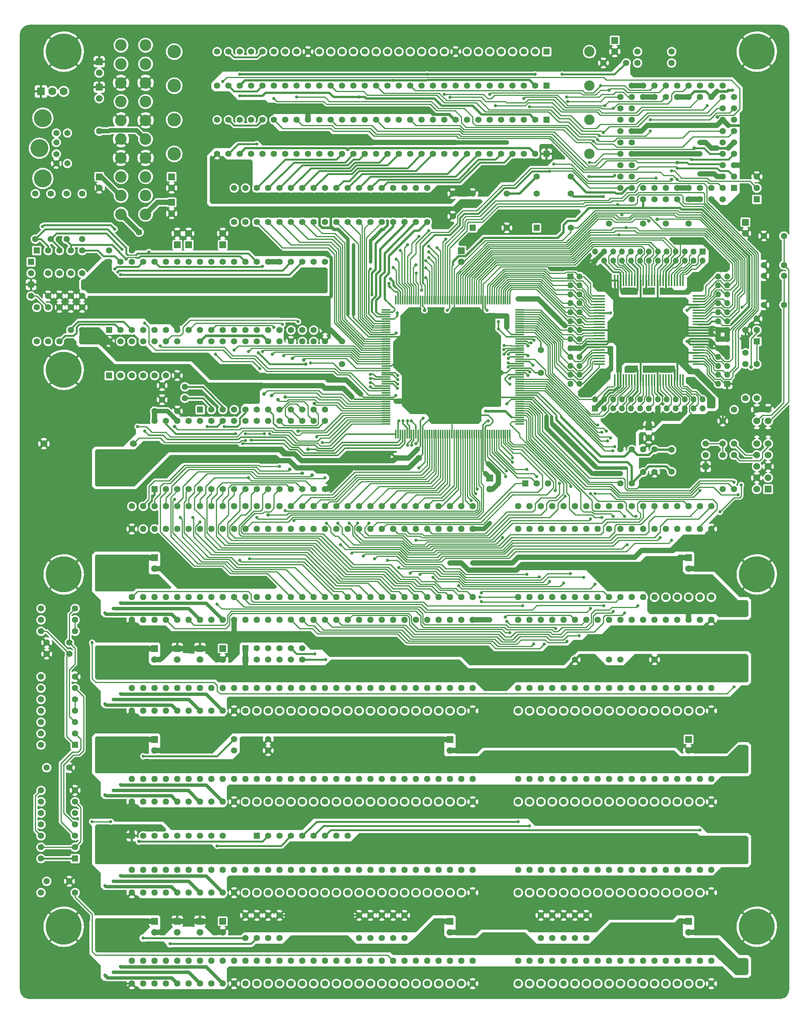
<source format=gbr>
%TF.GenerationSoftware,KiCad,Pcbnew,(6.0.2)*%
%TF.CreationDate,2026-01-28T13:48:29-08:00*%
%TF.ProjectId,AT386SX,41543338-3653-4582-9e6b-696361645f70,2.1*%
%TF.SameCoordinates,Original*%
%TF.FileFunction,Copper,L1,Top*%
%TF.FilePolarity,Positive*%
%FSLAX46Y46*%
G04 Gerber Fmt 4.6, Leading zero omitted, Abs format (unit mm)*
G04 Created by KiCad (PCBNEW (6.0.2)) date 2026-01-28 13:48:29*
%MOMM*%
%LPD*%
G01*
G04 APERTURE LIST*
G04 Aperture macros list*
%AMRoundRect*
0 Rectangle with rounded corners*
0 $1 Rounding radius*
0 $2 $3 $4 $5 $6 $7 $8 $9 X,Y pos of 4 corners*
0 Add a 4 corners polygon primitive as box body*
4,1,4,$2,$3,$4,$5,$6,$7,$8,$9,$2,$3,0*
0 Add four circle primitives for the rounded corners*
1,1,$1+$1,$2,$3*
1,1,$1+$1,$4,$5*
1,1,$1+$1,$6,$7*
1,1,$1+$1,$8,$9*
0 Add four rect primitives between the rounded corners*
20,1,$1+$1,$2,$3,$4,$5,0*
20,1,$1+$1,$4,$5,$6,$7,0*
20,1,$1+$1,$6,$7,$8,$9,0*
20,1,$1+$1,$8,$9,$2,$3,0*%
G04 Aperture macros list end*
%TA.AperFunction,ComponentPad*%
%ADD10C,1.440000*%
%TD*%
%TA.AperFunction,ComponentPad*%
%ADD11R,1.397000X1.397000*%
%TD*%
%TA.AperFunction,ComponentPad*%
%ADD12C,1.397000*%
%TD*%
%TA.AperFunction,ComponentPad*%
%ADD13R,1.350000X1.350000*%
%TD*%
%TA.AperFunction,ComponentPad*%
%ADD14O,1.350000X1.350000*%
%TD*%
%TA.AperFunction,ComponentPad*%
%ADD15R,1.490980X1.490980*%
%TD*%
%TA.AperFunction,ComponentPad*%
%ADD16C,1.490980*%
%TD*%
%TA.AperFunction,ComponentPad*%
%ADD17R,1.440000X1.440000*%
%TD*%
%TA.AperFunction,SMDPad,CuDef*%
%ADD18R,2.500000X0.380000*%
%TD*%
%TA.AperFunction,SMDPad,CuDef*%
%ADD19R,0.380000X2.500000*%
%TD*%
%TA.AperFunction,ComponentPad*%
%ADD20C,2.311400*%
%TD*%
%TA.AperFunction,ComponentPad*%
%ADD21C,2.997200*%
%TD*%
%TA.AperFunction,ComponentPad*%
%ADD22C,1.399540*%
%TD*%
%TA.AperFunction,ComponentPad*%
%ADD23R,1.524000X1.524000*%
%TD*%
%TA.AperFunction,ComponentPad*%
%ADD24C,1.524000*%
%TD*%
%TA.AperFunction,ComponentPad*%
%ADD25C,1.371600*%
%TD*%
%TA.AperFunction,ComponentPad*%
%ADD26C,4.000500*%
%TD*%
%TA.AperFunction,ComponentPad*%
%ADD27C,2.600960*%
%TD*%
%TA.AperFunction,ComponentPad*%
%ADD28C,0.900000*%
%TD*%
%TA.AperFunction,ComponentPad*%
%ADD29C,8.000000*%
%TD*%
%TA.AperFunction,ComponentPad*%
%ADD30R,1.778000X1.778000*%
%TD*%
%TA.AperFunction,ComponentPad*%
%ADD31C,1.778000*%
%TD*%
%TA.AperFunction,SMDPad,CuDef*%
%ADD32RoundRect,0.075000X0.925000X0.075000X-0.925000X0.075000X-0.925000X-0.075000X0.925000X-0.075000X0*%
%TD*%
%TA.AperFunction,SMDPad,CuDef*%
%ADD33RoundRect,0.075000X0.075000X0.925000X-0.075000X0.925000X-0.075000X-0.925000X0.075000X-0.925000X0*%
%TD*%
%TA.AperFunction,ViaPad*%
%ADD34C,0.800000*%
%TD*%
%TA.AperFunction,ViaPad*%
%ADD35C,0.700000*%
%TD*%
%TA.AperFunction,ViaPad*%
%ADD36C,1.450000*%
%TD*%
%TA.AperFunction,Conductor*%
%ADD37C,0.250000*%
%TD*%
%TA.AperFunction,Conductor*%
%ADD38C,0.500000*%
%TD*%
%TA.AperFunction,Conductor*%
%ADD39C,1.200000*%
%TD*%
%TA.AperFunction,Conductor*%
%ADD40C,0.400000*%
%TD*%
%TA.AperFunction,Conductor*%
%ADD41C,0.300000*%
%TD*%
%TA.AperFunction,Conductor*%
%ADD42C,0.600000*%
%TD*%
%TA.AperFunction,Conductor*%
%ADD43C,1.000000*%
%TD*%
%TA.AperFunction,Conductor*%
%ADD44C,0.800000*%
%TD*%
%TA.AperFunction,Conductor*%
%ADD45C,0.700000*%
%TD*%
G04 APERTURE END LIST*
D10*
%TO.P,J1,1,GND*%
%TO.N,GND*%
X43180000Y-232410000D03*
%TO.P,J1,2,RESET*%
%TO.N,RESET*%
X45720000Y-232410000D03*
%TO.P,J1,3,+5V*%
%TO.N,VCC*%
X48260000Y-232410000D03*
%TO.P,J1,4,IRQ9*%
%TO.N,IRQ9*%
X50800000Y-232410000D03*
%TO.P,J1,5,-5V*%
%TO.N,-5V*%
X53340000Y-232410000D03*
%TO.P,J1,6,DRQ2*%
%TO.N,DRQ2*%
X55880000Y-232410000D03*
%TO.P,J1,7,-12V*%
%TO.N,-12V*%
X58420000Y-232410000D03*
%TO.P,J1,8,~{0WS}/~{SRDY}*%
%TO.N,~{0WS}*%
X60960000Y-232410000D03*
%TO.P,J1,9,+12V*%
%TO.N,+12V*%
X63500000Y-232410000D03*
%TO.P,J1,10,GND*%
%TO.N,GND*%
X66040000Y-232410000D03*
%TO.P,J1,11,~{SMEMW}*%
%TO.N,~{SMEMW}*%
X68580000Y-232410000D03*
%TO.P,J1,12,~{SMEMR}*%
%TO.N,~{SMEMR}*%
X71120000Y-232410000D03*
%TO.P,J1,13,~{IOW}*%
%TO.N,~{IOW}*%
X73660000Y-232410000D03*
%TO.P,J1,14,~{IOR}*%
%TO.N,~{IOR}*%
X76200000Y-232410000D03*
%TO.P,J1,15,~{DACK3}*%
%TO.N,~{DACK3}*%
X78740000Y-232410000D03*
%TO.P,J1,16,DRQ3*%
%TO.N,DRQ3*%
X81280000Y-232410000D03*
%TO.P,J1,17,~{DACK1}*%
%TO.N,~{DACK1}*%
X83820000Y-232410000D03*
%TO.P,J1,18,DRQ1*%
%TO.N,DRQ1*%
X86360000Y-232410000D03*
%TO.P,J1,19,~{REFRESH}*%
%TO.N,~{REFRESH}*%
X88900000Y-232410000D03*
%TO.P,J1,20,BCLK*%
%TO.N,BCLK*%
X91440000Y-232410000D03*
%TO.P,J1,21,IRQ7*%
%TO.N,IRQ7*%
X93980000Y-232410000D03*
%TO.P,J1,22,IRQ6*%
%TO.N,IRQ6*%
X96520000Y-232410000D03*
%TO.P,J1,23,IRQ5*%
%TO.N,IRQ5*%
X99060000Y-232410000D03*
%TO.P,J1,24,IRQ4*%
%TO.N,IRQ4*%
X101600000Y-232410000D03*
%TO.P,J1,25,IRQ3*%
%TO.N,IRQ3*%
X104140000Y-232410000D03*
%TO.P,J1,26,~{DACK2}*%
%TO.N,~{DACK2}*%
X106680000Y-232410000D03*
%TO.P,J1,27,TC*%
%TO.N,TC*%
X109220000Y-232410000D03*
%TO.P,J1,28,BALE*%
%TO.N,ALE*%
X111760000Y-232410000D03*
%TO.P,J1,29,+5V*%
%TO.N,VCC*%
X114300000Y-232410000D03*
%TO.P,J1,30,OSC*%
%TO.N,OSC*%
X116840000Y-232410000D03*
%TO.P,J1,31,GND*%
%TO.N,GND*%
X119380000Y-232410000D03*
%TO.P,J1,32,~{IOCHCK}*%
%TO.N,~{IO_CH_CHK}*%
X43180000Y-227330000D03*
%TO.P,J1,33,SD7*%
%TO.N,SD7*%
X45720000Y-227330000D03*
%TO.P,J1,34,SD6*%
%TO.N,SD6*%
X48260000Y-227330000D03*
%TO.P,J1,35,SD5*%
%TO.N,SD5*%
X50800000Y-227330000D03*
%TO.P,J1,36,SD4*%
%TO.N,SD4*%
X53340000Y-227330000D03*
%TO.P,J1,37,SD3*%
%TO.N,SD3*%
X55880000Y-227330000D03*
%TO.P,J1,38,SD2*%
%TO.N,SD2*%
X58420000Y-227330000D03*
%TO.P,J1,39,SD1*%
%TO.N,SD1*%
X60960000Y-227330000D03*
%TO.P,J1,40,SD0*%
%TO.N,SD0*%
X63500000Y-227330000D03*
%TO.P,J1,41,IOCHRDY*%
%TO.N,IO_CH_RDY*%
X66040000Y-227330000D03*
%TO.P,J1,42,AEN*%
%TO.N,AEN*%
X68580000Y-227330000D03*
%TO.P,J1,43,SA19*%
%TO.N,SA19*%
X71120000Y-227330000D03*
%TO.P,J1,44,SA18*%
%TO.N,SA18*%
X73660000Y-227330000D03*
%TO.P,J1,45,SA17*%
%TO.N,SA17*%
X76200000Y-227330000D03*
%TO.P,J1,46,SA16*%
%TO.N,SA16*%
X78740000Y-227330000D03*
%TO.P,J1,47,SA15*%
%TO.N,SA15*%
X81280000Y-227330000D03*
%TO.P,J1,48,SA14*%
%TO.N,SA14*%
X83820000Y-227330000D03*
%TO.P,J1,49,SA13*%
%TO.N,SA13*%
X86360000Y-227330000D03*
%TO.P,J1,50,SA12*%
%TO.N,SA12*%
X88900000Y-227330000D03*
%TO.P,J1,51,SA11*%
%TO.N,SA11*%
X91440000Y-227330000D03*
%TO.P,J1,52,SA10*%
%TO.N,SA10*%
X93980000Y-227330000D03*
%TO.P,J1,53,SA9*%
%TO.N,SA9*%
X96520000Y-227330000D03*
%TO.P,J1,54,SA8*%
%TO.N,SA8*%
X99060000Y-227330000D03*
%TO.P,J1,55,SA7*%
%TO.N,SA7*%
X101600000Y-227330000D03*
%TO.P,J1,56,SA6*%
%TO.N,SA6*%
X104140000Y-227330000D03*
%TO.P,J1,57,SA5*%
%TO.N,SA5*%
X106680000Y-227330000D03*
%TO.P,J1,58,SA4*%
%TO.N,SA4*%
X109220000Y-227330000D03*
%TO.P,J1,59,SA3*%
%TO.N,SA3*%
X111760000Y-227330000D03*
%TO.P,J1,60,SA2*%
%TO.N,SA2*%
X114300000Y-227330000D03*
%TO.P,J1,61,SA1*%
%TO.N,SA1*%
X116840000Y-227330000D03*
%TO.P,J1,62,SA0*%
%TO.N,SA0*%
X119380000Y-227330000D03*
%TO.P,J1,63,~{MEMCS16}*%
%TO.N,~{MEMCS16}*%
X129540000Y-232410000D03*
%TO.P,J1,64,~{IOCS16}*%
%TO.N,~{IOCS16}*%
X132080000Y-232410000D03*
%TO.P,J1,65,IRQ10*%
%TO.N,IRQ10*%
X134620000Y-232410000D03*
%TO.P,J1,66,IRQ11*%
%TO.N,IRQ11*%
X137160000Y-232410000D03*
%TO.P,J1,67,IRQ12*%
%TO.N,IRQ12*%
X139700000Y-232410000D03*
%TO.P,J1,68,IRQ15*%
%TO.N,IRQ15*%
X142240000Y-232410000D03*
%TO.P,J1,69,IRQ14*%
%TO.N,IRQ14*%
X144780000Y-232410000D03*
%TO.P,J1,70,~{DACK0}*%
%TO.N,~{DACK0}*%
X147320000Y-232410000D03*
%TO.P,J1,71,DRQ0*%
%TO.N,DRQ0*%
X149860000Y-232410000D03*
%TO.P,J1,72,~{DACK5}*%
%TO.N,~{DACK5}*%
X152400000Y-232410000D03*
%TO.P,J1,73,DRQ5*%
%TO.N,DRQ5*%
X154940000Y-232410000D03*
%TO.P,J1,74,~{DACK6}*%
%TO.N,~{DACK6}*%
X157480000Y-232410000D03*
%TO.P,J1,75,DRQ6*%
%TO.N,DRQ6*%
X160020000Y-232410000D03*
%TO.P,J1,76,~{DACK7}*%
%TO.N,~{DACK7}*%
X162560000Y-232410000D03*
%TO.P,J1,77,DRQ7*%
%TO.N,DRQ7*%
X165100000Y-232410000D03*
%TO.P,J1,78,+5V*%
%TO.N,VCC*%
X167640000Y-232410000D03*
%TO.P,J1,79,~{MASTER}*%
%TO.N,MASTER*%
X170180000Y-232410000D03*
%TO.P,J1,80,GND*%
%TO.N,GND*%
X172720000Y-232410000D03*
%TO.P,J1,81,~{SBHE}*%
%TO.N,~{SBHE}*%
X129540000Y-227330000D03*
%TO.P,J1,82,LA23*%
%TO.N,LA23*%
X132080000Y-227330000D03*
%TO.P,J1,83,LA22*%
%TO.N,LA22*%
X134620000Y-227330000D03*
%TO.P,J1,84,LA21*%
%TO.N,LA21*%
X137160000Y-227330000D03*
%TO.P,J1,85,LA20*%
%TO.N,LA20*%
X139700000Y-227330000D03*
%TO.P,J1,86,LA19*%
%TO.N,LA19*%
X142240000Y-227330000D03*
%TO.P,J1,87,LA18*%
%TO.N,LA18*%
X144780000Y-227330000D03*
%TO.P,J1,88,LA17*%
%TO.N,LA17*%
X147320000Y-227330000D03*
%TO.P,J1,89,~{MEMR}*%
%TO.N,~{MEMR}*%
X149860000Y-227330000D03*
%TO.P,J1,90,~{MEMW}*%
%TO.N,~{MEMW}*%
X152400000Y-227330000D03*
%TO.P,J1,91,SD8*%
%TO.N,SD8*%
X154940000Y-227330000D03*
%TO.P,J1,92,SD9*%
%TO.N,SD9*%
X157480000Y-227330000D03*
%TO.P,J1,93,SD10*%
%TO.N,SD10*%
X160020000Y-227330000D03*
%TO.P,J1,94,SD11*%
%TO.N,SD11*%
X162560000Y-227330000D03*
%TO.P,J1,95,SD12*%
%TO.N,SD12*%
X165100000Y-227330000D03*
%TO.P,J1,96,SD13*%
%TO.N,SD13*%
X167640000Y-227330000D03*
%TO.P,J1,97,SD14*%
%TO.N,SD14*%
X170180000Y-227330000D03*
%TO.P,J1,98,SD15*%
%TO.N,SD15*%
X172720000Y-227330000D03*
%TD*%
D11*
%TO.P,U2,1,NC*%
%TO.N,unconnected-(U2-Pad1)*%
X177800000Y-54610000D03*
D12*
%TO.P,U2,2,D7*%
%TO.N,D7*%
X175260000Y-54610000D03*
%TO.P,U2,3,D6*%
%TO.N,D6*%
X177800000Y-52070000D03*
%TO.P,U2,4,VCC*%
%TO.N,VCC*%
X175260000Y-52070000D03*
%TO.P,U2,5,GND*%
%TO.N,GND*%
X177800000Y-49530000D03*
%TO.P,U2,6,D5*%
%TO.N,D5*%
X175260000Y-49530000D03*
%TO.P,U2,7,D4*%
%TO.N,D4*%
X177800000Y-46990000D03*
%TO.P,U2,8,D3*%
%TO.N,D3*%
X175260000Y-46990000D03*
%TO.P,U2,9,VCC*%
%TO.N,VCC*%
X177800000Y-44450000D03*
%TO.P,U2,10,NC*%
%TO.N,unconnected-(U2-Pad10)*%
X175260000Y-44450000D03*
%TO.P,U2,11,D15*%
%TO.N,D15*%
X177800000Y-41910000D03*
%TO.P,U2,12,D14*%
%TO.N,D14*%
X175260000Y-41910000D03*
%TO.P,U2,13,VCC*%
%TO.N,VCC*%
X177800000Y-39370000D03*
%TO.P,U2,14,GND*%
%TO.N,GND*%
X175260000Y-39370000D03*
%TO.P,U2,15,D13*%
%TO.N,D13*%
X177800000Y-36830000D03*
%TO.P,U2,16,D12*%
%TO.N,D12*%
X175260000Y-36830000D03*
%TO.P,U2,17,NC*%
%TO.N,unconnected-(U2-Pad17)*%
X177800000Y-34290000D03*
%TO.P,U2,18,NC*%
%TO.N,unconnected-(U2-Pad18)*%
X175260000Y-31750000D03*
%TO.P,U2,19,D0*%
%TO.N,D0*%
X175260000Y-34290000D03*
%TO.P,U2,20,D1*%
%TO.N,D1*%
X172720000Y-31750000D03*
%TO.P,U2,21,GND*%
%TO.N,GND*%
X172720000Y-34290000D03*
%TO.P,U2,22,VCC*%
%TO.N,VCC*%
X170180000Y-31750000D03*
%TO.P,U2,23,D2*%
%TO.N,D2*%
X170180000Y-34290000D03*
%TO.P,U2,24,D8*%
%TO.N,D8*%
X167640000Y-31750000D03*
%TO.P,U2,25,GND*%
%TO.N,GND*%
X167640000Y-34290000D03*
%TO.P,U2,26,VCC*%
%TO.N,VCC*%
X165100000Y-31750000D03*
%TO.P,U2,27,GND*%
%TO.N,GND*%
X165100000Y-34290000D03*
%TO.P,U2,28,D9*%
%TO.N,D9*%
X162560000Y-31750000D03*
%TO.P,U2,29,D10*%
%TO.N,D10*%
X162560000Y-34290000D03*
%TO.P,U2,30,D11*%
%TO.N,D11*%
X160020000Y-31750000D03*
%TO.P,U2,31,VCC*%
%TO.N,VCC*%
X160020000Y-34290000D03*
%TO.P,U2,32,GND*%
%TO.N,GND*%
X157480000Y-31750000D03*
%TO.P,U2,33,VCC*%
%TO.N,VCC*%
X157480000Y-34290000D03*
%TO.P,U2,34,GND*%
%TO.N,GND*%
X154940000Y-31750000D03*
%TO.P,U2,35,~{ERROR}*%
%TO.N,~{FPU_ERROR}*%
X152400000Y-34290000D03*
%TO.P,U2,36,~{BUSY}*%
%TO.N,~{FPU_BUSY}*%
X154940000Y-34290000D03*
%TO.P,U2,37,VCC*%
%TO.N,VCC*%
X152400000Y-36830000D03*
%TO.P,U2,38,GND*%
%TO.N,GND*%
X154940000Y-36830000D03*
%TO.P,U2,39,VCC*%
%TO.N,VCC*%
X152400000Y-39370000D03*
%TO.P,U2,40,STEN*%
%TO.N,Net-(R34-Pad2)*%
X154940000Y-39370000D03*
%TO.P,U2,41,W/~{R}*%
%TO.N,W{slash}~{R}*%
X152400000Y-41910000D03*
%TO.P,U2,42,GND*%
%TO.N,GND*%
X154940000Y-41910000D03*
%TO.P,U2,43,VCC*%
%TO.N,VCC*%
X152400000Y-44450000D03*
%TO.P,U2,44,~{NPS1}*%
%TO.N,M{slash}~{IO}*%
X154940000Y-44450000D03*
%TO.P,U2,45,NPS2*%
%TO.N,A23*%
X152400000Y-46990000D03*
%TO.P,U2,46,VCC*%
%TO.N,VCC*%
X154940000Y-46990000D03*
%TO.P,U2,47,~{ADS}*%
%TO.N,~{ADS}*%
X152400000Y-49530000D03*
%TO.P,U2,48,~{CMD0}*%
%TO.N,A2*%
X154940000Y-49530000D03*
%TO.P,U2,49,~{READY}*%
%TO.N,~{READY}*%
X152400000Y-52070000D03*
%TO.P,U2,50,VCC*%
%TO.N,VCC*%
X154940000Y-52070000D03*
%TO.P,U2,51,RESETIN*%
%TO.N,FPU_RESET*%
X152400000Y-54610000D03*
%TO.P,U2,52,NC*%
%TO.N,unconnected-(U2-Pad52)*%
X154940000Y-57150000D03*
%TO.P,U2,53,NUMCLK2*%
%TO.N,FPU_CLK2*%
X154940000Y-54610000D03*
%TO.P,U2,54,CPUCLK2*%
%TO.N,CLK2*%
X157480000Y-57150000D03*
%TO.P,U2,55,GND*%
%TO.N,GND*%
X157480000Y-54610000D03*
%TO.P,U2,56,PEREQ*%
%TO.N,FPU_PEREQ*%
X160020000Y-57150000D03*
%TO.P,U2,57,~{READY0}*%
%TO.N,unconnected-(U2-Pad57)*%
X160020000Y-54610000D03*
%TO.P,U2,58,VCC*%
%TO.N,VCC*%
X162560000Y-57150000D03*
%TO.P,U2,59,CKM*%
%TO.N,Net-(JP5-Pad2)*%
X162560000Y-54610000D03*
%TO.P,U2,60,GND*%
%TO.N,GND*%
X165100000Y-57150000D03*
%TO.P,U2,61,GND*%
X165100000Y-54610000D03*
%TO.P,U2,62,VCC*%
%TO.N,VCC*%
X167640000Y-57150000D03*
%TO.P,U2,63,GND*%
%TO.N,GND*%
X167640000Y-54610000D03*
%TO.P,U2,64,VCC*%
%TO.N,VCC*%
X170180000Y-57150000D03*
%TO.P,U2,65,NC*%
%TO.N,unconnected-(U2-Pad65)*%
X170180000Y-54610000D03*
%TO.P,U2,66,GND*%
%TO.N,GND*%
X172720000Y-57150000D03*
%TO.P,U2,67,NC*%
%TO.N,unconnected-(U2-Pad67)*%
X172720000Y-54610000D03*
%TO.P,U2,68,NC*%
%TO.N,unconnected-(U2-Pad68)*%
X175260000Y-57150000D03*
%TD*%
D11*
%TO.P,U4,1,MOT*%
%TO.N,unconnected-(U4-Pad1)*%
X58420000Y-104140000D03*
D12*
%TO.P,U4,2,X1*%
%TO.N,Net-(U4-Pad2)*%
X60960000Y-104140000D03*
%TO.P,U4,3,X2*%
%TO.N,Net-(U4-Pad3)*%
X63500000Y-104140000D03*
%TO.P,U4,4,AD0*%
%TO.N,SD0*%
X66040000Y-104140000D03*
%TO.P,U4,5,AD1*%
%TO.N,SD1*%
X68580000Y-104140000D03*
%TO.P,U4,6,AD2*%
%TO.N,SD2*%
X71120000Y-104140000D03*
%TO.P,U4,7,AD3*%
%TO.N,SD3*%
X73660000Y-104140000D03*
%TO.P,U4,8,AD4*%
%TO.N,SD4*%
X76200000Y-104140000D03*
%TO.P,U4,9,AD5*%
%TO.N,SD5*%
X78740000Y-104140000D03*
%TO.P,U4,10,AD6*%
%TO.N,SD6*%
X81280000Y-104140000D03*
%TO.P,U4,11,AD7*%
%TO.N,SD7*%
X83820000Y-104140000D03*
%TO.P,U4,12,GND*%
%TO.N,GND*%
X86360000Y-104140000D03*
%TO.P,U4,13,~{CS}*%
X86360000Y-88900000D03*
%TO.P,U4,14,AS*%
%TO.N,RTC_AS*%
X83820000Y-88900000D03*
%TO.P,U4,15,R/~{W}*%
%TO.N,RTC_RW*%
X81280000Y-88900000D03*
%TO.P,U4,16,GND*%
%TO.N,GND*%
X78740000Y-88900000D03*
%TO.P,U4,17,DS*%
%TO.N,RTC_DS*%
X76200000Y-88900000D03*
%TO.P,U4,18,~{RESET}*%
%TO.N,VCC*%
X73660000Y-88900000D03*
%TO.P,U4,19,~{IRQ}*%
%TO.N,~{RTC_IRQ8}*%
X71120000Y-88900000D03*
%TO.P,U4,20,VBAT*%
%TO.N,Net-(BT1-Pad1)*%
X68580000Y-88900000D03*
%TO.P,U4,21,~{RCLR}*%
%TO.N,Net-(JP1-Pad1)*%
X66040000Y-88900000D03*
%TO.P,U4,22,NC*%
%TO.N,unconnected-(U4-Pad22)*%
X63500000Y-88900000D03*
%TO.P,U4,23,SQW*%
%TO.N,unconnected-(U4-Pad23)*%
X60960000Y-88900000D03*
%TO.P,U4,24,VCC*%
%TO.N,VCC*%
X58420000Y-88900000D03*
%TD*%
D11*
%TO.P,U5,1,KBCI*%
%TO.N,/Memory\u002C BIOS\u002C Keyboard\u002C RTC/KBCI*%
X38100000Y-86360000D03*
D12*
%TO.P,U5,2,XTAL1*%
%TO.N,Net-(R37-Pad1)*%
X40640000Y-86360000D03*
%TO.P,U5,3,XTAL2*%
%TO.N,KBC_CLK*%
X43180000Y-86360000D03*
%TO.P,U5,4,~{RESET}*%
%TO.N,~{RESET}*%
X45720000Y-86360000D03*
%TO.P,U5,5,~{SS}*%
%TO.N,VCC*%
X48260000Y-86360000D03*
%TO.P,U5,6,~{CS}*%
%TO.N,~{KBC_CS}*%
X50800000Y-86360000D03*
%TO.P,U5,7,EA*%
%TO.N,GND*%
X53340000Y-86360000D03*
%TO.P,U5,8,~{RD}*%
%TO.N,~{IOR}*%
X55880000Y-86360000D03*
%TO.P,U5,9,A2*%
%TO.N,SA2*%
X58420000Y-86360000D03*
%TO.P,U5,10,~{WR}*%
%TO.N,~{IOW}*%
X60960000Y-86360000D03*
%TO.P,U5,11,SYNC*%
%TO.N,unconnected-(U5-Pad11)*%
X63500000Y-86360000D03*
%TO.P,U5,12,DB0*%
%TO.N,SD0*%
X66040000Y-86360000D03*
%TO.P,U5,13,DB1*%
%TO.N,SD1*%
X68580000Y-86360000D03*
%TO.P,U5,14,DB2*%
%TO.N,SD2*%
X71120000Y-86360000D03*
%TO.P,U5,15,DB3*%
%TO.N,SD3*%
X73660000Y-86360000D03*
%TO.P,U5,16,DB4*%
%TO.N,SD4*%
X76200000Y-86360000D03*
%TO.P,U5,17,DB5*%
%TO.N,SD5*%
X78740000Y-86360000D03*
%TO.P,U5,18,DB6*%
%TO.N,SD6*%
X81280000Y-86360000D03*
%TO.P,U5,19,DB7*%
%TO.N,SD7*%
X83820000Y-86360000D03*
%TO.P,U5,20,GND*%
%TO.N,GND*%
X86360000Y-86360000D03*
%TO.P,U5,21,~{RC}*%
%TO.N,~{KBC_RC}*%
X86360000Y-71120000D03*
%TO.P,U5,22,~{GA20}*%
%TO.N,~{KBC_GA20}*%
X83820000Y-71120000D03*
%TO.P,U5,23,P22/MSDO*%
%TO.N,/Memory\u002C BIOS\u002C Keyboard\u002C RTC/MSD0*%
X81280000Y-71120000D03*
%TO.P,U5,24,P23/MSCO*%
%TO.N,/Memory\u002C BIOS\u002C Keyboard\u002C RTC/MSC0*%
X78740000Y-71120000D03*
%TO.P,U5,25,PROG*%
%TO.N,VCC*%
X76200000Y-71120000D03*
%TO.P,U5,26,VCC*%
X73660000Y-71120000D03*
%TO.P,U5,27,P10/KBDI*%
%TO.N,/Memory\u002C BIOS\u002C Keyboard\u002C RTC/KBDI*%
X71120000Y-71120000D03*
%TO.P,U5,28,P11/MSDI*%
%TO.N,/Memory\u002C BIOS\u002C Keyboard\u002C RTC/MSDI*%
X68580000Y-71120000D03*
%TO.P,U5,29,P12*%
%TO.N,unconnected-(U5-Pad29)*%
X66040000Y-71120000D03*
%TO.P,U5,30,P13*%
%TO.N,unconnected-(U5-Pad30)*%
X63500000Y-71120000D03*
%TO.P,U5,31,RAM_SEL*%
%TO.N,unconnected-(U5-Pad31)*%
X60960000Y-71120000D03*
%TO.P,U5,32,JUMP*%
%TO.N,unconnected-(U5-Pad32)*%
X58420000Y-71120000D03*
%TO.P,U5,33,DISP_SEL*%
%TO.N,/Memory\u002C BIOS\u002C Keyboard\u002C RTC/DISP_SEL*%
X55880000Y-71120000D03*
%TO.P,U5,34,~{KBD_INH}*%
%TO.N,/Memory\u002C BIOS\u002C Keyboard\u002C RTC/KEY_LOCK*%
X53340000Y-71120000D03*
%TO.P,U5,35,IRQ1*%
%TO.N,KBC_IRQ1*%
X50800000Y-71120000D03*
%TO.P,U5,36,IRQ12*%
%TO.N,KBC_IRQ12*%
X48260000Y-71120000D03*
%TO.P,U5,37,KBCO*%
%TO.N,/Memory\u002C BIOS\u002C Keyboard\u002C RTC/KBCO*%
X45720000Y-71120000D03*
%TO.P,U5,38,KBDO*%
%TO.N,/Memory\u002C BIOS\u002C Keyboard\u002C RTC/KBDO*%
X43180000Y-71120000D03*
%TO.P,U5,39,KBDI/MSCI*%
%TO.N,/Memory\u002C BIOS\u002C Keyboard\u002C RTC/MSCI*%
X40640000Y-71120000D03*
%TO.P,U5,40,VCC*%
%TO.N,VCC*%
X38100000Y-71120000D03*
%TD*%
D11*
%TO.P,U7,1*%
%TO.N,/Memory\u002C BIOS\u002C Keyboard\u002C RTC/KBCO*%
X38100000Y-96520000D03*
D12*
%TO.P,U7,2*%
%TO.N,/Memory\u002C BIOS\u002C Keyboard\u002C RTC/KBCI*%
X40640000Y-96520000D03*
%TO.P,U7,3*%
%TO.N,/Memory\u002C BIOS\u002C Keyboard\u002C RTC/MSD0*%
X43180000Y-96520000D03*
%TO.P,U7,4*%
%TO.N,/Memory\u002C BIOS\u002C Keyboard\u002C RTC/MSDI*%
X45720000Y-96520000D03*
%TO.P,U7,5*%
%TO.N,~{RESET}*%
X48260000Y-96520000D03*
%TO.P,U7,6*%
%TO.N,RESET*%
X50800000Y-96520000D03*
%TO.P,U7,7,GND*%
%TO.N,GND*%
X53340000Y-96520000D03*
%TO.P,U7,8*%
%TO.N,/READY*%
X53340000Y-88900000D03*
%TO.P,U7,9*%
%TO.N,~{READY}*%
X50800000Y-88900000D03*
%TO.P,U7,10*%
%TO.N,/Memory\u002C BIOS\u002C Keyboard\u002C RTC/KBDI*%
X48260000Y-88900000D03*
%TO.P,U7,11*%
%TO.N,/Memory\u002C BIOS\u002C Keyboard\u002C RTC/KBDO*%
X45720000Y-88900000D03*
%TO.P,U7,12*%
%TO.N,/Memory\u002C BIOS\u002C Keyboard\u002C RTC/MSCI*%
X43180000Y-88900000D03*
%TO.P,U7,13*%
%TO.N,/Memory\u002C BIOS\u002C Keyboard\u002C RTC/MSC0*%
X40640000Y-88900000D03*
%TO.P,U7,14,VCC*%
%TO.N,VCC*%
X38100000Y-88900000D03*
%TD*%
D13*
%TO.P,J17,1,Pin_1*%
%TO.N,GND*%
X146750000Y-103870000D03*
D14*
%TO.P,J17,2,Pin_2*%
%TO.N,A21*%
X146750000Y-101870000D03*
%TO.P,J17,3,Pin_3*%
%TO.N,A22*%
X148750000Y-103870000D03*
%TO.P,J17,4,Pin_4*%
%TO.N,GND*%
X148750000Y-101870000D03*
%TO.P,J17,5,Pin_5*%
%TO.N,D15*%
X150750000Y-103870000D03*
%TO.P,J17,6,Pin_6*%
%TO.N,A23*%
X150750000Y-101870000D03*
%TO.P,J17,7,Pin_7*%
%TO.N,D13*%
X152750000Y-103870000D03*
%TO.P,J17,8,Pin_8*%
%TO.N,D14*%
X152750000Y-101870000D03*
%TO.P,J17,9,Pin_9*%
%TO.N,GND*%
X154750000Y-103870000D03*
%TO.P,J17,10,Pin_10*%
%TO.N,VCC*%
X154750000Y-101870000D03*
%TO.P,J17,11,Pin_11*%
%TO.N,D11*%
X156750000Y-103870000D03*
%TO.P,J17,12,Pin_12*%
%TO.N,D12*%
X156750000Y-101870000D03*
%TO.P,J17,13,Pin_13*%
%TO.N,D9*%
X158750000Y-103870000D03*
%TO.P,J17,14,Pin_14*%
%TO.N,D10*%
X158750000Y-101870000D03*
%TO.P,J17,15,Pin_15*%
%TO.N,VCC*%
X160750000Y-103870000D03*
%TO.P,J17,16,Pin_16*%
%TO.N,D8*%
X160750000Y-101870000D03*
%TO.P,J17,17,Pin_17*%
%TO.N,D6*%
X162750000Y-103870000D03*
%TO.P,J17,18,Pin_18*%
%TO.N,D7*%
X162750000Y-101870000D03*
%TO.P,J17,19,Pin_19*%
%TO.N,D4*%
X164750000Y-103870000D03*
%TO.P,J17,20,Pin_20*%
%TO.N,D5*%
X164750000Y-101870000D03*
%TO.P,J17,21,Pin_21*%
%TO.N,VCC*%
X166750000Y-103870000D03*
%TO.P,J17,22,Pin_22*%
%TO.N,D3*%
X166750000Y-101870000D03*
%TO.P,J17,23,Pin_23*%
%TO.N,D2*%
X168750000Y-103870000D03*
%TO.P,J17,24,Pin_24*%
%TO.N,GND*%
X168750000Y-101870000D03*
%TO.P,J17,25,Pin_25*%
%TO.N,unconnected-(J17-Pad25)*%
X170750000Y-103870000D03*
%TO.P,J17,26,Pin_26*%
%TO.N,D1*%
X170750000Y-101870000D03*
%TD*%
D12*
%TO.P,C10,1*%
%TO.N,FPU_RESET*%
X153670000Y-26670000D03*
%TO.P,C10,2*%
%TO.N,GND*%
X148590000Y-26670000D03*
%TD*%
%TO.P,R2,1*%
%TO.N,MA0*%
X99060000Y-62230000D03*
%TO.P,R2,2*%
%TO.N,/Memory\u002C BIOS\u002C Keyboard\u002C RTC/RA0*%
X99060000Y-54610000D03*
%TD*%
D11*
%TO.P,X1,1,EN*%
%TO.N,unconnected-(X1-Pad1)*%
X133667500Y-63500000D03*
D12*
%TO.P,X1,4,GND*%
%TO.N,GND*%
X141287500Y-63500000D03*
%TO.P,X1,5,OUT*%
%TO.N,Net-(R13-Pad1)*%
X141287500Y-55880000D03*
%TO.P,X1,8,Vcc*%
%TO.N,VCC*%
X133667500Y-55880000D03*
%TD*%
%TO.P,C8,1*%
%TO.N,/Memory\u002C BIOS\u002C Keyboard\u002C RTC/MSCI*%
X32067500Y-73660000D03*
%TO.P,C8,2*%
%TO.N,GND*%
X32067500Y-78740000D03*
%TD*%
D15*
%TO.P,C35,1*%
%TO.N,VCC*%
X167640000Y-137180000D03*
D16*
%TO.P,C35,2*%
%TO.N,GND*%
X167640000Y-139680000D03*
%TD*%
D17*
%TO.P,JP5,1,A*%
%TO.N,VCC*%
X182880000Y-57150000D03*
D10*
%TO.P,JP5,2,C*%
%TO.N,Net-(JP5-Pad2)*%
X182880000Y-54610000D03*
%TO.P,JP5,3,B*%
%TO.N,GND*%
X182880000Y-52070000D03*
%TD*%
D13*
%TO.P,J16,1,Pin_1*%
%TO.N,A3*%
X141240000Y-74360000D03*
D14*
%TO.P,J16,2,Pin_2*%
%TO.N,A2*%
X143240000Y-74360000D03*
%TO.P,J16,3,Pin_3*%
%TO.N,A5*%
X141240000Y-76360000D03*
%TO.P,J16,4,Pin_4*%
%TO.N,A4*%
X143240000Y-76360000D03*
%TO.P,J16,5,Pin_5*%
%TO.N,A7*%
X141240000Y-78360000D03*
%TO.P,J16,6,Pin_6*%
%TO.N,A6*%
X143240000Y-78360000D03*
%TO.P,J16,7,Pin_7*%
%TO.N,A8*%
X141240000Y-80360000D03*
%TO.P,J16,8,Pin_8*%
%TO.N,VCC*%
X143240000Y-80360000D03*
%TO.P,J16,9,Pin_9*%
%TO.N,A10*%
X141240000Y-82360000D03*
%TO.P,J16,10,Pin_10*%
%TO.N,A9*%
X143240000Y-82360000D03*
%TO.P,J16,11,Pin_11*%
%TO.N,A12*%
X141240000Y-84360000D03*
%TO.P,J16,12,Pin_12*%
%TO.N,A11*%
X143240000Y-84360000D03*
%TO.P,J16,13,Pin_13*%
%TO.N,A13*%
X141240000Y-86360000D03*
%TO.P,J16,14,Pin_14*%
%TO.N,GND*%
X143240000Y-86360000D03*
%TO.P,J16,15,Pin_15*%
%TO.N,A15*%
X141240000Y-88360000D03*
%TO.P,J16,16,Pin_16*%
%TO.N,A14*%
X143240000Y-88360000D03*
%TO.P,J16,17,Pin_17*%
%TO.N,GND*%
X141240000Y-90360000D03*
%TO.P,J16,18,Pin_18*%
X143240000Y-90360000D03*
%TO.P,J16,19,Pin_19*%
%TO.N,A16*%
X141240000Y-92360000D03*
%TO.P,J16,20,Pin_20*%
%TO.N,VCC*%
X143240000Y-92360000D03*
%TO.P,J16,21,Pin_21*%
%TO.N,A17*%
X141240000Y-94360000D03*
%TO.P,J16,22,Pin_22*%
%TO.N,VCC*%
X143240000Y-94360000D03*
%TO.P,J16,23,Pin_23*%
%TO.N,A19*%
X141240000Y-96360000D03*
%TO.P,J16,24,Pin_24*%
%TO.N,A18*%
X143240000Y-96360000D03*
%TO.P,J16,25,Pin_25*%
%TO.N,unconnected-(J16-Pad25)*%
X141240000Y-98360000D03*
%TO.P,J16,26,Pin_26*%
%TO.N,A20*%
X143240000Y-98360000D03*
%TD*%
D12*
%TO.P,R33,1*%
%TO.N,VCC*%
X163830000Y-24130000D03*
%TO.P,R33,2*%
%TO.N,/~{ERROR}*%
X156210000Y-24130000D03*
%TD*%
D18*
%TO.P,U1,1,D0*%
%TO.N,D0*%
X169862500Y-93980000D03*
%TO.P,U1,2,GND*%
%TO.N,GND*%
X169862500Y-93345000D03*
%TO.P,U1,3,HLDA*%
%TO.N,HLDA*%
X169862500Y-92710000D03*
%TO.P,U1,4,HOLD*%
%TO.N,HOLD*%
X169862500Y-92075000D03*
%TO.P,U1,5,GND*%
%TO.N,GND*%
X169862500Y-91440000D03*
%TO.P,U1,6,~{NA}*%
%TO.N,/~{NA}*%
X169862500Y-90805000D03*
%TO.P,U1,7,~{READY}*%
%TO.N,~{READY}*%
X169862500Y-90170000D03*
%TO.P,U1,8,VCC*%
%TO.N,VCC*%
X169862500Y-89535000D03*
%TO.P,U1,9,VCC*%
X169862500Y-88900000D03*
%TO.P,U1,10,VCC*%
X169862500Y-88265000D03*
%TO.P,U1,11,GND*%
%TO.N,GND*%
X169862500Y-87630000D03*
%TO.P,U1,12,GND*%
X169862500Y-86995000D03*
%TO.P,U1,13,GND*%
X169862500Y-86360000D03*
%TO.P,U1,14,GND*%
X169862500Y-85725000D03*
%TO.P,U1,15,CLK2*%
%TO.N,CLK2*%
X169862500Y-85090000D03*
%TO.P,U1,16,~{ADS}*%
%TO.N,~{ADS}*%
X169862500Y-84455000D03*
%TO.P,U1,17,~{BLE}*%
%TO.N,~{BLE}*%
X169862500Y-83820000D03*
%TO.P,U1,18,A1*%
%TO.N,A1*%
X169862500Y-83185000D03*
%TO.P,U1,19,~{BHE}*%
%TO.N,~{BHE}*%
X169862500Y-82550000D03*
%TO.P,U1,20,NC/~{SMADS}*%
%TO.N,/~{SMADS}*%
X169862500Y-81915000D03*
%TO.P,U1,21,VCC*%
%TO.N,VCC*%
X169862500Y-81280000D03*
%TO.P,U1,22,GND*%
%TO.N,GND*%
X169862500Y-80645000D03*
%TO.P,U1,23,M/~{IO}*%
%TO.N,M{slash}~{IO}*%
X169862500Y-80010000D03*
%TO.P,U1,24,D/~{C}*%
%TO.N,D{slash}~{C}*%
X169862500Y-79375000D03*
%TO.P,U1,25,W/~{R}*%
%TO.N,W{slash}~{R}*%
X169862500Y-78740000D03*
D19*
%TO.P,U1,26,~{LOCK}*%
%TO.N,/~{LOCK}*%
X166370000Y-75247500D03*
%TO.P,U1,27,NC*%
%TO.N,/NC*%
X165735000Y-75247500D03*
%TO.P,U1,28,~{FLT}*%
%TO.N,/~{FLT}*%
X165100000Y-75247500D03*
%TO.P,U1,29,NC/~{IIBEN}/~{KEN}*%
%TO.N,/~{KEN}*%
X164465000Y-75247500D03*
%TO.P,U1,30,NC/~{SMIRDY}/~{FLUSH}*%
%TO.N,/~{FLUSH}*%
X163830000Y-75247500D03*
%TO.P,U1,31,NC/~{SMIADS}/~{A20M}*%
%TO.N,~{KBC_GA20}*%
X163195000Y-75247500D03*
%TO.P,U1,32,VCC*%
%TO.N,VCC*%
X162560000Y-75247500D03*
%TO.P,U1,33,RESET*%
%TO.N,CPU_RESET*%
X161925000Y-75247500D03*
%TO.P,U1,34,~{BUSY}*%
%TO.N,~{CPU_BUSY}*%
X161290000Y-75247500D03*
%TO.P,U1,35,GND*%
%TO.N,GND*%
X160655000Y-75247500D03*
%TO.P,U1,36,~{ERROR}*%
%TO.N,/~{ERROR}*%
X160020000Y-75247500D03*
%TO.P,U1,37,PEREQ*%
%TO.N,CPU_PEREQ*%
X159385000Y-75247500D03*
%TO.P,U1,38,NMI*%
%TO.N,NMI*%
X158750000Y-75247500D03*
%TO.P,U1,39,VCC*%
%TO.N,VCC*%
X158115000Y-75247500D03*
%TO.P,U1,40,INTR*%
%TO.N,INTR*%
X157480000Y-75247500D03*
%TO.P,U1,41,GND*%
%TO.N,GND*%
X156845000Y-75247500D03*
%TO.P,U1,42,VCC*%
%TO.N,VCC*%
X156210000Y-75247500D03*
%TO.P,U1,43,NC/~{SMI}/~{SUSP}*%
%TO.N,/~{SUSP}*%
X155575000Y-75247500D03*
%TO.P,U1,44,~{SUSPA}*%
%TO.N,/~{SUSPA}*%
X154940000Y-75247500D03*
%TO.P,U1,45,NC/VCC5/RPLSET*%
%TO.N,/~{RPLSET}*%
X154305000Y-75247500D03*
%TO.P,U1,46,NC/~{RPLVAL}*%
%TO.N,/~{RPLVAL}*%
X153670000Y-75247500D03*
%TO.P,U1,47,NC/~{SMI}*%
%TO.N,/~{SMI}*%
X153035000Y-75247500D03*
%TO.P,U1,48,VCC*%
%TO.N,VCC*%
X152400000Y-75247500D03*
%TO.P,U1,49,GND*%
%TO.N,GND*%
X151765000Y-75247500D03*
%TO.P,U1,50,GND*%
X151130000Y-75247500D03*
D18*
%TO.P,U1,51,A2*%
%TO.N,A2*%
X147637500Y-78740000D03*
%TO.P,U1,52,A3*%
%TO.N,A3*%
X147637500Y-79375000D03*
%TO.P,U1,53,A4*%
%TO.N,A4*%
X147637500Y-80010000D03*
%TO.P,U1,54,A5*%
%TO.N,A5*%
X147637500Y-80645000D03*
%TO.P,U1,55,A6*%
%TO.N,A6*%
X147637500Y-81280000D03*
%TO.P,U1,56,A7*%
%TO.N,A7*%
X147637500Y-81915000D03*
%TO.P,U1,57,VCC*%
%TO.N,VCC*%
X147637500Y-82550000D03*
%TO.P,U1,58,A8*%
%TO.N,A8*%
X147637500Y-83185000D03*
%TO.P,U1,59,A9*%
%TO.N,A9*%
X147637500Y-83820000D03*
%TO.P,U1,60,A10*%
%TO.N,A10*%
X147637500Y-84455000D03*
%TO.P,U1,61,A11*%
%TO.N,A11*%
X147637500Y-85090000D03*
%TO.P,U1,62,A12*%
%TO.N,A12*%
X147637500Y-85725000D03*
%TO.P,U1,63,GND*%
%TO.N,GND*%
X147637500Y-86360000D03*
%TO.P,U1,64,A13*%
%TO.N,A13*%
X147637500Y-86995000D03*
%TO.P,U1,65,A14*%
%TO.N,A14*%
X147637500Y-87630000D03*
%TO.P,U1,66,A15*%
%TO.N,A15*%
X147637500Y-88265000D03*
%TO.P,U1,67,GND*%
%TO.N,GND*%
X147637500Y-88900000D03*
%TO.P,U1,68,GND*%
X147637500Y-89535000D03*
%TO.P,U1,69,VCC*%
%TO.N,VCC*%
X147637500Y-90170000D03*
%TO.P,U1,70,A16*%
%TO.N,A16*%
X147637500Y-90805000D03*
%TO.P,U1,71,VCC*%
%TO.N,VCC*%
X147637500Y-91440000D03*
%TO.P,U1,72,A17*%
%TO.N,A17*%
X147637500Y-92075000D03*
%TO.P,U1,73,A18*%
%TO.N,A18*%
X147637500Y-92710000D03*
%TO.P,U1,74,A19*%
%TO.N,A19*%
X147637500Y-93345000D03*
%TO.P,U1,75,A20*%
%TO.N,A20*%
X147637500Y-93980000D03*
D19*
%TO.P,U1,76,A21*%
%TO.N,A21*%
X151130000Y-97472500D03*
%TO.P,U1,77,GND*%
%TO.N,GND*%
X151765000Y-97472500D03*
%TO.P,U1,78,GND*%
X152400000Y-97472500D03*
%TO.P,U1,79,A22*%
%TO.N,A22*%
X153035000Y-97472500D03*
%TO.P,U1,80,A23*%
%TO.N,A23*%
X153670000Y-97472500D03*
%TO.P,U1,81,D15*%
%TO.N,D15*%
X154305000Y-97472500D03*
%TO.P,U1,82,D14*%
%TO.N,D14*%
X154940000Y-97472500D03*
%TO.P,U1,83,D13*%
%TO.N,D13*%
X155575000Y-97472500D03*
%TO.P,U1,84,VCC*%
%TO.N,VCC*%
X156210000Y-97472500D03*
%TO.P,U1,85,GND*%
%TO.N,GND*%
X156845000Y-97472500D03*
%TO.P,U1,86,D12*%
%TO.N,D12*%
X157480000Y-97472500D03*
%TO.P,U1,87,D11*%
%TO.N,D11*%
X158115000Y-97472500D03*
%TO.P,U1,88,D10*%
%TO.N,D10*%
X158750000Y-97472500D03*
%TO.P,U1,89,D9*%
%TO.N,D9*%
X159385000Y-97472500D03*
%TO.P,U1,90,D8*%
%TO.N,D8*%
X160020000Y-97472500D03*
%TO.P,U1,91,VCC*%
%TO.N,VCC*%
X160655000Y-97472500D03*
%TO.P,U1,92,D7*%
%TO.N,D7*%
X161290000Y-97472500D03*
%TO.P,U1,93,D6*%
%TO.N,D6*%
X161925000Y-97472500D03*
%TO.P,U1,94,D5*%
%TO.N,D5*%
X162560000Y-97472500D03*
%TO.P,U1,95,D4*%
%TO.N,D4*%
X163195000Y-97472500D03*
%TO.P,U1,96,D3*%
%TO.N,D3*%
X163830000Y-97472500D03*
%TO.P,U1,97,VCC*%
%TO.N,VCC*%
X164465000Y-97472500D03*
%TO.P,U1,98,GND*%
%TO.N,GND*%
X165100000Y-97472500D03*
%TO.P,U1,99,D2*%
%TO.N,D2*%
X165735000Y-97472500D03*
%TO.P,U1,100,D1*%
%TO.N,D1*%
X166370000Y-97472500D03*
%TD*%
D11*
%TO.P,J9,1,VCC*%
%TO.N,VCC*%
X135890000Y-31750000D03*
D12*
%TO.P,J9,2,~{CAS}*%
%TO.N,/Memory\u002C BIOS\u002C Keyboard\u002C RTC/~{RCAS2}*%
X133350000Y-31750000D03*
%TO.P,J9,3,DQ0*%
%TO.N,D8*%
X130810000Y-31750000D03*
%TO.P,J9,4,A0*%
%TO.N,/Memory\u002C BIOS\u002C Keyboard\u002C RTC/RA0*%
X128270000Y-31750000D03*
%TO.P,J9,5,A1*%
%TO.N,/Memory\u002C BIOS\u002C Keyboard\u002C RTC/RA1*%
X125730000Y-31750000D03*
%TO.P,J9,6,DQ1*%
%TO.N,D9*%
X123190000Y-31750000D03*
%TO.P,J9,7,A2*%
%TO.N,/Memory\u002C BIOS\u002C Keyboard\u002C RTC/RA2*%
X120650000Y-31750000D03*
%TO.P,J9,8,A3*%
%TO.N,/Memory\u002C BIOS\u002C Keyboard\u002C RTC/RA3*%
X118110000Y-31750000D03*
%TO.P,J9,9,GND*%
%TO.N,GND*%
X115570000Y-31750000D03*
%TO.P,J9,10,DQ2*%
%TO.N,D10*%
X113030000Y-31750000D03*
%TO.P,J9,11,A4*%
%TO.N,/Memory\u002C BIOS\u002C Keyboard\u002C RTC/RA4*%
X110490000Y-31750000D03*
%TO.P,J9,12,A5*%
%TO.N,/Memory\u002C BIOS\u002C Keyboard\u002C RTC/RA5*%
X107950000Y-31750000D03*
%TO.P,J9,13,DQ3*%
%TO.N,D11*%
X105410000Y-31750000D03*
%TO.P,J9,14,A6*%
%TO.N,/Memory\u002C BIOS\u002C Keyboard\u002C RTC/RA6*%
X102870000Y-31750000D03*
%TO.P,J9,15,A7*%
%TO.N,/Memory\u002C BIOS\u002C Keyboard\u002C RTC/RA7*%
X100330000Y-31750000D03*
%TO.P,J9,16,DQ4*%
%TO.N,D12*%
X97790000Y-31750000D03*
%TO.P,J9,17,A8*%
%TO.N,/Memory\u002C BIOS\u002C Keyboard\u002C RTC/RA8*%
X95250000Y-31750000D03*
%TO.P,J9,18,A9*%
%TO.N,/Memory\u002C BIOS\u002C Keyboard\u002C RTC/RA9*%
X92710000Y-31750000D03*
%TO.P,J9,19,A10*%
%TO.N,/Memory\u002C BIOS\u002C Keyboard\u002C RTC/RA10*%
X90170000Y-31750000D03*
%TO.P,J9,20,DQ5*%
%TO.N,D13*%
X87630000Y-31750000D03*
%TO.P,J9,21,~{WE}*%
%TO.N,/Memory\u002C BIOS\u002C Keyboard\u002C RTC/~{RWE}*%
X85090000Y-31750000D03*
%TO.P,J9,22,GND*%
%TO.N,GND*%
X82550000Y-31750000D03*
%TO.P,J9,23,DQ6*%
%TO.N,D14*%
X80010000Y-31750000D03*
%TO.P,J9,24,A11*%
%TO.N,unconnected-(J9-Pad24)*%
X77470000Y-31750000D03*
%TO.P,J9,25,DQ7*%
%TO.N,D15*%
X74930000Y-31750000D03*
%TO.P,J9,26,QP*%
%TO.N,MDP02*%
X72390000Y-31750000D03*
%TO.P,J9,27,~{RAS}*%
%TO.N,/Memory\u002C BIOS\u002C Keyboard\u002C RTC/~{RRAS23}*%
X69850000Y-31750000D03*
%TO.P,J9,28,~{CASP}*%
%TO.N,/Memory\u002C BIOS\u002C Keyboard\u002C RTC/~{RCAS2}*%
X67310000Y-31750000D03*
%TO.P,J9,29,DP*%
%TO.N,MDP02*%
X64770000Y-31750000D03*
%TO.P,J9,30,VCC*%
%TO.N,VCC*%
X62230000Y-31750000D03*
D20*
%TO.P,J9,~*%
%TO.N,N/C*%
X145480000Y-31750000D03*
D21*
X52640000Y-31750000D03*
%TD*%
D22*
%TO.P,SW1,1,1*%
%TO.N,GND*%
X184439560Y-80721200D03*
X184439560Y-74218800D03*
%TO.P,SW1,2,2*%
%TO.N,POWER_SW*%
X188940440Y-80721200D03*
X188940440Y-74218800D03*
%TD*%
D15*
%TO.P,C36,1*%
%TO.N,VCC*%
X123190000Y-119400000D03*
D16*
%TO.P,C36,2*%
%TO.N,GND*%
X123190000Y-121900000D03*
%TD*%
D23*
%TO.P,JP3,1,A*%
%TO.N,/Memory\u002C BIOS\u002C Keyboard\u002C RTC/KEY_LOCK*%
X53340000Y-67310000D03*
D24*
%TO.P,JP3,2,B*%
%TO.N,GND*%
X53340000Y-64770000D03*
%TD*%
D12*
%TO.P,U6,32,VCC*%
%TO.N,VCC*%
X48260000Y-106680000D03*
%TO.P,U6,31,~{WE}*%
%TO.N,~{SMEMW}*%
X50800000Y-106680000D03*
%TO.P,U6,30,NC*%
%TO.N,VCC*%
X53340000Y-106680000D03*
%TO.P,U6,29,A14*%
%TO.N,SA14*%
X55880000Y-106680000D03*
%TO.P,U6,28,A13*%
%TO.N,SA13*%
X58420000Y-106680000D03*
%TO.P,U6,27,A8*%
%TO.N,SA8*%
X60960000Y-106680000D03*
%TO.P,U6,26,A9*%
%TO.N,SA9*%
X63500000Y-106680000D03*
%TO.P,U6,25,A11*%
%TO.N,SA11*%
X66040000Y-106680000D03*
%TO.P,U6,24,~{OE}*%
%TO.N,~{SMEMR}*%
X68580000Y-106680000D03*
%TO.P,U6,23,A10*%
%TO.N,SA10*%
X71120000Y-106680000D03*
%TO.P,U6,22,~{CE}*%
%TO.N,~{BIOS_CS}*%
X73660000Y-106680000D03*
%TO.P,U6,21,DQ7*%
%TO.N,SD7*%
X76200000Y-106680000D03*
%TO.P,U6,20,DQ6*%
%TO.N,SD6*%
X78740000Y-106680000D03*
%TO.P,U6,19,DQ5*%
%TO.N,SD5*%
X81280000Y-106680000D03*
%TO.P,U6,18,DQ4*%
%TO.N,SD4*%
X83820000Y-106680000D03*
%TO.P,U6,17,DQ3*%
%TO.N,SD3*%
X86360000Y-106680000D03*
%TO.P,U6,16,GND*%
%TO.N,GND*%
X86360000Y-121920000D03*
%TO.P,U6,15,DQ2*%
%TO.N,SD2*%
X83820000Y-121920000D03*
%TO.P,U6,14,DQ1*%
%TO.N,SD1*%
X81280000Y-121920000D03*
%TO.P,U6,13,DQ0*%
%TO.N,SD0*%
X78740000Y-121920000D03*
%TO.P,U6,12,A0*%
%TO.N,SA0*%
X76200000Y-121920000D03*
%TO.P,U6,11,A1*%
%TO.N,SA1*%
X73660000Y-121920000D03*
%TO.P,U6,10,A2*%
%TO.N,SA2*%
X71120000Y-121920000D03*
%TO.P,U6,9,A3*%
%TO.N,SA3*%
X68580000Y-121920000D03*
%TO.P,U6,8,A4*%
%TO.N,SA4*%
X66040000Y-121920000D03*
%TO.P,U6,7,A5*%
%TO.N,SA5*%
X63500000Y-121920000D03*
%TO.P,U6,6,A6*%
%TO.N,SA6*%
X60960000Y-121920000D03*
%TO.P,U6,5,A7*%
%TO.N,SA7*%
X58420000Y-121920000D03*
%TO.P,U6,4,A12*%
%TO.N,SA12*%
X55880000Y-121920000D03*
%TO.P,U6,3,A15*%
%TO.N,SA15*%
X53340000Y-121920000D03*
%TO.P,U6,2,A16*%
%TO.N,SA16*%
X50800000Y-121920000D03*
D11*
%TO.P,U6,1,NC*%
%TO.N,GND*%
X48260000Y-121920000D03*
%TD*%
D12*
%TO.P,R28,1*%
%TO.N,Net-(R28-Pad1)*%
X21907500Y-88900000D03*
%TO.P,R28,2*%
%TO.N,Net-(D2-Pad2)*%
X21907500Y-81280000D03*
%TD*%
%TO.P,C9,1*%
%TO.N,RESET*%
X68580000Y-222250000D03*
%TO.P,C9,2*%
%TO.N,GND*%
X68580000Y-217170000D03*
%TD*%
D15*
%TO.P,C27,1*%
%TO.N,VCC*%
X48260000Y-218460000D03*
D16*
%TO.P,C27,2*%
%TO.N,GND*%
X48260000Y-220960000D03*
%TD*%
D12*
%TO.P,R1,1*%
%TO.N,~{MWE}*%
X86360000Y-62230000D03*
%TO.P,R1,2*%
%TO.N,/Memory\u002C BIOS\u002C Keyboard\u002C RTC/~{RWE}*%
X86360000Y-54610000D03*
%TD*%
%TO.P,R27,1*%
%TO.N,VCC*%
X24447500Y-88900000D03*
%TO.P,R27,2*%
%TO.N,Net-(D1-Pad2)*%
X24447500Y-81280000D03*
%TD*%
%TO.P,C60,1*%
%TO.N,IRQ15*%
X142240000Y-222250000D03*
%TO.P,C60,2*%
%TO.N,GND*%
X142240000Y-217170000D03*
%TD*%
D15*
%TO.P,C33,1*%
%TO.N,VCC*%
X48260000Y-157500000D03*
D16*
%TO.P,C33,2*%
%TO.N,GND*%
X48260000Y-160000000D03*
%TD*%
D12*
%TO.P,R35,1*%
%TO.N,VCC*%
X142240000Y-160020000D03*
%TO.P,R35,2*%
%TO.N,~{MEMR}*%
X149860000Y-160020000D03*
%TD*%
%TO.P,C17,1*%
%TO.N,VCC*%
X32067500Y-86360000D03*
%TO.P,C17,2*%
%TO.N,GND*%
X32067500Y-81280000D03*
%TD*%
D11*
%TO.P,RN5,1,common*%
%TO.N,VCC*%
X21907500Y-68580000D03*
D12*
%TO.P,RN5,2,R1*%
%TO.N,/Memory\u002C BIOS\u002C Keyboard\u002C RTC/KBDI*%
X24447500Y-68580000D03*
%TO.P,RN5,3,R2*%
%TO.N,/Memory\u002C BIOS\u002C Keyboard\u002C RTC/KBCI*%
X26987500Y-68580000D03*
%TO.P,RN5,4,R3*%
%TO.N,/Memory\u002C BIOS\u002C Keyboard\u002C RTC/MSDI*%
X29527500Y-68580000D03*
%TO.P,RN5,5,R4*%
%TO.N,/Memory\u002C BIOS\u002C Keyboard\u002C RTC/MSCI*%
X32067500Y-68580000D03*
%TD*%
D17*
%TO.P,JP4,1,A*%
%TO.N,/READY*%
X182880000Y-88900000D03*
D10*
%TO.P,JP4,2,C*%
%TO.N,/~{NA}*%
X182880000Y-86360000D03*
%TO.P,JP4,3,B*%
%TO.N,GND*%
X182880000Y-83820000D03*
%TD*%
%TO.P,J5,1,GND*%
%TO.N,GND*%
X43180000Y-130810000D03*
%TO.P,J5,2,RESET*%
%TO.N,RESET*%
X45720000Y-130810000D03*
%TO.P,J5,3,+5V*%
%TO.N,VCC*%
X48260000Y-130810000D03*
%TO.P,J5,4,IRQ9*%
%TO.N,IRQ9*%
X50800000Y-130810000D03*
%TO.P,J5,5,-5V*%
%TO.N,-5V*%
X53340000Y-130810000D03*
%TO.P,J5,6,DRQ2*%
%TO.N,DRQ2*%
X55880000Y-130810000D03*
%TO.P,J5,7,-12V*%
%TO.N,-12V*%
X58420000Y-130810000D03*
%TO.P,J5,8,~{0WS}/~{SRDY}*%
%TO.N,~{0WS}*%
X60960000Y-130810000D03*
%TO.P,J5,9,+12V*%
%TO.N,+12V*%
X63500000Y-130810000D03*
%TO.P,J5,10,GND*%
%TO.N,GND*%
X66040000Y-130810000D03*
%TO.P,J5,11,~{SMEMW}*%
%TO.N,~{SMEMW}*%
X68580000Y-130810000D03*
%TO.P,J5,12,~{SMEMR}*%
%TO.N,~{SMEMR}*%
X71120000Y-130810000D03*
%TO.P,J5,13,~{IOW}*%
%TO.N,~{IOW}*%
X73660000Y-130810000D03*
%TO.P,J5,14,~{IOR}*%
%TO.N,~{IOR}*%
X76200000Y-130810000D03*
%TO.P,J5,15,~{DACK3}*%
%TO.N,~{DACK3}*%
X78740000Y-130810000D03*
%TO.P,J5,16,DRQ3*%
%TO.N,DRQ3*%
X81280000Y-130810000D03*
%TO.P,J5,17,~{DACK1}*%
%TO.N,~{DACK1}*%
X83820000Y-130810000D03*
%TO.P,J5,18,DRQ1*%
%TO.N,DRQ1*%
X86360000Y-130810000D03*
%TO.P,J5,19,~{REFRESH}*%
%TO.N,~{REFRESH}*%
X88900000Y-130810000D03*
%TO.P,J5,20,BCLK*%
%TO.N,BCLK*%
X91440000Y-130810000D03*
%TO.P,J5,21,IRQ7*%
%TO.N,IRQ7*%
X93980000Y-130810000D03*
%TO.P,J5,22,IRQ6*%
%TO.N,IRQ6*%
X96520000Y-130810000D03*
%TO.P,J5,23,IRQ5*%
%TO.N,IRQ5*%
X99060000Y-130810000D03*
%TO.P,J5,24,IRQ4*%
%TO.N,IRQ4*%
X101600000Y-130810000D03*
%TO.P,J5,25,IRQ3*%
%TO.N,IRQ3*%
X104140000Y-130810000D03*
%TO.P,J5,26,~{DACK2}*%
%TO.N,~{DACK2}*%
X106680000Y-130810000D03*
%TO.P,J5,27,TC*%
%TO.N,TC*%
X109220000Y-130810000D03*
%TO.P,J5,28,BALE*%
%TO.N,ALE*%
X111760000Y-130810000D03*
%TO.P,J5,29,+5V*%
%TO.N,VCC*%
X114300000Y-130810000D03*
%TO.P,J5,30,OSC*%
%TO.N,OSC*%
X116840000Y-130810000D03*
%TO.P,J5,31,GND*%
%TO.N,GND*%
X119380000Y-130810000D03*
%TO.P,J5,32,~{IOCHCK}*%
%TO.N,~{IO_CH_CHK}*%
X43180000Y-125730000D03*
%TO.P,J5,33,SD7*%
%TO.N,SD7*%
X45720000Y-125730000D03*
%TO.P,J5,34,SD6*%
%TO.N,SD6*%
X48260000Y-125730000D03*
%TO.P,J5,35,SD5*%
%TO.N,SD5*%
X50800000Y-125730000D03*
%TO.P,J5,36,SD4*%
%TO.N,SD4*%
X53340000Y-125730000D03*
%TO.P,J5,37,SD3*%
%TO.N,SD3*%
X55880000Y-125730000D03*
%TO.P,J5,38,SD2*%
%TO.N,SD2*%
X58420000Y-125730000D03*
%TO.P,J5,39,SD1*%
%TO.N,SD1*%
X60960000Y-125730000D03*
%TO.P,J5,40,SD0*%
%TO.N,SD0*%
X63500000Y-125730000D03*
%TO.P,J5,41,IOCHRDY*%
%TO.N,IO_CH_RDY*%
X66040000Y-125730000D03*
%TO.P,J5,42,AEN*%
%TO.N,AEN*%
X68580000Y-125730000D03*
%TO.P,J5,43,SA19*%
%TO.N,SA19*%
X71120000Y-125730000D03*
%TO.P,J5,44,SA18*%
%TO.N,SA18*%
X73660000Y-125730000D03*
%TO.P,J5,45,SA17*%
%TO.N,SA17*%
X76200000Y-125730000D03*
%TO.P,J5,46,SA16*%
%TO.N,SA16*%
X78740000Y-125730000D03*
%TO.P,J5,47,SA15*%
%TO.N,SA15*%
X81280000Y-125730000D03*
%TO.P,J5,48,SA14*%
%TO.N,SA14*%
X83820000Y-125730000D03*
%TO.P,J5,49,SA13*%
%TO.N,SA13*%
X86360000Y-125730000D03*
%TO.P,J5,50,SA12*%
%TO.N,SA12*%
X88900000Y-125730000D03*
%TO.P,J5,51,SA11*%
%TO.N,SA11*%
X91440000Y-125730000D03*
%TO.P,J5,52,SA10*%
%TO.N,SA10*%
X93980000Y-125730000D03*
%TO.P,J5,53,SA9*%
%TO.N,SA9*%
X96520000Y-125730000D03*
%TO.P,J5,54,SA8*%
%TO.N,SA8*%
X99060000Y-125730000D03*
%TO.P,J5,55,SA7*%
%TO.N,SA7*%
X101600000Y-125730000D03*
%TO.P,J5,56,SA6*%
%TO.N,SA6*%
X104140000Y-125730000D03*
%TO.P,J5,57,SA5*%
%TO.N,SA5*%
X106680000Y-125730000D03*
%TO.P,J5,58,SA4*%
%TO.N,SA4*%
X109220000Y-125730000D03*
%TO.P,J5,59,SA3*%
%TO.N,SA3*%
X111760000Y-125730000D03*
%TO.P,J5,60,SA2*%
%TO.N,SA2*%
X114300000Y-125730000D03*
%TO.P,J5,61,SA1*%
%TO.N,SA1*%
X116840000Y-125730000D03*
%TO.P,J5,62,SA0*%
%TO.N,SA0*%
X119380000Y-125730000D03*
%TO.P,J5,63,~{MEMCS16}*%
%TO.N,~{MEMCS16}*%
X129540000Y-130810000D03*
%TO.P,J5,64,~{IOCS16}*%
%TO.N,~{IOCS16}*%
X132080000Y-130810000D03*
%TO.P,J5,65,IRQ10*%
%TO.N,IRQ10*%
X134620000Y-130810000D03*
%TO.P,J5,66,IRQ11*%
%TO.N,IRQ11*%
X137160000Y-130810000D03*
%TO.P,J5,67,IRQ12*%
%TO.N,IRQ12*%
X139700000Y-130810000D03*
%TO.P,J5,68,IRQ15*%
%TO.N,IRQ15*%
X142240000Y-130810000D03*
%TO.P,J5,69,IRQ14*%
%TO.N,IRQ14*%
X144780000Y-130810000D03*
%TO.P,J5,70,~{DACK0}*%
%TO.N,~{DACK0}*%
X147320000Y-130810000D03*
%TO.P,J5,71,DRQ0*%
%TO.N,DRQ0*%
X149860000Y-130810000D03*
%TO.P,J5,72,~{DACK5}*%
%TO.N,~{DACK5}*%
X152400000Y-130810000D03*
%TO.P,J5,73,DRQ5*%
%TO.N,DRQ5*%
X154940000Y-130810000D03*
%TO.P,J5,74,~{DACK6}*%
%TO.N,~{DACK6}*%
X157480000Y-130810000D03*
%TO.P,J5,75,DRQ6*%
%TO.N,DRQ6*%
X160020000Y-130810000D03*
%TO.P,J5,76,~{DACK7}*%
%TO.N,~{DACK7}*%
X162560000Y-130810000D03*
%TO.P,J5,77,DRQ7*%
%TO.N,DRQ7*%
X165100000Y-130810000D03*
%TO.P,J5,78,+5V*%
%TO.N,VCC*%
X167640000Y-130810000D03*
%TO.P,J5,79,~{MASTER}*%
%TO.N,MASTER*%
X170180000Y-130810000D03*
%TO.P,J5,80,GND*%
%TO.N,GND*%
X172720000Y-130810000D03*
%TO.P,J5,81,~{SBHE}*%
%TO.N,~{SBHE}*%
X129540000Y-125730000D03*
%TO.P,J5,82,LA23*%
%TO.N,LA23*%
X132080000Y-125730000D03*
%TO.P,J5,83,LA22*%
%TO.N,LA22*%
X134620000Y-125730000D03*
%TO.P,J5,84,LA21*%
%TO.N,LA21*%
X137160000Y-125730000D03*
%TO.P,J5,85,LA20*%
%TO.N,LA20*%
X139700000Y-125730000D03*
%TO.P,J5,86,LA19*%
%TO.N,LA19*%
X142240000Y-125730000D03*
%TO.P,J5,87,LA18*%
%TO.N,LA18*%
X144780000Y-125730000D03*
%TO.P,J5,88,LA17*%
%TO.N,LA17*%
X147320000Y-125730000D03*
%TO.P,J5,89,~{MEMR}*%
%TO.N,~{MEMR}*%
X149860000Y-125730000D03*
%TO.P,J5,90,~{MEMW}*%
%TO.N,~{MEMW}*%
X152400000Y-125730000D03*
%TO.P,J5,91,SD8*%
%TO.N,SD8*%
X154940000Y-125730000D03*
%TO.P,J5,92,SD9*%
%TO.N,SD9*%
X157480000Y-125730000D03*
%TO.P,J5,93,SD10*%
%TO.N,SD10*%
X160020000Y-125730000D03*
%TO.P,J5,94,SD11*%
%TO.N,SD11*%
X162560000Y-125730000D03*
%TO.P,J5,95,SD12*%
%TO.N,SD12*%
X165100000Y-125730000D03*
%TO.P,J5,96,SD13*%
%TO.N,SD13*%
X167640000Y-125730000D03*
%TO.P,J5,97,SD14*%
%TO.N,SD14*%
X170180000Y-125730000D03*
%TO.P,J5,98,SD15*%
%TO.N,SD15*%
X172720000Y-125730000D03*
%TD*%
D11*
%TO.P,U9,1,~{R}*%
%TO.N,/ISA Slots and Power/VSTB*%
X30480000Y-204470000D03*
D12*
%TO.P,U9,2,D*%
%TO.N,/ISA Slots and Power/~{PS_OFF}*%
X30480000Y-201930000D03*
%TO.P,U9,3,C*%
%TO.N,Net-(U8-Pad2)*%
X30480000Y-199390000D03*
%TO.P,U9,4,~{S}*%
%TO.N,Net-(U8-Pad6)*%
X30480000Y-196850000D03*
%TO.P,U9,5,Q*%
%TO.N,/ISA Slots and Power/~{PS_ON}*%
X30480000Y-194310000D03*
%TO.P,U9,6,~{Q}*%
%TO.N,/ISA Slots and Power/~{PS_OFF}*%
X30480000Y-191770000D03*
%TO.P,U9,7,GND*%
%TO.N,GND*%
X30480000Y-189230000D03*
%TO.P,U9,8,~{Q}*%
%TO.N,Net-(R28-Pad1)*%
X22860000Y-189230000D03*
%TO.P,U9,9,Q*%
%TO.N,Net-(D2-Pad1)*%
X22860000Y-191770000D03*
%TO.P,U9,10,~{S}*%
%TO.N,/ISA Slots and Power/VSTB*%
X22860000Y-194310000D03*
%TO.P,U9,11,C*%
%TO.N,Net-(R31-Pad2)*%
X22860000Y-196850000D03*
%TO.P,U9,12,D*%
%TO.N,Net-(R28-Pad1)*%
X22860000Y-199390000D03*
%TO.P,U9,13,~{R}*%
%TO.N,/ISA Slots and Power/~{PS_OFF}*%
X22860000Y-201930000D03*
%TO.P,U9,14,VCC*%
%TO.N,/ISA Slots and Power/VSTB*%
X22860000Y-204470000D03*
%TD*%
%TO.P,C14,1*%
%TO.N,VCC*%
X90170000Y-93980000D03*
%TO.P,C14,2*%
%TO.N,GND*%
X90170000Y-88900000D03*
%TD*%
D11*
%TO.P,J8,1,VCC*%
%TO.N,VCC*%
X135890000Y-39370000D03*
D12*
%TO.P,J8,2,~{CAS}*%
%TO.N,/Memory\u002C BIOS\u002C Keyboard\u002C RTC/~{RCAS1}*%
X133350000Y-39370000D03*
%TO.P,J8,3,DQ0*%
%TO.N,D0*%
X130810000Y-39370000D03*
%TO.P,J8,4,A0*%
%TO.N,/Memory\u002C BIOS\u002C Keyboard\u002C RTC/RA0*%
X128270000Y-39370000D03*
%TO.P,J8,5,A1*%
%TO.N,/Memory\u002C BIOS\u002C Keyboard\u002C RTC/RA1*%
X125730000Y-39370000D03*
%TO.P,J8,6,DQ1*%
%TO.N,D1*%
X123190000Y-39370000D03*
%TO.P,J8,7,A2*%
%TO.N,/Memory\u002C BIOS\u002C Keyboard\u002C RTC/RA2*%
X120650000Y-39370000D03*
%TO.P,J8,8,A3*%
%TO.N,/Memory\u002C BIOS\u002C Keyboard\u002C RTC/RA3*%
X118110000Y-39370000D03*
%TO.P,J8,9,GND*%
%TO.N,GND*%
X115570000Y-39370000D03*
%TO.P,J8,10,DQ2*%
%TO.N,D2*%
X113030000Y-39370000D03*
%TO.P,J8,11,A4*%
%TO.N,/Memory\u002C BIOS\u002C Keyboard\u002C RTC/RA4*%
X110490000Y-39370000D03*
%TO.P,J8,12,A5*%
%TO.N,/Memory\u002C BIOS\u002C Keyboard\u002C RTC/RA5*%
X107950000Y-39370000D03*
%TO.P,J8,13,DQ3*%
%TO.N,D3*%
X105410000Y-39370000D03*
%TO.P,J8,14,A6*%
%TO.N,/Memory\u002C BIOS\u002C Keyboard\u002C RTC/RA6*%
X102870000Y-39370000D03*
%TO.P,J8,15,A7*%
%TO.N,/Memory\u002C BIOS\u002C Keyboard\u002C RTC/RA7*%
X100330000Y-39370000D03*
%TO.P,J8,16,DQ4*%
%TO.N,D4*%
X97790000Y-39370000D03*
%TO.P,J8,17,A8*%
%TO.N,/Memory\u002C BIOS\u002C Keyboard\u002C RTC/RA8*%
X95250000Y-39370000D03*
%TO.P,J8,18,A9*%
%TO.N,/Memory\u002C BIOS\u002C Keyboard\u002C RTC/RA9*%
X92710000Y-39370000D03*
%TO.P,J8,19,A10*%
%TO.N,/Memory\u002C BIOS\u002C Keyboard\u002C RTC/RA10*%
X90170000Y-39370000D03*
%TO.P,J8,20,DQ5*%
%TO.N,D5*%
X87630000Y-39370000D03*
%TO.P,J8,21,~{WE}*%
%TO.N,/Memory\u002C BIOS\u002C Keyboard\u002C RTC/~{RWE}*%
X85090000Y-39370000D03*
%TO.P,J8,22,GND*%
%TO.N,GND*%
X82550000Y-39370000D03*
%TO.P,J8,23,DQ6*%
%TO.N,D6*%
X80010000Y-39370000D03*
%TO.P,J8,24,A11*%
%TO.N,unconnected-(J8-Pad24)*%
X77470000Y-39370000D03*
%TO.P,J8,25,DQ7*%
%TO.N,D7*%
X74930000Y-39370000D03*
%TO.P,J8,26,QP*%
%TO.N,MDP13*%
X72390000Y-39370000D03*
%TO.P,J8,27,~{RAS}*%
%TO.N,/Memory\u002C BIOS\u002C Keyboard\u002C RTC/~{RRAS01}*%
X69850000Y-39370000D03*
%TO.P,J8,28,~{CASP}*%
%TO.N,/Memory\u002C BIOS\u002C Keyboard\u002C RTC/~{RCAS1}*%
X67310000Y-39370000D03*
%TO.P,J8,29,DP*%
%TO.N,MDP13*%
X64770000Y-39370000D03*
%TO.P,J8,30,VCC*%
%TO.N,VCC*%
X62230000Y-39370000D03*
D21*
%TO.P,J8,~*%
%TO.N,N/C*%
X52640000Y-39370000D03*
D20*
X145480000Y-39370000D03*
%TD*%
D12*
%TO.P,C6,1*%
%TO.N,/Memory\u002C BIOS\u002C Keyboard\u002C RTC/KBDI*%
X24447500Y-73660000D03*
%TO.P,C6,2*%
%TO.N,GND*%
X24447500Y-78740000D03*
%TD*%
%TO.P,R8,1*%
%TO.N,MA6*%
X81280000Y-62230000D03*
%TO.P,R8,2*%
%TO.N,/Memory\u002C BIOS\u002C Keyboard\u002C RTC/RA6*%
X81280000Y-54610000D03*
%TD*%
%TO.P,R21,1*%
%TO.N,~{MCAS3}*%
X109220000Y-62230000D03*
%TO.P,R21,2*%
%TO.N,/Memory\u002C BIOS\u002C Keyboard\u002C RTC/~{RCAS3}*%
X109220000Y-54610000D03*
%TD*%
%TO.P,R20,1*%
%TO.N,~{MCAS2}*%
X106680000Y-62230000D03*
%TO.P,R20,2*%
%TO.N,/Memory\u002C BIOS\u002C Keyboard\u002C RTC/~{RCAS2}*%
X106680000Y-54610000D03*
%TD*%
%TO.P,C52,1*%
%TO.N,IRQ7*%
X93980000Y-222250000D03*
%TO.P,C52,2*%
%TO.N,GND*%
X93980000Y-217170000D03*
%TD*%
D20*
%TO.P,J10,~*%
%TO.N,N/C*%
X145480000Y-24130000D03*
D21*
X52640000Y-24130000D03*
D12*
%TO.P,J10,30,VCC*%
%TO.N,VCC*%
X62230000Y-24130000D03*
%TO.P,J10,29,DP*%
%TO.N,MDP13*%
X64770000Y-24130000D03*
%TO.P,J10,28,~{CASP}*%
%TO.N,/Memory\u002C BIOS\u002C Keyboard\u002C RTC/~{RCAS3}*%
X67310000Y-24130000D03*
%TO.P,J10,27,~{RAS}*%
%TO.N,/Memory\u002C BIOS\u002C Keyboard\u002C RTC/~{RRAS23}*%
X69850000Y-24130000D03*
%TO.P,J10,26,QP*%
%TO.N,MDP13*%
X72390000Y-24130000D03*
%TO.P,J10,25,DQ7*%
%TO.N,D7*%
X74930000Y-24130000D03*
%TO.P,J10,24,A11*%
%TO.N,unconnected-(J10-Pad24)*%
X77470000Y-24130000D03*
%TO.P,J10,23,DQ6*%
%TO.N,D6*%
X80010000Y-24130000D03*
%TO.P,J10,22,GND*%
%TO.N,GND*%
X82550000Y-24130000D03*
%TO.P,J10,21,~{WE}*%
%TO.N,/Memory\u002C BIOS\u002C Keyboard\u002C RTC/~{RWE}*%
X85090000Y-24130000D03*
%TO.P,J10,20,DQ5*%
%TO.N,D5*%
X87630000Y-24130000D03*
%TO.P,J10,19,A10*%
%TO.N,/Memory\u002C BIOS\u002C Keyboard\u002C RTC/RA10*%
X90170000Y-24130000D03*
%TO.P,J10,18,A9*%
%TO.N,/Memory\u002C BIOS\u002C Keyboard\u002C RTC/RA9*%
X92710000Y-24130000D03*
%TO.P,J10,17,A8*%
%TO.N,/Memory\u002C BIOS\u002C Keyboard\u002C RTC/RA8*%
X95250000Y-24130000D03*
%TO.P,J10,16,DQ4*%
%TO.N,D4*%
X97790000Y-24130000D03*
%TO.P,J10,15,A7*%
%TO.N,/Memory\u002C BIOS\u002C Keyboard\u002C RTC/RA7*%
X100330000Y-24130000D03*
%TO.P,J10,14,A6*%
%TO.N,/Memory\u002C BIOS\u002C Keyboard\u002C RTC/RA6*%
X102870000Y-24130000D03*
%TO.P,J10,13,DQ3*%
%TO.N,D3*%
X105410000Y-24130000D03*
%TO.P,J10,12,A5*%
%TO.N,/Memory\u002C BIOS\u002C Keyboard\u002C RTC/RA5*%
X107950000Y-24130000D03*
%TO.P,J10,11,A4*%
%TO.N,/Memory\u002C BIOS\u002C Keyboard\u002C RTC/RA4*%
X110490000Y-24130000D03*
%TO.P,J10,10,DQ2*%
%TO.N,D2*%
X113030000Y-24130000D03*
%TO.P,J10,9,GND*%
%TO.N,GND*%
X115570000Y-24130000D03*
%TO.P,J10,8,A3*%
%TO.N,/Memory\u002C BIOS\u002C Keyboard\u002C RTC/RA3*%
X118110000Y-24130000D03*
%TO.P,J10,7,A2*%
%TO.N,/Memory\u002C BIOS\u002C Keyboard\u002C RTC/RA2*%
X120650000Y-24130000D03*
%TO.P,J10,6,DQ1*%
%TO.N,D1*%
X123190000Y-24130000D03*
%TO.P,J10,5,A1*%
%TO.N,/Memory\u002C BIOS\u002C Keyboard\u002C RTC/RA1*%
X125730000Y-24130000D03*
%TO.P,J10,4,A0*%
%TO.N,/Memory\u002C BIOS\u002C Keyboard\u002C RTC/RA0*%
X128270000Y-24130000D03*
%TO.P,J10,3,DQ0*%
%TO.N,D0*%
X130810000Y-24130000D03*
%TO.P,J10,2,~{CAS}*%
%TO.N,/Memory\u002C BIOS\u002C Keyboard\u002C RTC/~{RCAS3}*%
X133350000Y-24130000D03*
D11*
%TO.P,J10,1,VCC*%
%TO.N,VCC*%
X135890000Y-24130000D03*
%TD*%
%TO.P,RN1,1,common*%
%TO.N,VCC*%
X71120000Y-199390000D03*
D12*
%TO.P,RN1,2,R1*%
%TO.N,~{IO_CH_CHK}*%
X73660000Y-199390000D03*
%TO.P,RN1,3,R2*%
%TO.N,unconnected-(RN1-Pad3)*%
X76200000Y-199390000D03*
%TO.P,RN1,4,R3*%
%TO.N,~{0WS}*%
X78740000Y-199390000D03*
%TO.P,RN1,5,R4*%
%TO.N,~{MEMCS16}*%
X81280000Y-199390000D03*
%TO.P,RN1,6,R5*%
%TO.N,~{IOCS16}*%
X83820000Y-199390000D03*
%TO.P,RN1,7,R6*%
%TO.N,MASTER*%
X86360000Y-199390000D03*
%TO.P,RN1,8,R7*%
%TO.N,~{REFRESH}*%
X88900000Y-199390000D03*
%TO.P,RN1,9,R8*%
%TO.N,unconnected-(RN1-Pad9)*%
X91440000Y-199390000D03*
%TD*%
%TO.P,R10,1*%
%TO.N,MA8*%
X76200000Y-62230000D03*
%TO.P,R10,2*%
%TO.N,/Memory\u002C BIOS\u002C Keyboard\u002C RTC/RA8*%
X76200000Y-54610000D03*
%TD*%
%TO.P,Y1,1,1*%
%TO.N,Net-(C1-Pad1)*%
X163830000Y-118010940D03*
%TO.P,Y1,2,2*%
%TO.N,Net-(C2-Pad1)*%
X163830000Y-113129060D03*
%TD*%
%TO.P,R3,1*%
%TO.N,MA1*%
X96520000Y-62230000D03*
%TO.P,R3,2*%
%TO.N,/Memory\u002C BIOS\u002C Keyboard\u002C RTC/RA1*%
X96520000Y-54610000D03*
%TD*%
D15*
%TO.P,C44,1*%
%TO.N,GND*%
X35877500Y-26372500D03*
D16*
%TO.P,C44,2*%
%TO.N,-12V*%
X35877500Y-28872500D03*
%TD*%
D25*
%TO.P,J11,1*%
%TO.N,/Memory\u002C BIOS\u002C Keyboard\u002C RTC/KB_DATA*%
X26280000Y-47020000D03*
%TO.P,J11,2*%
%TO.N,/Memory\u002C BIOS\u002C Keyboard\u002C RTC/MS_DATA*%
X26280000Y-44420000D03*
%TO.P,J11,3*%
%TO.N,GND*%
X26280000Y-49120000D03*
%TO.P,J11,4*%
%TO.N,VCC*%
X26280000Y-42320000D03*
%TO.P,J11,5*%
%TO.N,/Memory\u002C BIOS\u002C Keyboard\u002C RTC/KB_CLOCK*%
X28780000Y-49120000D03*
%TO.P,J11,6*%
%TO.N,/Memory\u002C BIOS\u002C Keyboard\u002C RTC/MS_CLOCK*%
X28780000Y-42320000D03*
D26*
%TO.P,J11,~*%
%TO.N,N/C*%
X23280000Y-38970000D03*
X23280000Y-52470000D03*
X22480000Y-45720000D03*
%TD*%
D12*
%TO.P,R25,1*%
%TO.N,/TURBO_LED+*%
X177800000Y-114300000D03*
%TO.P,R25,2*%
%TO.N,Net-(R25-Pad2)*%
X177800000Y-121920000D03*
%TD*%
%TO.P,C21,1*%
%TO.N,/ISA Slots and Power/VSTB*%
X24130000Y-209550000D03*
%TO.P,C21,2*%
%TO.N,GND*%
X29210000Y-209550000D03*
%TD*%
D10*
%TO.P,J2,1,GND*%
%TO.N,GND*%
X43180000Y-212090000D03*
%TO.P,J2,2,RESET*%
%TO.N,RESET*%
X45720000Y-212090000D03*
%TO.P,J2,3,+5V*%
%TO.N,VCC*%
X48260000Y-212090000D03*
%TO.P,J2,4,IRQ9*%
%TO.N,IRQ9*%
X50800000Y-212090000D03*
%TO.P,J2,5,-5V*%
%TO.N,-5V*%
X53340000Y-212090000D03*
%TO.P,J2,6,DRQ2*%
%TO.N,DRQ2*%
X55880000Y-212090000D03*
%TO.P,J2,7,-12V*%
%TO.N,-12V*%
X58420000Y-212090000D03*
%TO.P,J2,8,~{0WS}/~{SRDY}*%
%TO.N,~{0WS}*%
X60960000Y-212090000D03*
%TO.P,J2,9,+12V*%
%TO.N,+12V*%
X63500000Y-212090000D03*
%TO.P,J2,10,GND*%
%TO.N,GND*%
X66040000Y-212090000D03*
%TO.P,J2,11,~{SMEMW}*%
%TO.N,~{SMEMW}*%
X68580000Y-212090000D03*
%TO.P,J2,12,~{SMEMR}*%
%TO.N,~{SMEMR}*%
X71120000Y-212090000D03*
%TO.P,J2,13,~{IOW}*%
%TO.N,~{IOW}*%
X73660000Y-212090000D03*
%TO.P,J2,14,~{IOR}*%
%TO.N,~{IOR}*%
X76200000Y-212090000D03*
%TO.P,J2,15,~{DACK3}*%
%TO.N,~{DACK3}*%
X78740000Y-212090000D03*
%TO.P,J2,16,DRQ3*%
%TO.N,DRQ3*%
X81280000Y-212090000D03*
%TO.P,J2,17,~{DACK1}*%
%TO.N,~{DACK1}*%
X83820000Y-212090000D03*
%TO.P,J2,18,DRQ1*%
%TO.N,DRQ1*%
X86360000Y-212090000D03*
%TO.P,J2,19,~{REFRESH}*%
%TO.N,~{REFRESH}*%
X88900000Y-212090000D03*
%TO.P,J2,20,BCLK*%
%TO.N,BCLK*%
X91440000Y-212090000D03*
%TO.P,J2,21,IRQ7*%
%TO.N,IRQ7*%
X93980000Y-212090000D03*
%TO.P,J2,22,IRQ6*%
%TO.N,IRQ6*%
X96520000Y-212090000D03*
%TO.P,J2,23,IRQ5*%
%TO.N,IRQ5*%
X99060000Y-212090000D03*
%TO.P,J2,24,IRQ4*%
%TO.N,IRQ4*%
X101600000Y-212090000D03*
%TO.P,J2,25,IRQ3*%
%TO.N,IRQ3*%
X104140000Y-212090000D03*
%TO.P,J2,26,~{DACK2}*%
%TO.N,~{DACK2}*%
X106680000Y-212090000D03*
%TO.P,J2,27,TC*%
%TO.N,TC*%
X109220000Y-212090000D03*
%TO.P,J2,28,BALE*%
%TO.N,ALE*%
X111760000Y-212090000D03*
%TO.P,J2,29,+5V*%
%TO.N,VCC*%
X114300000Y-212090000D03*
%TO.P,J2,30,OSC*%
%TO.N,OSC*%
X116840000Y-212090000D03*
%TO.P,J2,31,GND*%
%TO.N,GND*%
X119380000Y-212090000D03*
%TO.P,J2,32,~{IOCHCK}*%
%TO.N,~{IO_CH_CHK}*%
X43180000Y-207010000D03*
%TO.P,J2,33,SD7*%
%TO.N,SD7*%
X45720000Y-207010000D03*
%TO.P,J2,34,SD6*%
%TO.N,SD6*%
X48260000Y-207010000D03*
%TO.P,J2,35,SD5*%
%TO.N,SD5*%
X50800000Y-207010000D03*
%TO.P,J2,36,SD4*%
%TO.N,SD4*%
X53340000Y-207010000D03*
%TO.P,J2,37,SD3*%
%TO.N,SD3*%
X55880000Y-207010000D03*
%TO.P,J2,38,SD2*%
%TO.N,SD2*%
X58420000Y-207010000D03*
%TO.P,J2,39,SD1*%
%TO.N,SD1*%
X60960000Y-207010000D03*
%TO.P,J2,40,SD0*%
%TO.N,SD0*%
X63500000Y-207010000D03*
%TO.P,J2,41,IOCHRDY*%
%TO.N,IO_CH_RDY*%
X66040000Y-207010000D03*
%TO.P,J2,42,AEN*%
%TO.N,AEN*%
X68580000Y-207010000D03*
%TO.P,J2,43,SA19*%
%TO.N,SA19*%
X71120000Y-207010000D03*
%TO.P,J2,44,SA18*%
%TO.N,SA18*%
X73660000Y-207010000D03*
%TO.P,J2,45,SA17*%
%TO.N,SA17*%
X76200000Y-207010000D03*
%TO.P,J2,46,SA16*%
%TO.N,SA16*%
X78740000Y-207010000D03*
%TO.P,J2,47,SA15*%
%TO.N,SA15*%
X81280000Y-207010000D03*
%TO.P,J2,48,SA14*%
%TO.N,SA14*%
X83820000Y-207010000D03*
%TO.P,J2,49,SA13*%
%TO.N,SA13*%
X86360000Y-207010000D03*
%TO.P,J2,50,SA12*%
%TO.N,SA12*%
X88900000Y-207010000D03*
%TO.P,J2,51,SA11*%
%TO.N,SA11*%
X91440000Y-207010000D03*
%TO.P,J2,52,SA10*%
%TO.N,SA10*%
X93980000Y-207010000D03*
%TO.P,J2,53,SA9*%
%TO.N,SA9*%
X96520000Y-207010000D03*
%TO.P,J2,54,SA8*%
%TO.N,SA8*%
X99060000Y-207010000D03*
%TO.P,J2,55,SA7*%
%TO.N,SA7*%
X101600000Y-207010000D03*
%TO.P,J2,56,SA6*%
%TO.N,SA6*%
X104140000Y-207010000D03*
%TO.P,J2,57,SA5*%
%TO.N,SA5*%
X106680000Y-207010000D03*
%TO.P,J2,58,SA4*%
%TO.N,SA4*%
X109220000Y-207010000D03*
%TO.P,J2,59,SA3*%
%TO.N,SA3*%
X111760000Y-207010000D03*
%TO.P,J2,60,SA2*%
%TO.N,SA2*%
X114300000Y-207010000D03*
%TO.P,J2,61,SA1*%
%TO.N,SA1*%
X116840000Y-207010000D03*
%TO.P,J2,62,SA0*%
%TO.N,SA0*%
X119380000Y-207010000D03*
%TO.P,J2,63,~{MEMCS16}*%
%TO.N,~{MEMCS16}*%
X129540000Y-212090000D03*
%TO.P,J2,64,~{IOCS16}*%
%TO.N,~{IOCS16}*%
X132080000Y-212090000D03*
%TO.P,J2,65,IRQ10*%
%TO.N,IRQ10*%
X134620000Y-212090000D03*
%TO.P,J2,66,IRQ11*%
%TO.N,IRQ11*%
X137160000Y-212090000D03*
%TO.P,J2,67,IRQ12*%
%TO.N,IRQ12*%
X139700000Y-212090000D03*
%TO.P,J2,68,IRQ15*%
%TO.N,IRQ15*%
X142240000Y-212090000D03*
%TO.P,J2,69,IRQ14*%
%TO.N,IRQ14*%
X144780000Y-212090000D03*
%TO.P,J2,70,~{DACK0}*%
%TO.N,~{DACK0}*%
X147320000Y-212090000D03*
%TO.P,J2,71,DRQ0*%
%TO.N,DRQ0*%
X149860000Y-212090000D03*
%TO.P,J2,72,~{DACK5}*%
%TO.N,~{DACK5}*%
X152400000Y-212090000D03*
%TO.P,J2,73,DRQ5*%
%TO.N,DRQ5*%
X154940000Y-212090000D03*
%TO.P,J2,74,~{DACK6}*%
%TO.N,~{DACK6}*%
X157480000Y-212090000D03*
%TO.P,J2,75,DRQ6*%
%TO.N,DRQ6*%
X160020000Y-212090000D03*
%TO.P,J2,76,~{DACK7}*%
%TO.N,~{DACK7}*%
X162560000Y-212090000D03*
%TO.P,J2,77,DRQ7*%
%TO.N,DRQ7*%
X165100000Y-212090000D03*
%TO.P,J2,78,+5V*%
%TO.N,VCC*%
X167640000Y-212090000D03*
%TO.P,J2,79,~{MASTER}*%
%TO.N,MASTER*%
X170180000Y-212090000D03*
%TO.P,J2,80,GND*%
%TO.N,GND*%
X172720000Y-212090000D03*
%TO.P,J2,81,~{SBHE}*%
%TO.N,~{SBHE}*%
X129540000Y-207010000D03*
%TO.P,J2,82,LA23*%
%TO.N,LA23*%
X132080000Y-207010000D03*
%TO.P,J2,83,LA22*%
%TO.N,LA22*%
X134620000Y-207010000D03*
%TO.P,J2,84,LA21*%
%TO.N,LA21*%
X137160000Y-207010000D03*
%TO.P,J2,85,LA20*%
%TO.N,LA20*%
X139700000Y-207010000D03*
%TO.P,J2,86,LA19*%
%TO.N,LA19*%
X142240000Y-207010000D03*
%TO.P,J2,87,LA18*%
%TO.N,LA18*%
X144780000Y-207010000D03*
%TO.P,J2,88,LA17*%
%TO.N,LA17*%
X147320000Y-207010000D03*
%TO.P,J2,89,~{MEMR}*%
%TO.N,~{MEMR}*%
X149860000Y-207010000D03*
%TO.P,J2,90,~{MEMW}*%
%TO.N,~{MEMW}*%
X152400000Y-207010000D03*
%TO.P,J2,91,SD8*%
%TO.N,SD8*%
X154940000Y-207010000D03*
%TO.P,J2,92,SD9*%
%TO.N,SD9*%
X157480000Y-207010000D03*
%TO.P,J2,93,SD10*%
%TO.N,SD10*%
X160020000Y-207010000D03*
%TO.P,J2,94,SD11*%
%TO.N,SD11*%
X162560000Y-207010000D03*
%TO.P,J2,95,SD12*%
%TO.N,SD12*%
X165100000Y-207010000D03*
%TO.P,J2,96,SD13*%
%TO.N,SD13*%
X167640000Y-207010000D03*
%TO.P,J2,97,SD14*%
%TO.N,SD14*%
X170180000Y-207010000D03*
%TO.P,J2,98,SD15*%
%TO.N,SD15*%
X172720000Y-207010000D03*
%TD*%
D12*
%TO.P,R6,1*%
%TO.N,MA4*%
X88900000Y-62230000D03*
%TO.P,R6,2*%
%TO.N,/Memory\u002C BIOS\u002C Keyboard\u002C RTC/RA4*%
X88900000Y-54610000D03*
%TD*%
D11*
%TO.P,X2,1,EN*%
%TO.N,unconnected-(X2-Pad1)*%
X119380000Y-63500000D03*
D12*
%TO.P,X2,4,GND*%
%TO.N,GND*%
X127000000Y-63500000D03*
%TO.P,X2,5,OUT*%
%TO.N,Net-(R14-Pad1)*%
X127000000Y-55880000D03*
%TO.P,X2,8,Vcc*%
%TO.N,VCC*%
X119380000Y-55880000D03*
%TD*%
%TO.P,R11,1*%
%TO.N,MA9*%
X73660000Y-62230000D03*
%TO.P,R11,2*%
%TO.N,/Memory\u002C BIOS\u002C Keyboard\u002C RTC/RA9*%
X73660000Y-54610000D03*
%TD*%
D15*
%TO.P,C37,1*%
%TO.N,VCC*%
X158750000Y-107970000D03*
D16*
%TO.P,C37,2*%
%TO.N,GND*%
X158750000Y-110470000D03*
%TD*%
D12*
%TO.P,R18,1*%
%TO.N,~{MCAS0}*%
X101600000Y-62230000D03*
%TO.P,R18,2*%
%TO.N,/Memory\u002C BIOS\u002C Keyboard\u002C RTC/~{RCAS0}*%
X101600000Y-54610000D03*
%TD*%
D15*
%TO.P,C41,1*%
%TO.N,+12V*%
X52070000Y-57805000D03*
D16*
%TO.P,C41,2*%
%TO.N,GND*%
X52070000Y-60305000D03*
%TD*%
D15*
%TO.P,C46,1*%
%TO.N,GND*%
X58420000Y-157500000D03*
D16*
%TO.P,C46,2*%
%TO.N,-12V*%
X58420000Y-160000000D03*
%TD*%
D15*
%TO.P,C43,1*%
%TO.N,+12V*%
X63500000Y-157500000D03*
D16*
%TO.P,C43,2*%
%TO.N,GND*%
X63500000Y-160000000D03*
%TD*%
D27*
%TO.P,J12,1,3.3V*%
%TO.N,unconnected-(J12-Pad1)*%
X46248320Y-22692360D03*
%TO.P,J12,2,3.3V*%
%TO.N,unconnected-(J12-Pad2)*%
X46248320Y-26893520D03*
%TO.P,J12,3,GND*%
%TO.N,GND*%
X46248320Y-31092140D03*
%TO.P,J12,4,5V*%
%TO.N,VCC*%
X46248320Y-35293300D03*
%TO.P,J12,5,GND*%
%TO.N,GND*%
X46248320Y-39491920D03*
%TO.P,J12,6,5V*%
%TO.N,VCC*%
X46248320Y-43693080D03*
%TO.P,J12,7,GND*%
%TO.N,GND*%
X46248320Y-47891700D03*
%TO.P,J12,8,PWR_OK*%
%TO.N,POWER_GOOD*%
X46248320Y-52092860D03*
%TO.P,J12,9,5VSB*%
%TO.N,/ISA Slots and Power/VSTB*%
X46248320Y-56291480D03*
%TO.P,J12,10,12V*%
%TO.N,+12V*%
X46248320Y-60492640D03*
%TO.P,J12,11,3.3V*%
%TO.N,unconnected-(J12-Pad11)*%
X40746680Y-22692360D03*
%TO.P,J12,12,-12V*%
%TO.N,-12V*%
X40746680Y-26893520D03*
%TO.P,J12,13,GND*%
%TO.N,GND*%
X40746680Y-31092140D03*
%TO.P,J12,14,~{PS_ON}*%
%TO.N,/ISA Slots and Power/~{PS_ON}*%
X40746680Y-35293300D03*
%TO.P,J12,15,GND*%
%TO.N,GND*%
X40746680Y-39491920D03*
%TO.P,J12,16,GND*%
X40746680Y-43693080D03*
%TO.P,J12,17,GND*%
X40746680Y-47891700D03*
%TO.P,J12,18,-5V*%
%TO.N,unconnected-(J12-Pad18)*%
X40746680Y-52092860D03*
%TO.P,J12,19,5V*%
%TO.N,VCC*%
X40746680Y-56291480D03*
%TO.P,J12,20,5V*%
X40746680Y-60492640D03*
%TD*%
D11*
%TO.P,D1,1,K*%
%TO.N,GND*%
X20637500Y-76200000D03*
D12*
%TO.P,D1,2,A*%
%TO.N,Net-(D1-Pad2)*%
X20637500Y-78740000D03*
%TD*%
%TO.P,R30,1*%
%TO.N,VCC*%
X73660000Y-180340000D03*
%TO.P,R30,2*%
%TO.N,IO_CH_RDY*%
X66040000Y-180340000D03*
%TD*%
%TO.P,R40,1*%
%TO.N,Net-(C1-Pad1)*%
X154940000Y-120650000D03*
%TO.P,R40,2*%
%TO.N,Net-(C2-Pad1)*%
X154940000Y-113030000D03*
%TD*%
D10*
%TO.P,J3,1,GND*%
%TO.N,GND*%
X43180000Y-191770000D03*
%TO.P,J3,2,RESET*%
%TO.N,RESET*%
X45720000Y-191770000D03*
%TO.P,J3,3,+5V*%
%TO.N,VCC*%
X48260000Y-191770000D03*
%TO.P,J3,4,IRQ9*%
%TO.N,IRQ9*%
X50800000Y-191770000D03*
%TO.P,J3,5,-5V*%
%TO.N,-5V*%
X53340000Y-191770000D03*
%TO.P,J3,6,DRQ2*%
%TO.N,DRQ2*%
X55880000Y-191770000D03*
%TO.P,J3,7,-12V*%
%TO.N,-12V*%
X58420000Y-191770000D03*
%TO.P,J3,8,~{0WS}/~{SRDY}*%
%TO.N,~{0WS}*%
X60960000Y-191770000D03*
%TO.P,J3,9,+12V*%
%TO.N,+12V*%
X63500000Y-191770000D03*
%TO.P,J3,10,GND*%
%TO.N,GND*%
X66040000Y-191770000D03*
%TO.P,J3,11,~{SMEMW}*%
%TO.N,~{SMEMW}*%
X68580000Y-191770000D03*
%TO.P,J3,12,~{SMEMR}*%
%TO.N,~{SMEMR}*%
X71120000Y-191770000D03*
%TO.P,J3,13,~{IOW}*%
%TO.N,~{IOW}*%
X73660000Y-191770000D03*
%TO.P,J3,14,~{IOR}*%
%TO.N,~{IOR}*%
X76200000Y-191770000D03*
%TO.P,J3,15,~{DACK3}*%
%TO.N,~{DACK3}*%
X78740000Y-191770000D03*
%TO.P,J3,16,DRQ3*%
%TO.N,DRQ3*%
X81280000Y-191770000D03*
%TO.P,J3,17,~{DACK1}*%
%TO.N,~{DACK1}*%
X83820000Y-191770000D03*
%TO.P,J3,18,DRQ1*%
%TO.N,DRQ1*%
X86360000Y-191770000D03*
%TO.P,J3,19,~{REFRESH}*%
%TO.N,~{REFRESH}*%
X88900000Y-191770000D03*
%TO.P,J3,20,BCLK*%
%TO.N,BCLK*%
X91440000Y-191770000D03*
%TO.P,J3,21,IRQ7*%
%TO.N,IRQ7*%
X93980000Y-191770000D03*
%TO.P,J3,22,IRQ6*%
%TO.N,IRQ6*%
X96520000Y-191770000D03*
%TO.P,J3,23,IRQ5*%
%TO.N,IRQ5*%
X99060000Y-191770000D03*
%TO.P,J3,24,IRQ4*%
%TO.N,IRQ4*%
X101600000Y-191770000D03*
%TO.P,J3,25,IRQ3*%
%TO.N,IRQ3*%
X104140000Y-191770000D03*
%TO.P,J3,26,~{DACK2}*%
%TO.N,~{DACK2}*%
X106680000Y-191770000D03*
%TO.P,J3,27,TC*%
%TO.N,TC*%
X109220000Y-191770000D03*
%TO.P,J3,28,BALE*%
%TO.N,ALE*%
X111760000Y-191770000D03*
%TO.P,J3,29,+5V*%
%TO.N,VCC*%
X114300000Y-191770000D03*
%TO.P,J3,30,OSC*%
%TO.N,OSC*%
X116840000Y-191770000D03*
%TO.P,J3,31,GND*%
%TO.N,GND*%
X119380000Y-191770000D03*
%TO.P,J3,32,~{IOCHCK}*%
%TO.N,~{IO_CH_CHK}*%
X43180000Y-186690000D03*
%TO.P,J3,33,SD7*%
%TO.N,SD7*%
X45720000Y-186690000D03*
%TO.P,J3,34,SD6*%
%TO.N,SD6*%
X48260000Y-186690000D03*
%TO.P,J3,35,SD5*%
%TO.N,SD5*%
X50800000Y-186690000D03*
%TO.P,J3,36,SD4*%
%TO.N,SD4*%
X53340000Y-186690000D03*
%TO.P,J3,37,SD3*%
%TO.N,SD3*%
X55880000Y-186690000D03*
%TO.P,J3,38,SD2*%
%TO.N,SD2*%
X58420000Y-186690000D03*
%TO.P,J3,39,SD1*%
%TO.N,SD1*%
X60960000Y-186690000D03*
%TO.P,J3,40,SD0*%
%TO.N,SD0*%
X63500000Y-186690000D03*
%TO.P,J3,41,IOCHRDY*%
%TO.N,IO_CH_RDY*%
X66040000Y-186690000D03*
%TO.P,J3,42,AEN*%
%TO.N,AEN*%
X68580000Y-186690000D03*
%TO.P,J3,43,SA19*%
%TO.N,SA19*%
X71120000Y-186690000D03*
%TO.P,J3,44,SA18*%
%TO.N,SA18*%
X73660000Y-186690000D03*
%TO.P,J3,45,SA17*%
%TO.N,SA17*%
X76200000Y-186690000D03*
%TO.P,J3,46,SA16*%
%TO.N,SA16*%
X78740000Y-186690000D03*
%TO.P,J3,47,SA15*%
%TO.N,SA15*%
X81280000Y-186690000D03*
%TO.P,J3,48,SA14*%
%TO.N,SA14*%
X83820000Y-186690000D03*
%TO.P,J3,49,SA13*%
%TO.N,SA13*%
X86360000Y-186690000D03*
%TO.P,J3,50,SA12*%
%TO.N,SA12*%
X88900000Y-186690000D03*
%TO.P,J3,51,SA11*%
%TO.N,SA11*%
X91440000Y-186690000D03*
%TO.P,J3,52,SA10*%
%TO.N,SA10*%
X93980000Y-186690000D03*
%TO.P,J3,53,SA9*%
%TO.N,SA9*%
X96520000Y-186690000D03*
%TO.P,J3,54,SA8*%
%TO.N,SA8*%
X99060000Y-186690000D03*
%TO.P,J3,55,SA7*%
%TO.N,SA7*%
X101600000Y-186690000D03*
%TO.P,J3,56,SA6*%
%TO.N,SA6*%
X104140000Y-186690000D03*
%TO.P,J3,57,SA5*%
%TO.N,SA5*%
X106680000Y-186690000D03*
%TO.P,J3,58,SA4*%
%TO.N,SA4*%
X109220000Y-186690000D03*
%TO.P,J3,59,SA3*%
%TO.N,SA3*%
X111760000Y-186690000D03*
%TO.P,J3,60,SA2*%
%TO.N,SA2*%
X114300000Y-186690000D03*
%TO.P,J3,61,SA1*%
%TO.N,SA1*%
X116840000Y-186690000D03*
%TO.P,J3,62,SA0*%
%TO.N,SA0*%
X119380000Y-186690000D03*
%TO.P,J3,63,~{MEMCS16}*%
%TO.N,~{MEMCS16}*%
X129540000Y-191770000D03*
%TO.P,J3,64,~{IOCS16}*%
%TO.N,~{IOCS16}*%
X132080000Y-191770000D03*
%TO.P,J3,65,IRQ10*%
%TO.N,IRQ10*%
X134620000Y-191770000D03*
%TO.P,J3,66,IRQ11*%
%TO.N,IRQ11*%
X137160000Y-191770000D03*
%TO.P,J3,67,IRQ12*%
%TO.N,IRQ12*%
X139700000Y-191770000D03*
%TO.P,J3,68,IRQ15*%
%TO.N,IRQ15*%
X142240000Y-191770000D03*
%TO.P,J3,69,IRQ14*%
%TO.N,IRQ14*%
X144780000Y-191770000D03*
%TO.P,J3,70,~{DACK0}*%
%TO.N,~{DACK0}*%
X147320000Y-191770000D03*
%TO.P,J3,71,DRQ0*%
%TO.N,DRQ0*%
X149860000Y-191770000D03*
%TO.P,J3,72,~{DACK5}*%
%TO.N,~{DACK5}*%
X152400000Y-191770000D03*
%TO.P,J3,73,DRQ5*%
%TO.N,DRQ5*%
X154940000Y-191770000D03*
%TO.P,J3,74,~{DACK6}*%
%TO.N,~{DACK6}*%
X157480000Y-191770000D03*
%TO.P,J3,75,DRQ6*%
%TO.N,DRQ6*%
X160020000Y-191770000D03*
%TO.P,J3,76,~{DACK7}*%
%TO.N,~{DACK7}*%
X162560000Y-191770000D03*
%TO.P,J3,77,DRQ7*%
%TO.N,DRQ7*%
X165100000Y-191770000D03*
%TO.P,J3,78,+5V*%
%TO.N,VCC*%
X167640000Y-191770000D03*
%TO.P,J3,79,~{MASTER}*%
%TO.N,MASTER*%
X170180000Y-191770000D03*
%TO.P,J3,80,GND*%
%TO.N,GND*%
X172720000Y-191770000D03*
%TO.P,J3,81,~{SBHE}*%
%TO.N,~{SBHE}*%
X129540000Y-186690000D03*
%TO.P,J3,82,LA23*%
%TO.N,LA23*%
X132080000Y-186690000D03*
%TO.P,J3,83,LA22*%
%TO.N,LA22*%
X134620000Y-186690000D03*
%TO.P,J3,84,LA21*%
%TO.N,LA21*%
X137160000Y-186690000D03*
%TO.P,J3,85,LA20*%
%TO.N,LA20*%
X139700000Y-186690000D03*
%TO.P,J3,86,LA19*%
%TO.N,LA19*%
X142240000Y-186690000D03*
%TO.P,J3,87,LA18*%
%TO.N,LA18*%
X144780000Y-186690000D03*
%TO.P,J3,88,LA17*%
%TO.N,LA17*%
X147320000Y-186690000D03*
%TO.P,J3,89,~{MEMR}*%
%TO.N,~{MEMR}*%
X149860000Y-186690000D03*
%TO.P,J3,90,~{MEMW}*%
%TO.N,~{MEMW}*%
X152400000Y-186690000D03*
%TO.P,J3,91,SD8*%
%TO.N,SD8*%
X154940000Y-186690000D03*
%TO.P,J3,92,SD9*%
%TO.N,SD9*%
X157480000Y-186690000D03*
%TO.P,J3,93,SD10*%
%TO.N,SD10*%
X160020000Y-186690000D03*
%TO.P,J3,94,SD11*%
%TO.N,SD11*%
X162560000Y-186690000D03*
%TO.P,J3,95,SD12*%
%TO.N,SD12*%
X165100000Y-186690000D03*
%TO.P,J3,96,SD13*%
%TO.N,SD13*%
X167640000Y-186690000D03*
%TO.P,J3,97,SD14*%
%TO.N,SD14*%
X170180000Y-186690000D03*
%TO.P,J3,98,SD15*%
%TO.N,SD15*%
X172720000Y-186690000D03*
%TD*%
D15*
%TO.P,C29,1*%
%TO.N,VCC*%
X167640000Y-218460000D03*
D16*
%TO.P,C29,2*%
%TO.N,GND*%
X167640000Y-220960000D03*
%TD*%
D13*
%TO.P,J14,1,Pin_1*%
%TO.N,GND*%
X176260000Y-98360000D03*
D14*
%TO.P,J14,2,Pin_2*%
%TO.N,D0*%
X174260000Y-98360000D03*
%TO.P,J14,3,Pin_3*%
%TO.N,HOLD*%
X176260000Y-96360000D03*
%TO.P,J14,4,Pin_4*%
%TO.N,HLDA*%
X174260000Y-96360000D03*
%TO.P,J14,5,Pin_5*%
%TO.N,/~{NA}*%
X176260000Y-94360000D03*
%TO.P,J14,6,Pin_6*%
%TO.N,GND*%
X174260000Y-94360000D03*
%TO.P,J14,7,Pin_7*%
%TO.N,VCC*%
X176260000Y-92360000D03*
%TO.P,J14,8,Pin_8*%
%TO.N,~{READY}*%
X174260000Y-92360000D03*
%TO.P,J14,9,Pin_9*%
%TO.N,VCC*%
X176260000Y-90360000D03*
%TO.P,J14,10,Pin_10*%
X174260000Y-90360000D03*
%TO.P,J14,11,Pin_11*%
%TO.N,GND*%
X176260000Y-88360000D03*
%TO.P,J14,12,Pin_12*%
X174260000Y-88360000D03*
%TO.P,J14,13,Pin_13*%
X176260000Y-86360000D03*
%TO.P,J14,14,Pin_14*%
X174260000Y-86360000D03*
%TO.P,J14,15,Pin_15*%
%TO.N,~{ADS}*%
X176260000Y-84360000D03*
%TO.P,J14,16,Pin_16*%
%TO.N,CLK2*%
X174260000Y-84360000D03*
%TO.P,J14,17,Pin_17*%
%TO.N,A1*%
X176260000Y-82360000D03*
%TO.P,J14,18,Pin_18*%
%TO.N,~{BLE}*%
X174260000Y-82360000D03*
%TO.P,J14,19,Pin_19*%
%TO.N,/~{SMADS}*%
X176260000Y-80360000D03*
%TO.P,J14,20,Pin_20*%
%TO.N,~{BHE}*%
X174260000Y-80360000D03*
%TO.P,J14,21,Pin_21*%
%TO.N,GND*%
X176260000Y-78360000D03*
%TO.P,J14,22,Pin_22*%
%TO.N,VCC*%
X174260000Y-78360000D03*
%TO.P,J14,23,Pin_23*%
%TO.N,D{slash}~{C}*%
X176260000Y-76360000D03*
%TO.P,J14,24,Pin_24*%
%TO.N,M{slash}~{IO}*%
X174260000Y-76360000D03*
%TO.P,J14,25,Pin_25*%
%TO.N,unconnected-(J14-Pad25)*%
X176260000Y-74360000D03*
%TO.P,J14,26,Pin_26*%
%TO.N,W{slash}~{R}*%
X174260000Y-74360000D03*
%TD*%
D15*
%TO.P,C26,1*%
%TO.N,VCC*%
X52070000Y-52090000D03*
D16*
%TO.P,C26,2*%
%TO.N,GND*%
X52070000Y-54590000D03*
%TD*%
D23*
%TO.P,JP2,1,A*%
%TO.N,/Memory\u002C BIOS\u002C Keyboard\u002C RTC/DISP_SEL*%
X55880000Y-67310000D03*
D24*
%TO.P,JP2,2,B*%
%TO.N,GND*%
X55880000Y-64770000D03*
%TD*%
D12*
%TO.P,C16,1*%
%TO.N,VCC*%
X48260000Y-104457500D03*
%TO.P,C16,2*%
%TO.N,GND*%
X53340000Y-104457500D03*
%TD*%
%TO.P,C2,1*%
%TO.N,Net-(C2-Pad1)*%
X160020000Y-113030000D03*
%TO.P,C2,2*%
%TO.N,GND*%
X160020000Y-118110000D03*
%TD*%
D28*
%TO.P,H4,1*%
%TO.N,GND*%
X30061320Y-22008680D03*
D29*
X27940000Y-24130000D03*
D28*
X25818680Y-22008680D03*
X24940000Y-24130000D03*
X30940000Y-24130000D03*
X27940000Y-21130000D03*
X25818680Y-26251320D03*
X30061320Y-26251320D03*
X27940000Y-27130000D03*
%TD*%
D12*
%TO.P,L2,1,1*%
%TO.N,/Memory\u002C BIOS\u002C Keyboard\u002C RTC/KBDI*%
X21590000Y-66040000D03*
%TO.P,L2,2,2*%
%TO.N,/Memory\u002C BIOS\u002C Keyboard\u002C RTC/KB_DATA*%
X21590000Y-55880000D03*
%TD*%
D15*
%TO.P,C38,1*%
%TO.N,VCC*%
X116840000Y-68600000D03*
D16*
%TO.P,C38,2*%
%TO.N,GND*%
X116840000Y-71100000D03*
%TD*%
D12*
%TO.P,R7,1*%
%TO.N,MA5*%
X83820000Y-62230000D03*
%TO.P,R7,2*%
%TO.N,/Memory\u002C BIOS\u002C Keyboard\u002C RTC/RA5*%
X83820000Y-54610000D03*
%TD*%
%TO.P,R38,1*%
%TO.N,POWER_SW*%
X30480000Y-151129282D03*
%TO.P,R38,2*%
%TO.N,/ISA Slots and Power/VSTB*%
X22860000Y-151129282D03*
%TD*%
%TO.P,L3,1,1*%
%TO.N,/Memory\u002C BIOS\u002C Keyboard\u002C RTC/MSCI*%
X32067500Y-66040000D03*
%TO.P,L3,2,2*%
%TO.N,/Memory\u002C BIOS\u002C Keyboard\u002C RTC/MS_CLOCK*%
X32067500Y-55880000D03*
%TD*%
D28*
%TO.P,H7,1*%
%TO.N,GND*%
X185001320Y-143091320D03*
X179880000Y-140970000D03*
X180758680Y-138848680D03*
X182880000Y-137970000D03*
X185001320Y-138848680D03*
X185880000Y-140970000D03*
X180758680Y-143091320D03*
D29*
X182880000Y-140970000D03*
D28*
X182880000Y-143970000D03*
%TD*%
D11*
%TO.P,RN2,1,common*%
%TO.N,VCC*%
X68580000Y-160020000D03*
D12*
%TO.P,RN2,2,R1*%
%TO.N,~{SMEMW}*%
X71120000Y-160020000D03*
%TO.P,RN2,3,R2*%
%TO.N,~{SMEMR}*%
X73660000Y-160020000D03*
%TO.P,RN2,4,R3*%
%TO.N,~{IOW}*%
X76200000Y-160020000D03*
%TO.P,RN2,5,R4*%
%TO.N,~{IOR}*%
X78740000Y-160020000D03*
%TO.P,RN2,6,R5*%
%TO.N,~{KBC_RC}*%
X81280000Y-160020000D03*
%TD*%
%TO.P,C18,1*%
%TO.N,VCC*%
X102235000Y-114935000D03*
%TO.P,C18,2*%
%TO.N,GND*%
X107315000Y-114935000D03*
%TD*%
D15*
%TO.P,C42,1*%
%TO.N,+12V*%
X63500000Y-218460000D03*
D16*
%TO.P,C42,2*%
%TO.N,GND*%
X63500000Y-220960000D03*
%TD*%
D22*
%TO.P,SW2,1,1*%
%TO.N,GND*%
X184439560Y-71831200D03*
X184439560Y-65328800D03*
%TO.P,SW2,2,2*%
%TO.N,/RESET_SW*%
X188940440Y-65328800D03*
X188940440Y-71831200D03*
%TD*%
D12*
%TO.P,R16,1*%
%TO.N,~{MRAS01}*%
X68580000Y-62230000D03*
%TO.P,R16,2*%
%TO.N,/Memory\u002C BIOS\u002C Keyboard\u002C RTC/~{RRAS01}*%
X68580000Y-54610000D03*
%TD*%
D28*
%TO.P,H2,1*%
%TO.N,GND*%
X25818680Y-138848680D03*
X27940000Y-137970000D03*
X27940000Y-143970000D03*
X25818680Y-143091320D03*
X30061320Y-143091320D03*
D29*
X27940000Y-140970000D03*
D28*
X30940000Y-140970000D03*
X30061320Y-138848680D03*
X24940000Y-140970000D03*
%TD*%
D12*
%TO.P,R23,1*%
%TO.N,VCC*%
X180340000Y-101600000D03*
%TO.P,R23,2*%
%TO.N,~{READY}*%
X180340000Y-93980000D03*
%TD*%
%TO.P,L4,1,1*%
%TO.N,/Memory\u002C BIOS\u002C Keyboard\u002C RTC/MSDI*%
X28575000Y-66040000D03*
%TO.P,L4,2,2*%
%TO.N,/Memory\u002C BIOS\u002C Keyboard\u002C RTC/MS_DATA*%
X28575000Y-55880000D03*
%TD*%
%TO.P,R34,1*%
%TO.N,VCC*%
X163830000Y-26670000D03*
%TO.P,R34,2*%
%TO.N,Net-(R34-Pad2)*%
X156210000Y-26670000D03*
%TD*%
D11*
%TO.P,J7,1,VCC*%
%TO.N,VCC*%
X135890000Y-46990000D03*
D12*
%TO.P,J7,2,~{CAS}*%
%TO.N,/Memory\u002C BIOS\u002C Keyboard\u002C RTC/~{RCAS0}*%
X133350000Y-46990000D03*
%TO.P,J7,3,DQ0*%
%TO.N,D8*%
X130810000Y-46990000D03*
%TO.P,J7,4,A0*%
%TO.N,/Memory\u002C BIOS\u002C Keyboard\u002C RTC/RA0*%
X128270000Y-46990000D03*
%TO.P,J7,5,A1*%
%TO.N,/Memory\u002C BIOS\u002C Keyboard\u002C RTC/RA1*%
X125730000Y-46990000D03*
%TO.P,J7,6,DQ1*%
%TO.N,D9*%
X123190000Y-46990000D03*
%TO.P,J7,7,A2*%
%TO.N,/Memory\u002C BIOS\u002C Keyboard\u002C RTC/RA2*%
X120650000Y-46990000D03*
%TO.P,J7,8,A3*%
%TO.N,/Memory\u002C BIOS\u002C Keyboard\u002C RTC/RA3*%
X118110000Y-46990000D03*
%TO.P,J7,9,GND*%
%TO.N,GND*%
X115570000Y-46990000D03*
%TO.P,J7,10,DQ2*%
%TO.N,D10*%
X113030000Y-46990000D03*
%TO.P,J7,11,A4*%
%TO.N,/Memory\u002C BIOS\u002C Keyboard\u002C RTC/RA4*%
X110490000Y-46990000D03*
%TO.P,J7,12,A5*%
%TO.N,/Memory\u002C BIOS\u002C Keyboard\u002C RTC/RA5*%
X107950000Y-46990000D03*
%TO.P,J7,13,DQ3*%
%TO.N,D11*%
X105410000Y-46990000D03*
%TO.P,J7,14,A6*%
%TO.N,/Memory\u002C BIOS\u002C Keyboard\u002C RTC/RA6*%
X102870000Y-46990000D03*
%TO.P,J7,15,A7*%
%TO.N,/Memory\u002C BIOS\u002C Keyboard\u002C RTC/RA7*%
X100330000Y-46990000D03*
%TO.P,J7,16,DQ4*%
%TO.N,D12*%
X97790000Y-46990000D03*
%TO.P,J7,17,A8*%
%TO.N,/Memory\u002C BIOS\u002C Keyboard\u002C RTC/RA8*%
X95250000Y-46990000D03*
%TO.P,J7,18,A9*%
%TO.N,/Memory\u002C BIOS\u002C Keyboard\u002C RTC/RA9*%
X92710000Y-46990000D03*
%TO.P,J7,19,A10*%
%TO.N,/Memory\u002C BIOS\u002C Keyboard\u002C RTC/RA10*%
X90170000Y-46990000D03*
%TO.P,J7,20,DQ5*%
%TO.N,D13*%
X87630000Y-46990000D03*
%TO.P,J7,21,~{WE}*%
%TO.N,/Memory\u002C BIOS\u002C Keyboard\u002C RTC/~{RWE}*%
X85090000Y-46990000D03*
%TO.P,J7,22,GND*%
%TO.N,GND*%
X82550000Y-46990000D03*
%TO.P,J7,23,DQ6*%
%TO.N,D14*%
X80010000Y-46990000D03*
%TO.P,J7,24,A11*%
%TO.N,unconnected-(J7-Pad24)*%
X77470000Y-46990000D03*
%TO.P,J7,25,DQ7*%
%TO.N,D15*%
X74930000Y-46990000D03*
%TO.P,J7,26,QP*%
%TO.N,MDP02*%
X72390000Y-46990000D03*
%TO.P,J7,27,~{RAS}*%
%TO.N,/Memory\u002C BIOS\u002C Keyboard\u002C RTC/~{RRAS01}*%
X69850000Y-46990000D03*
%TO.P,J7,28,~{CASP}*%
%TO.N,/Memory\u002C BIOS\u002C Keyboard\u002C RTC/~{RCAS0}*%
X67310000Y-46990000D03*
%TO.P,J7,29,DP*%
%TO.N,MDP02*%
X64770000Y-46990000D03*
%TO.P,J7,30,VCC*%
%TO.N,VCC*%
X62230000Y-46990000D03*
D21*
%TO.P,J7,~*%
%TO.N,N/C*%
X52640000Y-46990000D03*
D20*
X145480000Y-46990000D03*
%TD*%
D11*
%TO.P,Q1,1,E*%
%TO.N,GND*%
X171450000Y-116840000D03*
D12*
%TO.P,Q1,2,B*%
%TO.N,/SPEAKER*%
X171450000Y-114300000D03*
%TO.P,Q1,3,C*%
%TO.N,Net-(C22-Pad1)*%
X171450000Y-111760000D03*
%TD*%
%TO.P,C23,1*%
%TO.N,Net-(C23-Pad1)*%
X29210000Y-158749282D03*
%TO.P,C23,2*%
%TO.N,GND*%
X24130000Y-158749282D03*
%TD*%
D15*
%TO.P,C49,1*%
%TO.N,GND*%
X53340000Y-157500000D03*
D16*
%TO.P,C49,2*%
%TO.N,-5V*%
X53340000Y-160000000D03*
%TD*%
D12*
%TO.P,R31,1*%
%TO.N,SA7*%
X30480000Y-212090000D03*
%TO.P,R31,2*%
%TO.N,Net-(R31-Pad2)*%
X22860000Y-212090000D03*
%TD*%
D30*
%TO.P,U10,1,GND*%
%TO.N,GND*%
X22860000Y-33020000D03*
D31*
%TO.P,U10,2,VI*%
%TO.N,-12V*%
X25400000Y-33020000D03*
%TO.P,U10,3,VO*%
%TO.N,-5V*%
X27940000Y-33020000D03*
%TD*%
D12*
%TO.P,C19,1*%
%TO.N,VCC*%
X114935000Y-55880000D03*
%TO.P,C19,2*%
%TO.N,GND*%
X114935000Y-60960000D03*
%TD*%
D15*
%TO.P,C40,1*%
%TO.N,VCC*%
X151130000Y-21610000D03*
D16*
%TO.P,C40,2*%
%TO.N,GND*%
X151130000Y-24110000D03*
%TD*%
D12*
%TO.P,C12,1*%
%TO.N,VCC*%
X162560000Y-62547500D03*
%TO.P,C12,2*%
%TO.N,GND*%
X167640000Y-62547500D03*
%TD*%
D23*
%TO.P,JP1,1,A*%
%TO.N,Net-(JP1-Pad1)*%
X63500000Y-67310000D03*
D24*
%TO.P,JP1,2,B*%
%TO.N,GND*%
X63500000Y-64770000D03*
%TD*%
D23*
%TO.P,J13,1,Pin_1*%
%TO.N,/SPEAKER-*%
X185420000Y-121920000D03*
D24*
%TO.P,J13,2,Pin_2*%
%TO.N,/TURBO_SW*%
X182880000Y-121920000D03*
%TO.P,J13,3,Pin_3*%
%TO.N,unconnected-(J13-Pad3)*%
X185420000Y-119380000D03*
%TO.P,J13,4,Pin_4*%
%TO.N,GND*%
X182880000Y-119380000D03*
%TO.P,J13,5,Pin_5*%
X185420000Y-116840000D03*
%TO.P,J13,6,Pin_6*%
%TO.N,unconnected-(J13-Pad6)*%
X182880000Y-116840000D03*
%TO.P,J13,7,Pin_7*%
%TO.N,VCC*%
X185420000Y-114300000D03*
%TO.P,J13,8,Pin_8*%
%TO.N,/PWR_LED+*%
X182880000Y-114300000D03*
%TO.P,J13,9,Pin_9*%
%TO.N,/TURBO_LED+*%
X185420000Y-111760000D03*
%TO.P,J13,10,Pin_10*%
%TO.N,/PWR_LED+*%
X182880000Y-111760000D03*
%TO.P,J13,11,Pin_11*%
%TO.N,GND*%
X185420000Y-109220000D03*
%TO.P,J13,12,Pin_12*%
X182880000Y-109220000D03*
%TO.P,J13,13,Pin_13*%
%TO.N,/RESET_SW*%
X185420000Y-106680000D03*
%TO.P,J13,14,Pin_14*%
%TO.N,POWER_SW*%
X182880000Y-106680000D03*
%TO.P,J13,15,Pin_15*%
%TO.N,GND*%
X185420000Y-104140000D03*
%TO.P,J13,16,Pin_16*%
X182880000Y-104140000D03*
%TD*%
D15*
%TO.P,C34,1*%
%TO.N,VCC*%
X48260000Y-137180000D03*
D16*
%TO.P,C34,2*%
%TO.N,GND*%
X48260000Y-139680000D03*
%TD*%
D12*
%TO.P,R4,1*%
%TO.N,MA2*%
X93980000Y-62230000D03*
%TO.P,R4,2*%
%TO.N,/Memory\u002C BIOS\u002C Keyboard\u002C RTC/RA2*%
X93980000Y-54610000D03*
%TD*%
%TO.P,C51,1*%
%TO.N,~{IOR}*%
X76200000Y-222250000D03*
%TO.P,C51,2*%
%TO.N,GND*%
X76200000Y-217170000D03*
%TD*%
%TO.P,R5,1*%
%TO.N,MA3*%
X91440000Y-62230000D03*
%TO.P,R5,2*%
%TO.N,/Memory\u002C BIOS\u002C Keyboard\u002C RTC/RA3*%
X91440000Y-54610000D03*
%TD*%
%TO.P,C58,1*%
%TO.N,IRQ11*%
X137160000Y-222250000D03*
%TO.P,C58,2*%
%TO.N,GND*%
X137160000Y-217170000D03*
%TD*%
%TO.P,R9,1*%
%TO.N,MA7*%
X78740000Y-62230000D03*
%TO.P,R9,2*%
%TO.N,/Memory\u002C BIOS\u002C Keyboard\u002C RTC/RA7*%
X78740000Y-54610000D03*
%TD*%
%TO.P,C54,1*%
%TO.N,IRQ5*%
X99060000Y-222250000D03*
%TO.P,C54,2*%
%TO.N,GND*%
X99060000Y-217170000D03*
%TD*%
D15*
%TO.P,C28,1*%
%TO.N,VCC*%
X114300000Y-218460000D03*
D16*
%TO.P,C28,2*%
%TO.N,GND*%
X114300000Y-220960000D03*
%TD*%
D12*
%TO.P,C13,1*%
%TO.N,VCC*%
X134620000Y-90805000D03*
%TO.P,C13,2*%
%TO.N,GND*%
X134620000Y-95885000D03*
%TD*%
D15*
%TO.P,C25,1*%
%TO.N,VCC*%
X35877500Y-52090000D03*
D16*
%TO.P,C25,2*%
%TO.N,GND*%
X35877500Y-54590000D03*
%TD*%
D15*
%TO.P,C47,1*%
%TO.N,GND*%
X35877500Y-32087500D03*
D16*
%TO.P,C47,2*%
%TO.N,-5V*%
X35877500Y-34587500D03*
%TD*%
D12*
%TO.P,R26,1*%
%TO.N,VCC*%
X177800000Y-104140000D03*
%TO.P,R26,2*%
%TO.N,/PWR_LED+*%
X177800000Y-111760000D03*
%TD*%
%TO.P,R24,1*%
%TO.N,VCC*%
X182880000Y-101600000D03*
%TO.P,R24,2*%
%TO.N,/READY*%
X182880000Y-93980000D03*
%TD*%
D11*
%TO.P,D2,1,KA*%
%TO.N,Net-(D2-Pad1)*%
X20637500Y-71120000D03*
D12*
%TO.P,D2,2,AK*%
%TO.N,Net-(D2-Pad2)*%
X20637500Y-73660000D03*
%TD*%
D10*
%TO.P,J4,1,GND*%
%TO.N,GND*%
X43180000Y-171450000D03*
%TO.P,J4,2,RESET*%
%TO.N,RESET*%
X45720000Y-171450000D03*
%TO.P,J4,3,+5V*%
%TO.N,VCC*%
X48260000Y-171450000D03*
%TO.P,J4,4,IRQ9*%
%TO.N,IRQ9*%
X50800000Y-171450000D03*
%TO.P,J4,5,-5V*%
%TO.N,-5V*%
X53340000Y-171450000D03*
%TO.P,J4,6,DRQ2*%
%TO.N,DRQ2*%
X55880000Y-171450000D03*
%TO.P,J4,7,-12V*%
%TO.N,-12V*%
X58420000Y-171450000D03*
%TO.P,J4,8,~{0WS}/~{SRDY}*%
%TO.N,~{0WS}*%
X60960000Y-171450000D03*
%TO.P,J4,9,+12V*%
%TO.N,+12V*%
X63500000Y-171450000D03*
%TO.P,J4,10,GND*%
%TO.N,GND*%
X66040000Y-171450000D03*
%TO.P,J4,11,~{SMEMW}*%
%TO.N,~{SMEMW}*%
X68580000Y-171450000D03*
%TO.P,J4,12,~{SMEMR}*%
%TO.N,~{SMEMR}*%
X71120000Y-171450000D03*
%TO.P,J4,13,~{IOW}*%
%TO.N,~{IOW}*%
X73660000Y-171450000D03*
%TO.P,J4,14,~{IOR}*%
%TO.N,~{IOR}*%
X76200000Y-171450000D03*
%TO.P,J4,15,~{DACK3}*%
%TO.N,~{DACK3}*%
X78740000Y-171450000D03*
%TO.P,J4,16,DRQ3*%
%TO.N,DRQ3*%
X81280000Y-171450000D03*
%TO.P,J4,17,~{DACK1}*%
%TO.N,~{DACK1}*%
X83820000Y-171450000D03*
%TO.P,J4,18,DRQ1*%
%TO.N,DRQ1*%
X86360000Y-171450000D03*
%TO.P,J4,19,~{REFRESH}*%
%TO.N,~{REFRESH}*%
X88900000Y-171450000D03*
%TO.P,J4,20,BCLK*%
%TO.N,BCLK*%
X91440000Y-171450000D03*
%TO.P,J4,21,IRQ7*%
%TO.N,IRQ7*%
X93980000Y-171450000D03*
%TO.P,J4,22,IRQ6*%
%TO.N,IRQ6*%
X96520000Y-171450000D03*
%TO.P,J4,23,IRQ5*%
%TO.N,IRQ5*%
X99060000Y-171450000D03*
%TO.P,J4,24,IRQ4*%
%TO.N,IRQ4*%
X101600000Y-171450000D03*
%TO.P,J4,25,IRQ3*%
%TO.N,IRQ3*%
X104140000Y-171450000D03*
%TO.P,J4,26,~{DACK2}*%
%TO.N,~{DACK2}*%
X106680000Y-171450000D03*
%TO.P,J4,27,TC*%
%TO.N,TC*%
X109220000Y-171450000D03*
%TO.P,J4,28,BALE*%
%TO.N,ALE*%
X111760000Y-171450000D03*
%TO.P,J4,29,+5V*%
%TO.N,VCC*%
X114300000Y-171450000D03*
%TO.P,J4,30,OSC*%
%TO.N,OSC*%
X116840000Y-171450000D03*
%TO.P,J4,31,GND*%
%TO.N,GND*%
X119380000Y-171450000D03*
%TO.P,J4,32,~{IOCHCK}*%
%TO.N,~{IO_CH_CHK}*%
X43180000Y-166370000D03*
%TO.P,J4,33,SD7*%
%TO.N,SD7*%
X45720000Y-166370000D03*
%TO.P,J4,34,SD6*%
%TO.N,SD6*%
X48260000Y-166370000D03*
%TO.P,J4,35,SD5*%
%TO.N,SD5*%
X50800000Y-166370000D03*
%TO.P,J4,36,SD4*%
%TO.N,SD4*%
X53340000Y-166370000D03*
%TO.P,J4,37,SD3*%
%TO.N,SD3*%
X55880000Y-166370000D03*
%TO.P,J4,38,SD2*%
%TO.N,SD2*%
X58420000Y-166370000D03*
%TO.P,J4,39,SD1*%
%TO.N,SD1*%
X60960000Y-166370000D03*
%TO.P,J4,40,SD0*%
%TO.N,SD0*%
X63500000Y-166370000D03*
%TO.P,J4,41,IOCHRDY*%
%TO.N,IO_CH_RDY*%
X66040000Y-166370000D03*
%TO.P,J4,42,AEN*%
%TO.N,AEN*%
X68580000Y-166370000D03*
%TO.P,J4,43,SA19*%
%TO.N,SA19*%
X71120000Y-166370000D03*
%TO.P,J4,44,SA18*%
%TO.N,SA18*%
X73660000Y-166370000D03*
%TO.P,J4,45,SA17*%
%TO.N,SA17*%
X76200000Y-166370000D03*
%TO.P,J4,46,SA16*%
%TO.N,SA16*%
X78740000Y-166370000D03*
%TO.P,J4,47,SA15*%
%TO.N,SA15*%
X81280000Y-166370000D03*
%TO.P,J4,48,SA14*%
%TO.N,SA14*%
X83820000Y-166370000D03*
%TO.P,J4,49,SA13*%
%TO.N,SA13*%
X86360000Y-166370000D03*
%TO.P,J4,50,SA12*%
%TO.N,SA12*%
X88900000Y-166370000D03*
%TO.P,J4,51,SA11*%
%TO.N,SA11*%
X91440000Y-166370000D03*
%TO.P,J4,52,SA10*%
%TO.N,SA10*%
X93980000Y-166370000D03*
%TO.P,J4,53,SA9*%
%TO.N,SA9*%
X96520000Y-166370000D03*
%TO.P,J4,54,SA8*%
%TO.N,SA8*%
X99060000Y-166370000D03*
%TO.P,J4,55,SA7*%
%TO.N,SA7*%
X101600000Y-166370000D03*
%TO.P,J4,56,SA6*%
%TO.N,SA6*%
X104140000Y-166370000D03*
%TO.P,J4,57,SA5*%
%TO.N,SA5*%
X106680000Y-166370000D03*
%TO.P,J4,58,SA4*%
%TO.N,SA4*%
X109220000Y-166370000D03*
%TO.P,J4,59,SA3*%
%TO.N,SA3*%
X111760000Y-166370000D03*
%TO.P,J4,60,SA2*%
%TO.N,SA2*%
X114300000Y-166370000D03*
%TO.P,J4,61,SA1*%
%TO.N,SA1*%
X116840000Y-166370000D03*
%TO.P,J4,62,SA0*%
%TO.N,SA0*%
X119380000Y-166370000D03*
%TO.P,J4,63,~{MEMCS16}*%
%TO.N,~{MEMCS16}*%
X129540000Y-171450000D03*
%TO.P,J4,64,~{IOCS16}*%
%TO.N,~{IOCS16}*%
X132080000Y-171450000D03*
%TO.P,J4,65,IRQ10*%
%TO.N,IRQ10*%
X134620000Y-171450000D03*
%TO.P,J4,66,IRQ11*%
%TO.N,IRQ11*%
X137160000Y-171450000D03*
%TO.P,J4,67,IRQ12*%
%TO.N,IRQ12*%
X139700000Y-171450000D03*
%TO.P,J4,68,IRQ15*%
%TO.N,IRQ15*%
X142240000Y-171450000D03*
%TO.P,J4,69,IRQ14*%
%TO.N,IRQ14*%
X144780000Y-171450000D03*
%TO.P,J4,70,~{DACK0}*%
%TO.N,~{DACK0}*%
X147320000Y-171450000D03*
%TO.P,J4,71,DRQ0*%
%TO.N,DRQ0*%
X149860000Y-171450000D03*
%TO.P,J4,72,~{DACK5}*%
%TO.N,~{DACK5}*%
X152400000Y-171450000D03*
%TO.P,J4,73,DRQ5*%
%TO.N,DRQ5*%
X154940000Y-171450000D03*
%TO.P,J4,74,~{DACK6}*%
%TO.N,~{DACK6}*%
X157480000Y-171450000D03*
%TO.P,J4,75,DRQ6*%
%TO.N,DRQ6*%
X160020000Y-171450000D03*
%TO.P,J4,76,~{DACK7}*%
%TO.N,~{DACK7}*%
X162560000Y-171450000D03*
%TO.P,J4,77,DRQ7*%
%TO.N,DRQ7*%
X165100000Y-171450000D03*
%TO.P,J4,78,+5V*%
%TO.N,VCC*%
X167640000Y-171450000D03*
%TO.P,J4,79,~{MASTER}*%
%TO.N,MASTER*%
X170180000Y-171450000D03*
%TO.P,J4,80,GND*%
%TO.N,GND*%
X172720000Y-171450000D03*
%TO.P,J4,81,~{SBHE}*%
%TO.N,~{SBHE}*%
X129540000Y-166370000D03*
%TO.P,J4,82,LA23*%
%TO.N,LA23*%
X132080000Y-166370000D03*
%TO.P,J4,83,LA22*%
%TO.N,LA22*%
X134620000Y-166370000D03*
%TO.P,J4,84,LA21*%
%TO.N,LA21*%
X137160000Y-166370000D03*
%TO.P,J4,85,LA20*%
%TO.N,LA20*%
X139700000Y-166370000D03*
%TO.P,J4,86,LA19*%
%TO.N,LA19*%
X142240000Y-166370000D03*
%TO.P,J4,87,LA18*%
%TO.N,LA18*%
X144780000Y-166370000D03*
%TO.P,J4,88,LA17*%
%TO.N,LA17*%
X147320000Y-166370000D03*
%TO.P,J4,89,~{MEMR}*%
%TO.N,~{MEMR}*%
X149860000Y-166370000D03*
%TO.P,J4,90,~{MEMW}*%
%TO.N,~{MEMW}*%
X152400000Y-166370000D03*
%TO.P,J4,91,SD8*%
%TO.N,SD8*%
X154940000Y-166370000D03*
%TO.P,J4,92,SD9*%
%TO.N,SD9*%
X157480000Y-166370000D03*
%TO.P,J4,93,SD10*%
%TO.N,SD10*%
X160020000Y-166370000D03*
%TO.P,J4,94,SD11*%
%TO.N,SD11*%
X162560000Y-166370000D03*
%TO.P,J4,95,SD12*%
%TO.N,SD12*%
X165100000Y-166370000D03*
%TO.P,J4,96,SD13*%
%TO.N,SD13*%
X167640000Y-166370000D03*
%TO.P,J4,97,SD14*%
%TO.N,SD14*%
X170180000Y-166370000D03*
%TO.P,J4,98,SD15*%
%TO.N,SD15*%
X172720000Y-166370000D03*
%TD*%
D12*
%TO.P,C56,1*%
%TO.N,IRQ3*%
X104140000Y-222250000D03*
%TO.P,C56,2*%
%TO.N,GND*%
X104140000Y-217170000D03*
%TD*%
D28*
%TO.P,H3,1*%
%TO.N,GND*%
X27940000Y-98250000D03*
X30061320Y-97371320D03*
D29*
X27940000Y-95250000D03*
D28*
X25818680Y-97371320D03*
X30940000Y-95250000D03*
X25818680Y-93128680D03*
X24940000Y-95250000D03*
X30061320Y-93128680D03*
X27940000Y-92250000D03*
%TD*%
D11*
%TO.P,RN4,1,common*%
%TO.N,VCC*%
X43180000Y-199390000D03*
D12*
%TO.P,RN4,2,R1*%
%TO.N,SD7*%
X45720000Y-199390000D03*
%TO.P,RN4,3,R2*%
%TO.N,SD6*%
X48260000Y-199390000D03*
%TO.P,RN4,4,R3*%
%TO.N,SD5*%
X50800000Y-199390000D03*
%TO.P,RN4,5,R4*%
%TO.N,SD4*%
X53340000Y-199390000D03*
%TO.P,RN4,6,R5*%
%TO.N,SD3*%
X55880000Y-199390000D03*
%TO.P,RN4,7,R6*%
%TO.N,SD2*%
X58420000Y-199390000D03*
%TO.P,RN4,8,R7*%
%TO.N,SD1*%
X60960000Y-199390000D03*
%TO.P,RN4,9,R8*%
%TO.N,SD0*%
X63500000Y-199390000D03*
%TD*%
%TO.P,C55,1*%
%TO.N,IRQ4*%
X101600000Y-222250000D03*
%TO.P,C55,2*%
%TO.N,GND*%
X101600000Y-217170000D03*
%TD*%
%TO.P,R29,1*%
%TO.N,POWER_SW*%
X30480000Y-153669282D03*
%TO.P,R29,2*%
%TO.N,Net-(C23-Pad1)*%
X22860000Y-153669282D03*
%TD*%
%TO.P,C24,1*%
%TO.N,Net-(C24-Pad1)*%
X29210000Y-156209282D03*
%TO.P,C24,2*%
%TO.N,GND*%
X24130000Y-156209282D03*
%TD*%
%TO.P,C61,1*%
%TO.N,IRQ14*%
X144780000Y-222250000D03*
%TO.P,C61,2*%
%TO.N,GND*%
X144780000Y-217170000D03*
%TD*%
D15*
%TO.P,C31,1*%
%TO.N,VCC*%
X114300000Y-177820000D03*
D16*
%TO.P,C31,2*%
%TO.N,GND*%
X114300000Y-180320000D03*
%TD*%
D12*
%TO.P,C22,1*%
%TO.N,Net-(C22-Pad1)*%
X175260000Y-111760000D03*
%TO.P,C22,2*%
%TO.N,GND*%
X175260000Y-106680000D03*
%TD*%
D15*
%TO.P,C32,1*%
%TO.N,VCC*%
X167640000Y-177820000D03*
D16*
%TO.P,C32,2*%
%TO.N,GND*%
X167640000Y-180320000D03*
%TD*%
D12*
%TO.P,R17,1*%
%TO.N,~{MRAS23}*%
X66040000Y-62230000D03*
%TO.P,R17,2*%
%TO.N,/Memory\u002C BIOS\u002C Keyboard\u002C RTC/~{RRAS23}*%
X66040000Y-54610000D03*
%TD*%
%TO.P,C50,1*%
%TO.N,IRQ9*%
X71120000Y-222250000D03*
%TO.P,C50,2*%
%TO.N,GND*%
X71120000Y-217170000D03*
%TD*%
D15*
%TO.P,C39,1*%
%TO.N,VCC*%
X180340000Y-62250000D03*
D16*
%TO.P,C39,2*%
%TO.N,GND*%
X180340000Y-64750000D03*
%TD*%
D14*
%TO.P,J15,26,Pin_26*%
%TO.N,GND*%
X146750000Y-70850000D03*
%TO.P,J15,25,Pin_25*%
%TO.N,unconnected-(J15-Pad25)*%
X146750000Y-68850000D03*
%TO.P,J15,24,Pin_24*%
%TO.N,VCC*%
X148750000Y-70850000D03*
%TO.P,J15,23,Pin_23*%
%TO.N,GND*%
X148750000Y-68850000D03*
%TO.P,J15,22,Pin_22*%
%TO.N,/~{RPLVAL}*%
X150750000Y-70850000D03*
%TO.P,J15,21,Pin_21*%
%TO.N,/~{SMI}*%
X150750000Y-68850000D03*
%TO.P,J15,20,Pin_20*%
%TO.N,/~{SUSPA}*%
X152750000Y-70850000D03*
%TO.P,J15,19,Pin_19*%
%TO.N,/~{RPLSET}*%
X152750000Y-68850000D03*
%TO.P,J15,18,Pin_18*%
%TO.N,VCC*%
X154750000Y-70850000D03*
%TO.P,J15,17,Pin_17*%
%TO.N,/~{SUSP}*%
X154750000Y-68850000D03*
%TO.P,J15,16,Pin_16*%
%TO.N,INTR*%
X156750000Y-70850000D03*
%TO.P,J15,15,Pin_15*%
%TO.N,GND*%
X156750000Y-68850000D03*
%TO.P,J15,14,Pin_14*%
%TO.N,NMI*%
X158750000Y-70850000D03*
%TO.P,J15,13,Pin_13*%
%TO.N,VCC*%
X158750000Y-68850000D03*
%TO.P,J15,12,Pin_12*%
%TO.N,/~{ERROR}*%
X160750000Y-70850000D03*
%TO.P,J15,11,Pin_11*%
%TO.N,CPU_PEREQ*%
X160750000Y-68850000D03*
%TO.P,J15,10,Pin_10*%
%TO.N,~{CPU_BUSY}*%
X162750000Y-70850000D03*
%TO.P,J15,9,Pin_9*%
%TO.N,GND*%
X162750000Y-68850000D03*
%TO.P,J15,8,Pin_8*%
%TO.N,VCC*%
X164750000Y-70850000D03*
%TO.P,J15,7,Pin_7*%
%TO.N,CPU_RESET*%
X164750000Y-68850000D03*
%TO.P,J15,6,Pin_6*%
%TO.N,/~{FLUSH}*%
X166750000Y-70850000D03*
%TO.P,J15,5,Pin_5*%
%TO.N,~{KBC_GA20}*%
X166750000Y-68850000D03*
%TO.P,J15,4,Pin_4*%
%TO.N,/~{FLT}*%
X168750000Y-70850000D03*
%TO.P,J15,3,Pin_3*%
%TO.N,/~{KEN}*%
X168750000Y-68850000D03*
%TO.P,J15,2,Pin_2*%
%TO.N,/~{LOCK}*%
X170750000Y-70850000D03*
D13*
%TO.P,J15,1,Pin_1*%
%TO.N,/NC*%
X170750000Y-68850000D03*
%TD*%
D12*
%TO.P,R14,1*%
%TO.N,Net-(R14-Pad1)*%
X133667500Y-52070000D03*
%TO.P,R14,2*%
%TO.N,FPU_CLK2*%
X141287500Y-52070000D03*
%TD*%
%TO.P,C1,1*%
%TO.N,Net-(C1-Pad1)*%
X157480000Y-118110000D03*
%TO.P,C1,2*%
%TO.N,GND*%
X157480000Y-113030000D03*
%TD*%
%TO.P,C11,1*%
%TO.N,VCC*%
X180340000Y-91440000D03*
%TO.P,C11,2*%
%TO.N,GND*%
X180340000Y-86360000D03*
%TD*%
%TO.P,R13,1*%
%TO.N,Net-(R13-Pad1)*%
X149860000Y-62547500D03*
%TO.P,R13,2*%
%TO.N,CLK2*%
X157480000Y-62547500D03*
%TD*%
%TO.P,C5,1*%
%TO.N,/Memory\u002C BIOS\u002C Keyboard\u002C RTC/KBCI*%
X26987500Y-73660000D03*
%TO.P,C5,2*%
%TO.N,GND*%
X26987500Y-78740000D03*
%TD*%
%TO.P,R22,1*%
%TO.N,VCC*%
X73660000Y-177800000D03*
%TO.P,R22,2*%
%TO.N,RESET*%
X66040000Y-177800000D03*
%TD*%
%TO.P,R19,1*%
%TO.N,~{MCAS1}*%
X104140000Y-62230000D03*
%TO.P,R19,2*%
%TO.N,/Memory\u002C BIOS\u002C Keyboard\u002C RTC/~{RCAS1}*%
X104140000Y-54610000D03*
%TD*%
%TO.P,Y2,1,1*%
%TO.N,Net-(U4-Pad3)*%
X55016185Y-99052500D03*
%TO.P,Y2,2,2*%
%TO.N,Net-(U4-Pad2)*%
X55016185Y-101592500D03*
%TO.P,Y2,3,3*%
%TO.N,GND*%
X49936185Y-101910000D03*
X49936185Y-98735000D03*
%TD*%
%TO.P,R32,1*%
%TO.N,VCC*%
X152400000Y-113030000D03*
%TO.P,R32,2*%
%TO.N,Net-(R32-Pad2)*%
X152400000Y-120650000D03*
%TD*%
D15*
%TO.P,C48,1*%
%TO.N,GND*%
X53340000Y-218460000D03*
D16*
%TO.P,C48,2*%
%TO.N,-5V*%
X53340000Y-220960000D03*
%TD*%
D15*
%TO.P,C45,1*%
%TO.N,GND*%
X58420000Y-218460000D03*
D16*
%TO.P,C45,2*%
%TO.N,-12V*%
X58420000Y-220960000D03*
%TD*%
D29*
%TO.P,H1,1*%
%TO.N,GND*%
X27940000Y-219710000D03*
D28*
X27940000Y-222710000D03*
X25818680Y-217588680D03*
X30940000Y-219710000D03*
X30061320Y-221831320D03*
X24940000Y-219710000D03*
X30061320Y-217588680D03*
X27940000Y-216710000D03*
X25818680Y-221831320D03*
%TD*%
D12*
%TO.P,R12,1*%
%TO.N,MA10*%
X71120000Y-62230000D03*
%TO.P,R12,2*%
%TO.N,/Memory\u002C BIOS\u002C Keyboard\u002C RTC/RA10*%
X71120000Y-54610000D03*
%TD*%
%TO.P,C53,1*%
%TO.N,IRQ6*%
X96520000Y-222250000D03*
%TO.P,C53,2*%
%TO.N,GND*%
X96520000Y-217170000D03*
%TD*%
D15*
%TO.P,C30,1*%
%TO.N,VCC*%
X48260000Y-177820000D03*
D16*
%TO.P,C30,2*%
%TO.N,GND*%
X48260000Y-180320000D03*
%TD*%
D12*
%TO.P,C57,1*%
%TO.N,IRQ10*%
X134620000Y-222250000D03*
%TO.P,C57,2*%
%TO.N,GND*%
X134620000Y-217170000D03*
%TD*%
D24*
%TO.P,BT1,1,+*%
%TO.N,Net-(BT1-Pad1)*%
X43500750Y-111760000D03*
%TO.P,BT1,2,-*%
%TO.N,GND*%
X23500790Y-111760000D03*
%TD*%
D28*
%TO.P,H6,1*%
%TO.N,GND*%
X185001320Y-221831320D03*
X180758680Y-221831320D03*
X185001320Y-217588680D03*
X185880000Y-219710000D03*
X179880000Y-219710000D03*
X182880000Y-222710000D03*
X180758680Y-217588680D03*
D29*
X182880000Y-219710000D03*
D28*
X182880000Y-216710000D03*
%TD*%
%TO.P,H5,1*%
%TO.N,GND*%
X182880000Y-21130000D03*
X179880000Y-24130000D03*
X180758680Y-22008680D03*
D29*
X182880000Y-24130000D03*
D28*
X185880000Y-24130000D03*
X180758680Y-26251320D03*
X185001320Y-26251320D03*
X185001320Y-22008680D03*
X182880000Y-27130000D03*
%TD*%
D10*
%TO.P,J6,1,GND*%
%TO.N,GND*%
X43180000Y-151130000D03*
%TO.P,J6,2,RESET*%
%TO.N,RESET*%
X45720000Y-151130000D03*
%TO.P,J6,3,+5V*%
%TO.N,VCC*%
X48260000Y-151130000D03*
%TO.P,J6,4,IRQ9*%
%TO.N,IRQ9*%
X50800000Y-151130000D03*
%TO.P,J6,5,-5V*%
%TO.N,-5V*%
X53340000Y-151130000D03*
%TO.P,J6,6,DRQ2*%
%TO.N,DRQ2*%
X55880000Y-151130000D03*
%TO.P,J6,7,-12V*%
%TO.N,-12V*%
X58420000Y-151130000D03*
%TO.P,J6,8,~{0WS}/~{SRDY}*%
%TO.N,~{0WS}*%
X60960000Y-151130000D03*
%TO.P,J6,9,+12V*%
%TO.N,+12V*%
X63500000Y-151130000D03*
%TO.P,J6,10,GND*%
%TO.N,GND*%
X66040000Y-151130000D03*
%TO.P,J6,11,~{SMEMW}*%
%TO.N,~{SMEMW}*%
X68580000Y-151130000D03*
%TO.P,J6,12,~{SMEMR}*%
%TO.N,~{SMEMR}*%
X71120000Y-151130000D03*
%TO.P,J6,13,~{IOW}*%
%TO.N,~{IOW}*%
X73660000Y-151130000D03*
%TO.P,J6,14,~{IOR}*%
%TO.N,~{IOR}*%
X76200000Y-151130000D03*
%TO.P,J6,15,~{DACK3}*%
%TO.N,~{DACK3}*%
X78740000Y-151130000D03*
%TO.P,J6,16,DRQ3*%
%TO.N,DRQ3*%
X81280000Y-151130000D03*
%TO.P,J6,17,~{DACK1}*%
%TO.N,~{DACK1}*%
X83820000Y-151130000D03*
%TO.P,J6,18,DRQ1*%
%TO.N,DRQ1*%
X86360000Y-151130000D03*
%TO.P,J6,19,~{REFRESH}*%
%TO.N,~{REFRESH}*%
X88900000Y-151130000D03*
%TO.P,J6,20,BCLK*%
%TO.N,BCLK*%
X91440000Y-151130000D03*
%TO.P,J6,21,IRQ7*%
%TO.N,IRQ7*%
X93980000Y-151130000D03*
%TO.P,J6,22,IRQ6*%
%TO.N,IRQ6*%
X96520000Y-151130000D03*
%TO.P,J6,23,IRQ5*%
%TO.N,IRQ5*%
X99060000Y-151130000D03*
%TO.P,J6,24,IRQ4*%
%TO.N,IRQ4*%
X101600000Y-151130000D03*
%TO.P,J6,25,IRQ3*%
%TO.N,IRQ3*%
X104140000Y-151130000D03*
%TO.P,J6,26,~{DACK2}*%
%TO.N,~{DACK2}*%
X106680000Y-151130000D03*
%TO.P,J6,27,TC*%
%TO.N,TC*%
X109220000Y-151130000D03*
%TO.P,J6,28,BALE*%
%TO.N,ALE*%
X111760000Y-151130000D03*
%TO.P,J6,29,+5V*%
%TO.N,VCC*%
X114300000Y-151130000D03*
%TO.P,J6,30,OSC*%
%TO.N,OSC*%
X116840000Y-151130000D03*
%TO.P,J6,31,GND*%
%TO.N,GND*%
X119380000Y-151130000D03*
%TO.P,J6,32,~{IOCHCK}*%
%TO.N,~{IO_CH_CHK}*%
X43180000Y-146050000D03*
%TO.P,J6,33,SD7*%
%TO.N,SD7*%
X45720000Y-146050000D03*
%TO.P,J6,34,SD6*%
%TO.N,SD6*%
X48260000Y-146050000D03*
%TO.P,J6,35,SD5*%
%TO.N,SD5*%
X50800000Y-146050000D03*
%TO.P,J6,36,SD4*%
%TO.N,SD4*%
X53340000Y-146050000D03*
%TO.P,J6,37,SD3*%
%TO.N,SD3*%
X55880000Y-146050000D03*
%TO.P,J6,38,SD2*%
%TO.N,SD2*%
X58420000Y-146050000D03*
%TO.P,J6,39,SD1*%
%TO.N,SD1*%
X60960000Y-146050000D03*
%TO.P,J6,40,SD0*%
%TO.N,SD0*%
X63500000Y-146050000D03*
%TO.P,J6,41,IOCHRDY*%
%TO.N,IO_CH_RDY*%
X66040000Y-146050000D03*
%TO.P,J6,42,AEN*%
%TO.N,AEN*%
X68580000Y-146050000D03*
%TO.P,J6,43,SA19*%
%TO.N,SA19*%
X71120000Y-146050000D03*
%TO.P,J6,44,SA18*%
%TO.N,SA18*%
X73660000Y-146050000D03*
%TO.P,J6,45,SA17*%
%TO.N,SA17*%
X76200000Y-146050000D03*
%TO.P,J6,46,SA16*%
%TO.N,SA16*%
X78740000Y-146050000D03*
%TO.P,J6,47,SA15*%
%TO.N,SA15*%
X81280000Y-146050000D03*
%TO.P,J6,48,SA14*%
%TO.N,SA14*%
X83820000Y-146050000D03*
%TO.P,J6,49,SA13*%
%TO.N,SA13*%
X86360000Y-146050000D03*
%TO.P,J6,50,SA12*%
%TO.N,SA12*%
X88900000Y-146050000D03*
%TO.P,J6,51,SA11*%
%TO.N,SA11*%
X91440000Y-146050000D03*
%TO.P,J6,52,SA10*%
%TO.N,SA10*%
X93980000Y-146050000D03*
%TO.P,J6,53,SA9*%
%TO.N,SA9*%
X96520000Y-146050000D03*
%TO.P,J6,54,SA8*%
%TO.N,SA8*%
X99060000Y-146050000D03*
%TO.P,J6,55,SA7*%
%TO.N,SA7*%
X101600000Y-146050000D03*
%TO.P,J6,56,SA6*%
%TO.N,SA6*%
X104140000Y-146050000D03*
%TO.P,J6,57,SA5*%
%TO.N,SA5*%
X106680000Y-146050000D03*
%TO.P,J6,58,SA4*%
%TO.N,SA4*%
X109220000Y-146050000D03*
%TO.P,J6,59,SA3*%
%TO.N,SA3*%
X111760000Y-146050000D03*
%TO.P,J6,60,SA2*%
%TO.N,SA2*%
X114300000Y-146050000D03*
%TO.P,J6,61,SA1*%
%TO.N,SA1*%
X116840000Y-146050000D03*
%TO.P,J6,62,SA0*%
%TO.N,SA0*%
X119380000Y-146050000D03*
%TO.P,J6,63,~{MEMCS16}*%
%TO.N,~{MEMCS16}*%
X129540000Y-151130000D03*
%TO.P,J6,64,~{IOCS16}*%
%TO.N,~{IOCS16}*%
X132080000Y-151130000D03*
%TO.P,J6,65,IRQ10*%
%TO.N,IRQ10*%
X134620000Y-151130000D03*
%TO.P,J6,66,IRQ11*%
%TO.N,IRQ11*%
X137160000Y-151130000D03*
%TO.P,J6,67,IRQ12*%
%TO.N,IRQ12*%
X139700000Y-151130000D03*
%TO.P,J6,68,IRQ15*%
%TO.N,IRQ15*%
X142240000Y-151130000D03*
%TO.P,J6,69,IRQ14*%
%TO.N,IRQ14*%
X144780000Y-151130000D03*
%TO.P,J6,70,~{DACK0}*%
%TO.N,~{DACK0}*%
X147320000Y-151130000D03*
%TO.P,J6,71,DRQ0*%
%TO.N,DRQ0*%
X149860000Y-151130000D03*
%TO.P,J6,72,~{DACK5}*%
%TO.N,~{DACK5}*%
X152400000Y-151130000D03*
%TO.P,J6,73,DRQ5*%
%TO.N,DRQ5*%
X154940000Y-151130000D03*
%TO.P,J6,74,~{DACK6}*%
%TO.N,~{DACK6}*%
X157480000Y-151130000D03*
%TO.P,J6,75,DRQ6*%
%TO.N,DRQ6*%
X160020000Y-151130000D03*
%TO.P,J6,76,~{DACK7}*%
%TO.N,~{DACK7}*%
X162560000Y-151130000D03*
%TO.P,J6,77,DRQ7*%
%TO.N,DRQ7*%
X165100000Y-151130000D03*
%TO.P,J6,78,+5V*%
%TO.N,VCC*%
X167640000Y-151130000D03*
%TO.P,J6,79,~{MASTER}*%
%TO.N,MASTER*%
X170180000Y-151130000D03*
%TO.P,J6,80,GND*%
%TO.N,GND*%
X172720000Y-151130000D03*
%TO.P,J6,81,~{SBHE}*%
%TO.N,~{SBHE}*%
X129540000Y-146050000D03*
%TO.P,J6,82,LA23*%
%TO.N,LA23*%
X132080000Y-146050000D03*
%TO.P,J6,83,LA22*%
%TO.N,LA22*%
X134620000Y-146050000D03*
%TO.P,J6,84,LA21*%
%TO.N,LA21*%
X137160000Y-146050000D03*
%TO.P,J6,85,LA20*%
%TO.N,LA20*%
X139700000Y-146050000D03*
%TO.P,J6,86,LA19*%
%TO.N,LA19*%
X142240000Y-146050000D03*
%TO.P,J6,87,LA18*%
%TO.N,LA18*%
X144780000Y-146050000D03*
%TO.P,J6,88,LA17*%
%TO.N,LA17*%
X147320000Y-146050000D03*
%TO.P,J6,89,~{MEMR}*%
%TO.N,~{MEMR}*%
X149860000Y-146050000D03*
%TO.P,J6,90,~{MEMW}*%
%TO.N,~{MEMW}*%
X152400000Y-146050000D03*
%TO.P,J6,91,SD8*%
%TO.N,SD8*%
X154940000Y-146050000D03*
%TO.P,J6,92,SD9*%
%TO.N,SD9*%
X157480000Y-146050000D03*
%TO.P,J6,93,SD10*%
%TO.N,SD10*%
X160020000Y-146050000D03*
%TO.P,J6,94,SD11*%
%TO.N,SD11*%
X162560000Y-146050000D03*
%TO.P,J6,95,SD12*%
%TO.N,SD12*%
X165100000Y-146050000D03*
%TO.P,J6,96,SD13*%
%TO.N,SD13*%
X167640000Y-146050000D03*
%TO.P,J6,97,SD14*%
%TO.N,SD14*%
X170180000Y-146050000D03*
%TO.P,J6,98,SD15*%
%TO.N,SD15*%
X172720000Y-146050000D03*
%TD*%
D12*
%TO.P,C20,1*%
%TO.N,/ISA Slots and Power/VSTB*%
X24130000Y-184150000D03*
%TO.P,C20,2*%
%TO.N,GND*%
X29210000Y-184150000D03*
%TD*%
%TO.P,R37,1*%
%TO.N,Net-(R37-Pad1)*%
X26987500Y-88900000D03*
%TO.P,R37,2*%
%TO.N,GND*%
X26987500Y-81280000D03*
%TD*%
%TO.P,R15,1*%
%TO.N,/SPEAKER-*%
X175260000Y-121920000D03*
%TO.P,R15,2*%
%TO.N,Net-(C22-Pad1)*%
X175260000Y-114300000D03*
%TD*%
D11*
%TO.P,RN3,1,common*%
%TO.N,VCC*%
X68580000Y-157480000D03*
D12*
%TO.P,RN3,2,R1*%
%TO.N,SA19*%
X71120000Y-157480000D03*
%TO.P,RN3,3,R2*%
%TO.N,SA18*%
X73660000Y-157480000D03*
%TO.P,RN3,4,R3*%
%TO.N,SA17*%
X76200000Y-157480000D03*
%TO.P,RN3,5,R4*%
%TO.N,~{KBC_GA20}*%
X78740000Y-157480000D03*
%TO.P,RN3,6,R5*%
%TO.N,~{RTC_IRQ8}*%
X81280000Y-157480000D03*
%TD*%
D32*
%TO.P,U3,1,NC?*%
%TO.N,unconnected-(U3-Pad1)*%
X129897500Y-107365000D03*
%TO.P,U3,2,AEN*%
%TO.N,AEN*%
X129897500Y-106865000D03*
%TO.P,U3,3,TC*%
%TO.N,TC*%
X129897500Y-106365000D03*
%TO.P,U3,4,OSC*%
%TO.N,OSC*%
X129897500Y-105865000D03*
%TO.P,U3,5,BCLK*%
%TO.N,BCLK*%
X129897500Y-105365000D03*
%TO.P,U3,6,~{REFRESH}*%
%TO.N,~{REFRESH}*%
X129897500Y-104865000D03*
%TO.P,U3,7,SPEAKER*%
%TO.N,/SPEAKER*%
X129897500Y-104365000D03*
%TO.P,U3,8,RESET_SW*%
%TO.N,/RESET_SW*%
X129897500Y-103865000D03*
%TO.P,U3,9,TURBO_LED*%
%TO.N,Net-(R25-Pad2)*%
X129897500Y-103365000D03*
%TO.P,U3,10,R22_PULLUP?*%
%TO.N,Net-(R32-Pad2)*%
X129897500Y-102865000D03*
%TO.P,U3,11,TURBO_SW*%
%TO.N,/TURBO_SW*%
X129897500Y-102365000D03*
%TO.P,U3,12,VCC*%
%TO.N,VCC*%
X129897500Y-101865000D03*
%TO.P,U3,13,GND*%
%TO.N,GND*%
X129897500Y-101365000D03*
%TO.P,U3,14,X1*%
%TO.N,Net-(C1-Pad1)*%
X129897500Y-100865000D03*
%TO.P,U3,15,X2*%
%TO.N,Net-(C2-Pad1)*%
X129897500Y-100365000D03*
%TO.P,U3,16,~{DACK7}*%
%TO.N,~{DACK7}*%
X129897500Y-99865000D03*
%TO.P,U3,17,DRQ7*%
%TO.N,DRQ7*%
X129897500Y-99365000D03*
%TO.P,U3,18,~{DACK6}*%
%TO.N,~{DACK6}*%
X129897500Y-98865000D03*
%TO.P,U3,19,DRQ6*%
%TO.N,DRQ6*%
X129897500Y-98365000D03*
%TO.P,U3,20,~{DACK5}*%
%TO.N,~{DACK5}*%
X129897500Y-97865000D03*
%TO.P,U3,21,DRQ5*%
%TO.N,DRQ5*%
X129897500Y-97365000D03*
%TO.P,U3,22,~{DACK3}*%
%TO.N,~{DACK3}*%
X129897500Y-96865000D03*
%TO.P,U3,23,DRQ3*%
%TO.N,DRQ3*%
X129897500Y-96365000D03*
%TO.P,U3,24,~{DACK2}*%
%TO.N,~{DACK2}*%
X129897500Y-95865000D03*
%TO.P,U3,25,DRQ2*%
%TO.N,DRQ2*%
X129897500Y-95365000D03*
%TO.P,U3,26,GND*%
%TO.N,GND*%
X129897500Y-94865000D03*
%TO.P,U3,27,~{DACK1}*%
%TO.N,~{DACK1}*%
X129897500Y-94365000D03*
%TO.P,U3,28,DRQ1*%
%TO.N,DRQ1*%
X129897500Y-93865000D03*
%TO.P,U3,29,~{DACK0}*%
%TO.N,~{DACK0}*%
X129897500Y-93365000D03*
%TO.P,U3,30,DRQ0*%
%TO.N,DRQ0*%
X129897500Y-92865000D03*
%TO.P,U3,31,~{0WS}*%
%TO.N,~{0WS}*%
X129897500Y-92365000D03*
%TO.P,U3,32,MASTER*%
%TO.N,MASTER*%
X129897500Y-91865000D03*
%TO.P,U3,33,IO_CH_RDY*%
%TO.N,IO_CH_RDY*%
X129897500Y-91365000D03*
%TO.P,U3,34,~{IOCS16}*%
%TO.N,~{IOCS16}*%
X129897500Y-90865000D03*
%TO.P,U3,35,~{IO_CH_CHK}*%
%TO.N,~{IO_CH_CHK}*%
X129897500Y-90365000D03*
%TO.P,U3,36,~{MEMCS16}*%
%TO.N,~{MEMCS16}*%
X129897500Y-89865000D03*
%TO.P,U3,37,FPU_PEREQ*%
%TO.N,FPU_PEREQ*%
X129897500Y-89365000D03*
%TO.P,U3,38,~{FPU_BUSY}*%
%TO.N,~{FPU_BUSY}*%
X129897500Y-88865000D03*
%TO.P,U3,39,~{FPU_ERROR}*%
%TO.N,~{FPU_ERROR}*%
X129897500Y-88365000D03*
%TO.P,U3,40,VCC*%
%TO.N,VCC*%
X129897500Y-87865000D03*
%TO.P,U3,41,GND*%
%TO.N,GND*%
X129897500Y-87365000D03*
%TO.P,U3,42,A23*%
%TO.N,A23*%
X129897500Y-86865000D03*
%TO.P,U3,43,A22*%
%TO.N,A22*%
X129897500Y-86365000D03*
%TO.P,U3,44,A21*%
%TO.N,A21*%
X129897500Y-85865000D03*
%TO.P,U3,45,A20*%
%TO.N,A20*%
X129897500Y-85365000D03*
%TO.P,U3,46,A19*%
%TO.N,A19*%
X129897500Y-84865000D03*
%TO.P,U3,47,A18*%
%TO.N,A18*%
X129897500Y-84365000D03*
%TO.P,U3,48,A17*%
%TO.N,A17*%
X129897500Y-83865000D03*
%TO.P,U3,49,A16*%
%TO.N,A16*%
X129897500Y-83365000D03*
%TO.P,U3,50,A15*%
%TO.N,A15*%
X129897500Y-82865000D03*
%TO.P,U3,51,A14*%
%TO.N,A14*%
X129897500Y-82365000D03*
%TO.P,U3,52,A13*%
%TO.N,A13*%
X129897500Y-81865000D03*
D33*
%TO.P,U3,53,A12*%
%TO.N,A12*%
X127685000Y-79652500D03*
%TO.P,U3,54,A11*%
%TO.N,A11*%
X127185000Y-79652500D03*
%TO.P,U3,55,A10*%
%TO.N,A10*%
X126685000Y-79652500D03*
%TO.P,U3,56,A9*%
%TO.N,A9*%
X126185000Y-79652500D03*
%TO.P,U3,57,A8*%
%TO.N,A8*%
X125685000Y-79652500D03*
%TO.P,U3,58,A7*%
%TO.N,A7*%
X125185000Y-79652500D03*
%TO.P,U3,59,A6*%
%TO.N,A6*%
X124685000Y-79652500D03*
%TO.P,U3,60,A5*%
%TO.N,A5*%
X124185000Y-79652500D03*
%TO.P,U3,61,A4*%
%TO.N,A4*%
X123685000Y-79652500D03*
%TO.P,U3,62,A3*%
%TO.N,A3*%
X123185000Y-79652500D03*
%TO.P,U3,63,A2*%
%TO.N,A2*%
X122685000Y-79652500D03*
%TO.P,U3,64,VCC*%
%TO.N,VCC*%
X122185000Y-79652500D03*
%TO.P,U3,65,GND*%
%TO.N,GND*%
X121685000Y-79652500D03*
%TO.P,U3,66,INTR*%
%TO.N,INTR*%
X121185000Y-79652500D03*
%TO.P,U3,67,NMI*%
%TO.N,NMI*%
X120685000Y-79652500D03*
%TO.P,U3,68,CPU_PEREQ*%
%TO.N,CPU_PEREQ*%
X120185000Y-79652500D03*
%TO.P,U3,69,~{CPU_BUSY}*%
%TO.N,~{CPU_BUSY}*%
X119685000Y-79652500D03*
%TO.P,U3,70,CPU_RESET*%
%TO.N,CPU_RESET*%
X119185000Y-79652500D03*
%TO.P,U3,71,W/~{R}*%
%TO.N,W{slash}~{R}*%
X118685000Y-79652500D03*
%TO.P,U3,72,D/~{C}*%
%TO.N,D{slash}~{C}*%
X118185000Y-79652500D03*
%TO.P,U3,73,M/~{IO}*%
%TO.N,M{slash}~{IO}*%
X117685000Y-79652500D03*
%TO.P,U3,74,A1*%
%TO.N,A1*%
X117185000Y-79652500D03*
%TO.P,U3,75,~{BHE}*%
%TO.N,~{BHE}*%
X116685000Y-79652500D03*
%TO.P,U3,76,~{BLE}*%
%TO.N,~{BLE}*%
X116185000Y-79652500D03*
%TO.P,U3,77,~{ADS}*%
%TO.N,~{ADS}*%
X115685000Y-79652500D03*
%TO.P,U3,78,GND*%
%TO.N,GND*%
X115185000Y-79652500D03*
%TO.P,U3,79,CLK2*%
%TO.N,CLK2*%
X114685000Y-79652500D03*
%TO.P,U3,80,~{READY}*%
%TO.N,~{READY}*%
X114185000Y-79652500D03*
%TO.P,U3,81,HOLD*%
%TO.N,HOLD*%
X113685000Y-79652500D03*
%TO.P,U3,82,HLDA*%
%TO.N,HLDA*%
X113185000Y-79652500D03*
%TO.P,U3,83,D0*%
%TO.N,D0*%
X112685000Y-79652500D03*
%TO.P,U3,84,D1*%
%TO.N,D1*%
X112185000Y-79652500D03*
%TO.P,U3,85,D2*%
%TO.N,D2*%
X111685000Y-79652500D03*
%TO.P,U3,86,D3*%
%TO.N,D3*%
X111185000Y-79652500D03*
%TO.P,U3,87,D4*%
%TO.N,D4*%
X110685000Y-79652500D03*
%TO.P,U3,88,D5*%
%TO.N,D5*%
X110185000Y-79652500D03*
%TO.P,U3,89,D6*%
%TO.N,D6*%
X109685000Y-79652500D03*
%TO.P,U3,90,D7*%
%TO.N,D7*%
X109185000Y-79652500D03*
%TO.P,U3,91,FPU_RESET*%
%TO.N,FPU_RESET*%
X108685000Y-79652500D03*
%TO.P,U3,92,VCC*%
%TO.N,VCC*%
X108185000Y-79652500D03*
%TO.P,U3,93,GND*%
%TO.N,GND*%
X107685000Y-79652500D03*
%TO.P,U3,94,D8*%
%TO.N,D8*%
X107185000Y-79652500D03*
%TO.P,U3,95,D9*%
%TO.N,D9*%
X106685000Y-79652500D03*
%TO.P,U3,96,D10*%
%TO.N,D10*%
X106185000Y-79652500D03*
%TO.P,U3,97,D11*%
%TO.N,D11*%
X105685000Y-79652500D03*
%TO.P,U3,98,D12*%
%TO.N,D12*%
X105185000Y-79652500D03*
%TO.P,U3,99,D13*%
%TO.N,D13*%
X104685000Y-79652500D03*
%TO.P,U3,100,D14*%
%TO.N,D14*%
X104185000Y-79652500D03*
%TO.P,U3,101,D15*%
%TO.N,D15*%
X103685000Y-79652500D03*
%TO.P,U3,102,~{MRAS23}*%
%TO.N,~{MRAS23}*%
X103185000Y-79652500D03*
%TO.P,U3,103,~{MRAS01}*%
%TO.N,~{MRAS01}*%
X102685000Y-79652500D03*
%TO.P,U3,104,NC?*%
%TO.N,unconnected-(U3-Pad104)*%
X102185000Y-79652500D03*
D32*
%TO.P,U3,105,NC?*%
%TO.N,unconnected-(U3-Pad105)*%
X99972500Y-81865000D03*
%TO.P,U3,106,~{MCAS3}*%
%TO.N,~{MCAS3}*%
X99972500Y-82365000D03*
%TO.P,U3,107,~{MCAS2}*%
%TO.N,~{MCAS2}*%
X99972500Y-82865000D03*
%TO.P,U3,108,~{MCAS1}*%
%TO.N,~{MCAS1}*%
X99972500Y-83365000D03*
%TO.P,U3,109,~{MCAS0}*%
%TO.N,~{MCAS0}*%
X99972500Y-83865000D03*
%TO.P,U3,110,~{MWE}*%
%TO.N,~{MWE}*%
X99972500Y-84365000D03*
%TO.P,U3,111,MA0*%
%TO.N,MA0*%
X99972500Y-84865000D03*
%TO.P,U3,112,MA1*%
%TO.N,MA1*%
X99972500Y-85365000D03*
%TO.P,U3,113,MA2*%
%TO.N,MA2*%
X99972500Y-85865000D03*
%TO.P,U3,114,MA3*%
%TO.N,MA3*%
X99972500Y-86365000D03*
%TO.P,U3,115,MA4*%
%TO.N,MA4*%
X99972500Y-86865000D03*
%TO.P,U3,116,VCC*%
%TO.N,VCC*%
X99972500Y-87365000D03*
%TO.P,U3,117,GND*%
%TO.N,GND*%
X99972500Y-87865000D03*
%TO.P,U3,118,MA5*%
%TO.N,MA5*%
X99972500Y-88365000D03*
%TO.P,U3,119,MA6*%
%TO.N,MA6*%
X99972500Y-88865000D03*
%TO.P,U3,120,MA7*%
%TO.N,MA7*%
X99972500Y-89365000D03*
%TO.P,U3,121,MA8*%
%TO.N,MA8*%
X99972500Y-89865000D03*
%TO.P,U3,122,MA9*%
%TO.N,MA9*%
X99972500Y-90365000D03*
%TO.P,U3,123,MA10*%
%TO.N,MA10*%
X99972500Y-90865000D03*
%TO.P,U3,124,SD0*%
%TO.N,SD0*%
X99972500Y-91365000D03*
%TO.P,U3,125,SD1*%
%TO.N,SD1*%
X99972500Y-91865000D03*
%TO.P,U3,126,SD2*%
%TO.N,SD2*%
X99972500Y-92365000D03*
%TO.P,U3,127,SD3*%
%TO.N,SD3*%
X99972500Y-92865000D03*
%TO.P,U3,128,SD4*%
%TO.N,SD4*%
X99972500Y-93365000D03*
%TO.P,U3,129,SD5*%
%TO.N,SD5*%
X99972500Y-93865000D03*
%TO.P,U3,130,GND*%
%TO.N,GND*%
X99972500Y-94365000D03*
%TO.P,U3,131,SD6*%
%TO.N,SD6*%
X99972500Y-94865000D03*
%TO.P,U3,132,SD7*%
%TO.N,SD7*%
X99972500Y-95365000D03*
%TO.P,U3,133,SD8*%
%TO.N,SD8*%
X99972500Y-95865000D03*
%TO.P,U3,134,SD9*%
%TO.N,SD9*%
X99972500Y-96365000D03*
%TO.P,U3,135,SD10*%
%TO.N,SD10*%
X99972500Y-96865000D03*
%TO.P,U3,136,SD11*%
%TO.N,SD11*%
X99972500Y-97365000D03*
%TO.P,U3,137,SD12*%
%TO.N,SD12*%
X99972500Y-97865000D03*
%TO.P,U3,138,SD13*%
%TO.N,SD13*%
X99972500Y-98365000D03*
%TO.P,U3,139,SD14*%
%TO.N,SD14*%
X99972500Y-98865000D03*
%TO.P,U3,140,SD15*%
%TO.N,SD15*%
X99972500Y-99365000D03*
%TO.P,U3,141,KBC_IRQ1*%
%TO.N,KBC_IRQ1*%
X99972500Y-99865000D03*
%TO.P,U3,142,KBC_IRQ12?*%
%TO.N,unconnected-(U3-Pad142)*%
X99972500Y-100365000D03*
%TO.P,U3,143,POWER_GOOD*%
%TO.N,POWER_GOOD*%
X99972500Y-100865000D03*
%TO.P,U3,144,VCC*%
%TO.N,VCC*%
X99972500Y-101365000D03*
%TO.P,U3,145,GND*%
%TO.N,GND*%
X99972500Y-101865000D03*
%TO.P,U3,146,SA19*%
%TO.N,SA19*%
X99972500Y-102365000D03*
%TO.P,U3,147,SA18*%
%TO.N,SA18*%
X99972500Y-102865000D03*
%TO.P,U3,148,SA17*%
%TO.N,SA17*%
X99972500Y-103365000D03*
%TO.P,U3,149,RTC_DS*%
%TO.N,RTC_DS*%
X99972500Y-103865000D03*
%TO.P,U3,150,RTC_AS*%
%TO.N,RTC_AS*%
X99972500Y-104365000D03*
%TO.P,U3,151,RTC_RW*%
%TO.N,RTC_RW*%
X99972500Y-104865000D03*
%TO.P,U3,152,~{KBC_CS}*%
%TO.N,~{KBC_CS}*%
X99972500Y-105365000D03*
%TO.P,U3,153,~{GATE_A20}*%
%TO.N,~{KBC_GA20}*%
X99972500Y-105865000D03*
%TO.P,U3,154,~{KBC_CLK}*%
%TO.N,KBC_CLK*%
X99972500Y-106365000D03*
%TO.P,U3,155,~{KBC_RC}*%
%TO.N,~{KBC_RC}*%
X99972500Y-106865000D03*
%TO.P,U3,156,~{BIOS}*%
%TO.N,~{BIOS_CS}*%
X99972500Y-107365000D03*
D33*
%TO.P,U3,157,~{RESET}*%
%TO.N,~{RESET}*%
X102185000Y-109577500D03*
%TO.P,U3,158,ALE*%
%TO.N,ALE*%
X102685000Y-109577500D03*
%TO.P,U3,159,~{RTC_IRQ8}*%
%TO.N,~{RTC_IRQ8}*%
X103185000Y-109577500D03*
%TO.P,U3,160,MDP13*%
%TO.N,MDP13*%
X103685000Y-109577500D03*
%TO.P,U3,161,MDP02*%
%TO.N,MDP02*%
X104185000Y-109577500D03*
%TO.P,U3,162,LA23*%
%TO.N,LA23*%
X104685000Y-109577500D03*
%TO.P,U3,163,LA22*%
%TO.N,LA22*%
X105185000Y-109577500D03*
%TO.P,U3,164,LA21*%
%TO.N,LA21*%
X105685000Y-109577500D03*
%TO.P,U3,165,LA20*%
%TO.N,LA20*%
X106185000Y-109577500D03*
%TO.P,U3,166,LA19*%
%TO.N,LA19*%
X106685000Y-109577500D03*
%TO.P,U3,167,LA18*%
%TO.N,LA18*%
X107185000Y-109577500D03*
%TO.P,U3,168,VCC*%
%TO.N,VCC*%
X107685000Y-109577500D03*
%TO.P,U3,169,GND*%
%TO.N,GND*%
X108185000Y-109577500D03*
%TO.P,U3,170,LA17*%
%TO.N,LA17*%
X108685000Y-109577500D03*
%TO.P,U3,171,SA16*%
%TO.N,SA16*%
X109185000Y-109577500D03*
%TO.P,U3,172,SA15*%
%TO.N,SA15*%
X109685000Y-109577500D03*
%TO.P,U3,173,SA14*%
%TO.N,SA14*%
X110185000Y-109577500D03*
%TO.P,U3,174,SA13*%
%TO.N,SA13*%
X110685000Y-109577500D03*
%TO.P,U3,175,SA12*%
%TO.N,SA12*%
X111185000Y-109577500D03*
%TO.P,U3,176,SA11*%
%TO.N,SA11*%
X111685000Y-109577500D03*
%TO.P,U3,177,SA10*%
%TO.N,SA10*%
X112185000Y-109577500D03*
%TO.P,U3,178,SA9*%
%TO.N,SA9*%
X112685000Y-109577500D03*
%TO.P,U3,179,SA8*%
%TO.N,SA8*%
X113185000Y-109577500D03*
%TO.P,U3,180,SA7*%
%TO.N,SA7*%
X113685000Y-109577500D03*
%TO.P,U3,181,SA6*%
%TO.N,SA6*%
X114185000Y-109577500D03*
%TO.P,U3,182,GND*%
%TO.N,GND*%
X114685000Y-109577500D03*
%TO.P,U3,183,SA5*%
%TO.N,SA5*%
X115185000Y-109577500D03*
%TO.P,U3,184,SA4*%
%TO.N,SA4*%
X115685000Y-109577500D03*
%TO.P,U3,185,SA3*%
%TO.N,SA3*%
X116185000Y-109577500D03*
%TO.P,U3,186,SA2*%
%TO.N,SA2*%
X116685000Y-109577500D03*
%TO.P,U3,187,SA1*%
%TO.N,SA1*%
X117185000Y-109577500D03*
%TO.P,U3,188,SA0*%
%TO.N,SA0*%
X117685000Y-109577500D03*
%TO.P,U3,189,~{SBHE}*%
%TO.N,~{SBHE}*%
X118185000Y-109577500D03*
%TO.P,U3,190,~{IOR}*%
%TO.N,~{IOR}*%
X118685000Y-109577500D03*
%TO.P,U3,191,~{IOW}*%
%TO.N,~{IOW}*%
X119185000Y-109577500D03*
%TO.P,U3,192,~{MEMR}*%
%TO.N,~{MEMR}*%
X119685000Y-109577500D03*
%TO.P,U3,193,~{MEMW}*%
%TO.N,~{MEMW}*%
X120185000Y-109577500D03*
%TO.P,U3,194,~{SMEMR}*%
%TO.N,~{SMEMR}*%
X120685000Y-109577500D03*
%TO.P,U3,195,~{SMEMW}*%
%TO.N,~{SMEMW}*%
X121185000Y-109577500D03*
%TO.P,U3,196,VCC*%
%TO.N,VCC*%
X121685000Y-109577500D03*
%TO.P,U3,197,GND*%
%TO.N,GND*%
X122185000Y-109577500D03*
%TO.P,U3,198,IRQ15*%
%TO.N,IRQ15*%
X122685000Y-109577500D03*
%TO.P,U3,199,IRQ14*%
%TO.N,IRQ14*%
X123185000Y-109577500D03*
%TO.P,U3,200,IRQ12*%
%TO.N,IRQ12_JP*%
X123685000Y-109577500D03*
%TO.P,U3,201,IRQ11*%
%TO.N,IRQ11*%
X124185000Y-109577500D03*
%TO.P,U3,202,IRQ10*%
%TO.N,IRQ10*%
X124685000Y-109577500D03*
%TO.P,U3,203,IRQ9*%
%TO.N,IRQ9*%
X125185000Y-109577500D03*
%TO.P,U3,204,IRQ7*%
%TO.N,IRQ7*%
X125685000Y-109577500D03*
%TO.P,U3,205,IRQ6*%
%TO.N,IRQ6*%
X126185000Y-109577500D03*
%TO.P,U3,206,IRQ5*%
%TO.N,IRQ5*%
X126685000Y-109577500D03*
%TO.P,U3,207,IRQ4*%
%TO.N,IRQ4*%
X127185000Y-109577500D03*
%TO.P,U3,208,IRQ3*%
%TO.N,IRQ3*%
X127685000Y-109577500D03*
%TD*%
D12*
%TO.P,L1,1,1*%
%TO.N,/Memory\u002C BIOS\u002C Keyboard\u002C RTC/KBCI*%
X25082500Y-66040000D03*
%TO.P,L1,2,2*%
%TO.N,/Memory\u002C BIOS\u002C Keyboard\u002C RTC/KB_CLOCK*%
X25082500Y-55880000D03*
%TD*%
D17*
%TO.P,JP6,1,A*%
%TO.N,KBC_IRQ12*%
X131127500Y-120650000D03*
D10*
%TO.P,JP6,2,C*%
%TO.N,IRQ12_JP*%
X133667500Y-120650000D03*
%TO.P,JP6,3,B*%
%TO.N,IRQ12*%
X136207500Y-120650000D03*
%TD*%
D12*
%TO.P,C7,1*%
%TO.N,/Memory\u002C BIOS\u002C Keyboard\u002C RTC/MSDI*%
X29527500Y-73660000D03*
%TO.P,C7,2*%
%TO.N,GND*%
X29527500Y-78740000D03*
%TD*%
D11*
%TO.P,U8,1*%
%TO.N,Net-(C23-Pad1)*%
X30480000Y-179070000D03*
D12*
%TO.P,U8,2*%
%TO.N,Net-(U8-Pad2)*%
X30480000Y-176530000D03*
%TO.P,U8,3*%
%TO.N,Net-(C24-Pad1)*%
X30480000Y-173990000D03*
%TO.P,U8,4*%
%TO.N,Net-(U8-Pad4)*%
X30480000Y-171450000D03*
%TO.P,U8,5*%
X30480000Y-168910000D03*
%TO.P,U8,6*%
%TO.N,Net-(U8-Pad6)*%
X30480000Y-166370000D03*
%TO.P,U8,7,GND*%
%TO.N,GND*%
X30480000Y-163830000D03*
%TO.P,U8,8*%
%TO.N,unconnected-(U8-Pad8)*%
X22860000Y-163830000D03*
%TO.P,U8,9*%
%TO.N,/ISA Slots and Power/VSTB*%
X22860000Y-166370000D03*
%TO.P,U8,10*%
%TO.N,unconnected-(U8-Pad10)*%
X22860000Y-168910000D03*
%TO.P,U8,11*%
%TO.N,/ISA Slots and Power/VSTB*%
X22860000Y-171450000D03*
%TO.P,U8,12*%
%TO.N,unconnected-(U8-Pad12)*%
X22860000Y-173990000D03*
%TO.P,U8,13*%
%TO.N,/ISA Slots and Power/VSTB*%
X22860000Y-176530000D03*
%TO.P,U8,14,VCC*%
X22860000Y-179070000D03*
%TD*%
%TO.P,C4,1*%
%TO.N,~{IOW}*%
X73660000Y-222250000D03*
%TO.P,C4,2*%
%TO.N,GND*%
X73660000Y-217170000D03*
%TD*%
%TO.P,R39,1*%
%TO.N,Net-(C24-Pad1)*%
X30480000Y-148589282D03*
%TO.P,R39,2*%
%TO.N,/ISA Slots and Power/VSTB*%
X22860000Y-148589282D03*
%TD*%
%TO.P,C3,1*%
%TO.N,KBC_CLK*%
X29527500Y-86360000D03*
%TO.P,C3,2*%
%TO.N,GND*%
X29527500Y-81280000D03*
%TD*%
%TO.P,R36,1*%
%TO.N,VCC*%
X160020000Y-160020000D03*
%TO.P,R36,2*%
%TO.N,~{MEMW}*%
X152400000Y-160020000D03*
%TD*%
%TO.P,C59,1*%
%TO.N,IRQ12*%
X139700000Y-222250000D03*
%TO.P,C59,2*%
%TO.N,GND*%
X139700000Y-217170000D03*
%TD*%
%TO.P,C15,1*%
%TO.N,VCC*%
X38100000Y-68580000D03*
%TO.P,C15,2*%
%TO.N,GND*%
X43180000Y-68580000D03*
%TD*%
D34*
%TO.N,VCC*%
X58420000Y-92075000D03*
D35*
%TO.N,MDP13*%
X69850000Y-110974520D03*
%TO.N,GND*%
X111760000Y-105410000D03*
X89217500Y-117157500D03*
X82232500Y-82867500D03*
X79692500Y-81597500D03*
X113030000Y-106680000D03*
D34*
X139382500Y-84772500D03*
D35*
X92392500Y-101282500D03*
X91440000Y-44450000D03*
X135255000Y-80645000D03*
X90487500Y-118427500D03*
X123190000Y-215900000D03*
X80962500Y-80327500D03*
X78422500Y-81597500D03*
X111760000Y-106680000D03*
X82232500Y-69215000D03*
X120650000Y-105410000D03*
X82550000Y-43497500D03*
X78422500Y-80327500D03*
X79692500Y-82867500D03*
X121920000Y-214630000D03*
X121920000Y-190500000D03*
X120650000Y-57785000D03*
X115570000Y-105410000D03*
X78740000Y-27940000D03*
X91757500Y-117157500D03*
D34*
X127000000Y-27940000D03*
D35*
X113030000Y-105410000D03*
X82550000Y-42545000D03*
X123190000Y-129540000D03*
X121920000Y-176530000D03*
X179585750Y-81280000D03*
X119380000Y-27940000D03*
X90170000Y-99377500D03*
X119380000Y-81915000D03*
X102235000Y-90805000D03*
X137160000Y-82550000D03*
X91440000Y-82867500D03*
X123190000Y-209550000D03*
X177800000Y-60960000D03*
X77470000Y-60960000D03*
X123190000Y-194310000D03*
X121920000Y-171450000D03*
X137795000Y-61595000D03*
X123190000Y-171450000D03*
X82550000Y-36512500D03*
X121920000Y-170180000D03*
X116840000Y-105410000D03*
X82550000Y-37465000D03*
X123190000Y-214630000D03*
X123190000Y-210820000D03*
X102235000Y-93345000D03*
X136207500Y-81597500D03*
X76200000Y-36830000D03*
X123190000Y-232410000D03*
X123190000Y-158115000D03*
X123190000Y-229870000D03*
X123190000Y-168910000D03*
X72390000Y-60960000D03*
X137795000Y-60325000D03*
X64452500Y-98742500D03*
X67310000Y-141922500D03*
X123190000Y-176530000D03*
D34*
X137477500Y-107632500D03*
D35*
X121920000Y-194310000D03*
D34*
X145415000Y-115570000D03*
D35*
X123190000Y-213360000D03*
X144129450Y-114300000D03*
X123190000Y-212090000D03*
X119380000Y-106680000D03*
X86360000Y-84137500D03*
X123190000Y-173990000D03*
X120015000Y-58420000D03*
X123190000Y-190500000D03*
X91440000Y-27940000D03*
X121920000Y-231140000D03*
X121920000Y-210820000D03*
X123190000Y-172720000D03*
X123190000Y-160655000D03*
X119380000Y-138430000D03*
X87947500Y-119697500D03*
X114300000Y-106680000D03*
X123190000Y-217170000D03*
X137795000Y-62865000D03*
X66040000Y-27940000D03*
X121920000Y-213360000D03*
X102235000Y-92075000D03*
X179427000Y-88265000D03*
X82550000Y-44450000D03*
X86360000Y-80327500D03*
X93027500Y-117157500D03*
X69532500Y-66040000D03*
X123190000Y-231140000D03*
X121920000Y-215900000D03*
X123190000Y-175260000D03*
X87947500Y-117157500D03*
X67310000Y-143192500D03*
X114300000Y-105410000D03*
X121920000Y-217170000D03*
X74930000Y-60960000D03*
X80962500Y-82867500D03*
X119380000Y-105410000D03*
X121920000Y-151130000D03*
X103505000Y-93345000D03*
X90487500Y-117157500D03*
X123190000Y-170180000D03*
X121920000Y-212090000D03*
X80010000Y-60960000D03*
X66040000Y-143192500D03*
X127000000Y-83185000D03*
X121920000Y-177800000D03*
X56515000Y-103505000D03*
X176530000Y-32702500D03*
X86360000Y-82867500D03*
X86360000Y-81597500D03*
X79692500Y-69215000D03*
X89217500Y-119697500D03*
X121920000Y-189230000D03*
X87947500Y-120967500D03*
X123190000Y-151130000D03*
X121920000Y-193040000D03*
X80962500Y-81597500D03*
X121920000Y-158115000D03*
X121920000Y-179070000D03*
X163512500Y-29210000D03*
X115570000Y-44450000D03*
X87947500Y-118427500D03*
D34*
X146685000Y-116840000D03*
D35*
X118110000Y-81915000D03*
X120650000Y-106680000D03*
X116840000Y-106680000D03*
X123190000Y-177800000D03*
X121920000Y-229870000D03*
X91440000Y-81597500D03*
X66040000Y-43497500D03*
X89217500Y-118427500D03*
X121920000Y-175260000D03*
X157480000Y-29210000D03*
X80962500Y-69215000D03*
X110490000Y-106680000D03*
X70485000Y-66992500D03*
X121920000Y-173990000D03*
X119380000Y-83185000D03*
X123190000Y-179070000D03*
X180340000Y-32702500D03*
X103505000Y-90805000D03*
X79692500Y-80327500D03*
X137795000Y-64135000D03*
X123190000Y-193040000D03*
X123190000Y-189230000D03*
X123190000Y-138430000D03*
X86360000Y-99377500D03*
X82550000Y-27940000D03*
X121920000Y-159385000D03*
X166052500Y-40640000D03*
X66040000Y-36830000D03*
D34*
X179070000Y-96520000D03*
D35*
X56515000Y-97155000D03*
X123190000Y-191770000D03*
X78422500Y-82867500D03*
X177800000Y-62230000D03*
X103505000Y-92075000D03*
X110490000Y-105410000D03*
X77470000Y-43497500D03*
X50800000Y-118427500D03*
X66040000Y-141922500D03*
X138747500Y-72707500D03*
X69850000Y-36830000D03*
X153670000Y-117157500D03*
X121920000Y-232410000D03*
X127000000Y-84455000D03*
X121920000Y-209550000D03*
X78422500Y-69215000D03*
X119380000Y-44450000D03*
X180340000Y-88265000D03*
X121920000Y-172720000D03*
X71437500Y-67945000D03*
X115570000Y-27940000D03*
X91440000Y-80327500D03*
X129540000Y-79375000D03*
X177482500Y-32702500D03*
X82232500Y-80327500D03*
X121920000Y-191770000D03*
X130810000Y-79375000D03*
X71120000Y-27940000D03*
X91440000Y-37147500D03*
X137795000Y-72707500D03*
X82232500Y-81597500D03*
X121920000Y-160655000D03*
X121920000Y-168910000D03*
X118110000Y-83185000D03*
X123190000Y-159385000D03*
X87630000Y-99377500D03*
X115570000Y-106680000D03*
X88900000Y-99377500D03*
D34*
X127000000Y-44450000D03*
D35*
%TO.N,VCC*%
X179070000Y-179705000D03*
X124460000Y-52070000D03*
X126365000Y-222885000D03*
D34*
X168275000Y-75565000D03*
D35*
X61595000Y-54610000D03*
X35560000Y-163830000D03*
X125095000Y-201295000D03*
X177800000Y-147320000D03*
X126365000Y-165100000D03*
X73660000Y-77470000D03*
X126365000Y-202565000D03*
X121920000Y-52070000D03*
D34*
X168275000Y-76835000D03*
X108585000Y-81915000D03*
D35*
X120650000Y-52070000D03*
X128270000Y-52070000D03*
X144145000Y-100965000D03*
X35560000Y-144145000D03*
X126365000Y-203835000D03*
X179070000Y-183515000D03*
X125095000Y-202565000D03*
X56197500Y-75247500D03*
X114300000Y-138430000D03*
X100330000Y-56197500D03*
X35560000Y-178435000D03*
X115570000Y-164465000D03*
X167322500Y-88900000D03*
X125095000Y-184785000D03*
X48260000Y-111760000D03*
X92710000Y-77787500D03*
X35560000Y-116522500D03*
X54610000Y-76835000D03*
X35560000Y-197485000D03*
X180340000Y-202565000D03*
X121920000Y-55880000D03*
X61595000Y-53340000D03*
X35560000Y-119062500D03*
X126365000Y-183515000D03*
X126365000Y-221615000D03*
X150177500Y-90487500D03*
X167322500Y-81915000D03*
X152717500Y-77787500D03*
X168592500Y-97472500D03*
X179070000Y-148590000D03*
X49530000Y-164147500D03*
X167640000Y-200342500D03*
X179070000Y-228600000D03*
X35560000Y-140335000D03*
X61595000Y-57150000D03*
X126365000Y-184785000D03*
X92710000Y-76517500D03*
D34*
X175577500Y-70884636D03*
D35*
X126365000Y-180975000D03*
X125095000Y-86042500D03*
X122555000Y-81915000D03*
X179070000Y-184785000D03*
X115570000Y-205105000D03*
X179070000Y-163195000D03*
D36*
X35877500Y-41910000D03*
D35*
X35560000Y-115252500D03*
X179070000Y-229870000D03*
X126365000Y-163830000D03*
X90170000Y-57467500D03*
X90170000Y-97472500D03*
X179070000Y-160655000D03*
X177800000Y-148590000D03*
X180340000Y-147320000D03*
X167640000Y-97472500D03*
X126365000Y-205105000D03*
X180340000Y-184785000D03*
X152400000Y-118427500D03*
X179070000Y-203835000D03*
X125095000Y-225425000D03*
X180340000Y-164465000D03*
X126365000Y-166370000D03*
X172720000Y-101917500D03*
X35560000Y-205105000D03*
X170180000Y-44450000D03*
X126365000Y-182245000D03*
%TO.N,~{RTC_IRQ8}*%
X71437500Y-91440000D03*
%TO.N,VCC*%
X127000000Y-52070000D03*
X102870000Y-57467500D03*
X100330000Y-57467500D03*
X121920000Y-53340000D03*
X180340000Y-159385000D03*
X122872500Y-106680000D03*
X126365000Y-162560000D03*
X180340000Y-160655000D03*
X150177500Y-82550000D03*
X127000000Y-102870000D03*
X168910000Y-164465000D03*
D36*
X71120000Y-203835000D03*
D35*
X180340000Y-183515000D03*
X92710000Y-79057500D03*
X49530000Y-143510000D03*
X168910000Y-224790000D03*
X108267500Y-106045000D03*
X86360000Y-73342500D03*
X179070000Y-182245000D03*
X102235000Y-86995000D03*
X177800000Y-149860000D03*
X52070000Y-76835000D03*
X97101273Y-65776227D03*
X120650000Y-54610000D03*
X180340000Y-228600000D03*
X49212500Y-197485000D03*
X168910000Y-183515000D03*
X35560000Y-182245000D03*
X179070000Y-200025000D03*
X180340000Y-148590000D03*
X35560000Y-224790000D03*
X170180000Y-46990000D03*
X35560000Y-218440000D03*
X125095000Y-84455000D03*
X180340000Y-200025000D03*
X121920000Y-54610000D03*
X168910000Y-205105000D03*
X125095000Y-203835000D03*
X92710000Y-82867500D03*
X90170000Y-56197500D03*
X35560000Y-200025000D03*
X35560000Y-202565000D03*
X125095000Y-162560000D03*
X155892500Y-77787500D03*
X180340000Y-201295000D03*
X119380000Y-52070000D03*
X125095000Y-182245000D03*
X86360000Y-75882500D03*
X144780000Y-100330000D03*
X92710000Y-80327500D03*
X96520000Y-71120000D03*
X125095000Y-221615000D03*
X179070000Y-161925000D03*
X32385000Y-76835000D03*
X92710000Y-67310000D03*
X114300000Y-160655000D03*
X35560000Y-223520000D03*
X126047500Y-140017500D03*
X179070000Y-147320000D03*
X86360000Y-77152500D03*
X102165754Y-100965000D03*
X180340000Y-205105000D03*
X124777500Y-140017500D03*
X115570000Y-225425000D03*
X35560000Y-198755000D03*
X100330000Y-61912500D03*
X125730000Y-52070000D03*
X35560000Y-158750000D03*
X179070000Y-149860000D03*
X123190000Y-52070000D03*
X35560000Y-157480000D03*
X35560000Y-203835000D03*
X35560000Y-180975000D03*
X35560000Y-120332500D03*
X35560000Y-222250000D03*
X180340000Y-180975000D03*
X35560000Y-117792500D03*
X141605000Y-113982500D03*
X35560000Y-160020000D03*
X48577500Y-76835000D03*
X164147500Y-94932500D03*
X180340000Y-203835000D03*
X125095000Y-163830000D03*
X161607500Y-46990000D03*
X180340000Y-163195000D03*
X92710000Y-81597500D03*
X150177500Y-91440000D03*
X125095000Y-166370000D03*
X140335000Y-112712500D03*
X35560000Y-142875000D03*
X179070000Y-180975000D03*
X35560000Y-139065000D03*
X180340000Y-149860000D03*
X180340000Y-179705000D03*
X179070000Y-202565000D03*
X168910000Y-184785000D03*
X125095000Y-205105000D03*
X35560000Y-113982500D03*
X180340000Y-161925000D03*
D34*
X175577500Y-72707500D03*
D35*
X160655000Y-94932500D03*
X35560000Y-184785000D03*
X35560000Y-162560000D03*
X49530000Y-225107500D03*
X120650000Y-53340000D03*
X180340000Y-182245000D03*
X139065000Y-111442500D03*
X125095000Y-165100000D03*
X179070000Y-159385000D03*
X35560000Y-179705000D03*
X35560000Y-141605000D03*
X86360000Y-74612500D03*
X32067500Y-88900000D03*
X35560000Y-161290000D03*
X49530000Y-205105000D03*
X170180000Y-51435000D03*
X155892500Y-94932500D03*
X61595000Y-55880000D03*
D36*
X44767500Y-64452500D03*
D35*
X119380000Y-53340000D03*
X168910000Y-144145000D03*
X179070000Y-201295000D03*
X179070000Y-227330000D03*
X59055000Y-77470000D03*
X126365000Y-201295000D03*
D34*
X162560000Y-77787500D03*
D35*
X172720000Y-102870000D03*
X125095000Y-180975000D03*
X126365000Y-225425000D03*
X35560000Y-219710000D03*
X158115000Y-77787500D03*
X180340000Y-229870000D03*
X125095000Y-222885000D03*
X115570000Y-184785000D03*
X35560000Y-201295000D03*
X32385000Y-75565000D03*
X180340000Y-227330000D03*
X35560000Y-220980000D03*
X125095000Y-183515000D03*
X179070000Y-164465000D03*
X35560000Y-137795000D03*
X165417500Y-66675000D03*
X35560000Y-183515000D03*
X114300000Y-200025000D03*
X179070000Y-205105000D03*
X102870000Y-56197500D03*
X125095000Y-224155000D03*
X126365000Y-224155000D03*
%TO.N,-5V*%
X37147500Y-210502500D03*
X37147500Y-149542500D03*
X37147500Y-169862500D03*
X37147500Y-190182500D03*
X37147500Y-230505000D03*
%TO.N,KBC_CLK*%
X44450000Y-107950000D03*
%TO.N,-12V*%
X39052500Y-148590000D03*
X39052500Y-209550000D03*
X39052500Y-189230000D03*
X39052500Y-168910000D03*
X39052500Y-229870000D03*
%TO.N,+12V*%
X40640000Y-167640000D03*
X40640000Y-187960000D03*
X40640000Y-147320000D03*
X40640000Y-208280000D03*
X40640000Y-228600000D03*
%TO.N,RESET*%
X45720000Y-181610000D03*
X45720000Y-222250000D03*
%TO.N,IRQ9*%
X127635000Y-153988980D03*
X128271221Y-115887668D03*
X51752500Y-223520000D03*
D34*
%TO.N,~{IOW}*%
X73660000Y-127670000D03*
D35*
X74930000Y-85725000D03*
%TO.N,~{IOR}*%
X76835000Y-85090000D03*
X77470000Y-126682500D03*
%TO.N,IRQ7*%
X128270000Y-114935000D03*
X126047500Y-132715000D03*
%TO.N,IRQ4*%
X140017500Y-123508888D03*
X137795694Y-122238194D03*
%TO.N,IRQ10*%
X131445000Y-117475000D03*
%TO.N,IRQ11*%
X133667500Y-119062500D03*
%TO.N,IRQ15*%
X126682500Y-150495000D03*
X126722000Y-119061806D03*
%TO.N,IRQ14*%
X126919392Y-117873107D03*
X127000000Y-151447500D03*
%TO.N,FPU_RESET*%
X136525000Y-50839500D03*
X139382500Y-29209911D03*
%TO.N,/Memory\u002C BIOS\u002C Keyboard\u002C RTC/KBCI*%
X40957500Y-68262500D03*
%TO.N,/Memory\u002C BIOS\u002C Keyboard\u002C RTC/MSDI*%
X41910000Y-70485000D03*
%TO.N,/Memory\u002C BIOS\u002C Keyboard\u002C RTC/KBDI*%
X46990000Y-68897500D03*
%TO.N,DRQ2*%
X132162704Y-95695538D03*
X155892500Y-127952500D03*
X156249500Y-147955000D03*
X145732500Y-122872500D03*
%TO.N,~{0WS}*%
X62230000Y-147637500D03*
X127317500Y-92710000D03*
X62230000Y-201612500D03*
X137909500Y-153033959D03*
%TO.N,~{SMEMW}*%
X66357500Y-109498000D03*
%TO.N,~{SMEMR}*%
X72817511Y-109537500D03*
X68580000Y-109537500D03*
X71120000Y-128270000D03*
%TO.N,~{DACK3}*%
X127635000Y-97164876D03*
X135369500Y-156527500D03*
%TO.N,DRQ3*%
X127635000Y-98425000D03*
X133032500Y-156527500D03*
%TO.N,~{DACK1}*%
X140449500Y-155893194D03*
X127289942Y-94605814D03*
%TO.N,DRQ1*%
X143192500Y-154622500D03*
X127317500Y-93662500D03*
%TO.N,~{REFRESH}*%
X153352500Y-149542500D03*
X153352500Y-127952500D03*
%TO.N,BCLK*%
X150812500Y-149225000D03*
X150812500Y-127952500D03*
%TO.N,~{DACK2}*%
X145732500Y-128587500D03*
X106680000Y-133350000D03*
X131762500Y-96520000D03*
%TO.N,TC*%
X141286806Y-121285694D03*
X138747243Y-120651132D03*
%TO.N,ALE*%
X102868956Y-106678956D03*
%TO.N,OSC*%
X122237500Y-104457500D03*
D34*
%TO.N,~{IO_CH_CHK}*%
X44767500Y-200660000D03*
D35*
X126318468Y-90776840D03*
X130511122Y-147973622D03*
%TO.N,SD7*%
X83145500Y-93662500D03*
X76200000Y-116840000D03*
D34*
%TO.N,SD6*%
X78441489Y-117475000D03*
X81597500Y-93027500D03*
%TO.N,SD5*%
X81280000Y-118374409D03*
X79057500Y-92710000D03*
%TO.N,SD4*%
X83502500Y-118745000D03*
D35*
X77152500Y-92075000D03*
%TO.N,SD3*%
X74612500Y-91757500D03*
X86360000Y-119380000D03*
%TO.N,SD2*%
X69215000Y-119380000D03*
X72390000Y-91122500D03*
%TO.N,SD1*%
X63817500Y-107950000D03*
X69215694Y-91123194D03*
%TO.N,SD0*%
X66040000Y-90805000D03*
%TO.N,IO_CH_RDY*%
X127317069Y-91756742D03*
X145731806Y-148589306D03*
%TO.N,AEN*%
X148272500Y-128270000D03*
X148629500Y-147955000D03*
D34*
%TO.N,SA19*%
X72707500Y-100647500D03*
%TO.N,SA18*%
X74384500Y-100965000D03*
%TO.N,SA17*%
X77470000Y-101317600D03*
D35*
%TO.N,SA14*%
X52705000Y-124142500D03*
%TO.N,SA13*%
X53975000Y-128270000D03*
%TO.N,SA11*%
X67310000Y-137795000D03*
%TO.N,SA10*%
X69532500Y-137438000D03*
%TO.N,SA9*%
X56787617Y-128207429D03*
X60007500Y-107950000D03*
%TO.N,SA8*%
X58420000Y-129222500D03*
%TO.N,SA2*%
X71755000Y-94932500D03*
X61912500Y-91757500D03*
%TO.N,~{MEMCS16}*%
X129540000Y-196215000D03*
X126351409Y-89835256D03*
%TO.N,~{IOCS16}*%
X132080000Y-197167500D03*
X126365000Y-91757500D03*
%TO.N,~{DACK0}*%
X132793242Y-94215604D03*
%TO.N,DRQ0*%
X147320000Y-107593000D03*
%TO.N,~{DACK5}*%
X148272500Y-109220000D03*
%TO.N,DRQ5*%
X149225000Y-108902500D03*
%TO.N,~{DACK6}*%
X149542500Y-111125000D03*
%TO.N,DRQ6*%
X150178544Y-110488956D03*
%TO.N,~{DACK7}*%
X150666520Y-113347500D03*
%TO.N,DRQ7*%
X151130000Y-112395000D03*
%TO.N,MASTER*%
X131762500Y-92075000D03*
X170180000Y-198120000D03*
X146685694Y-122871806D03*
%TO.N,~{SBHE}*%
X120967500Y-146050000D03*
X119063194Y-124459306D03*
%TO.N,LA23*%
X131445000Y-140930500D03*
X103822500Y-106680000D03*
X97472500Y-137477500D03*
%TO.N,LA22*%
X134263000Y-141565500D03*
X104775000Y-106680000D03*
X100330000Y-137795000D03*
%TO.N,LA21*%
X136525000Y-142557500D03*
X107632500Y-140970000D03*
X104775000Y-112077500D03*
%TO.N,LA20*%
X110489306Y-141605694D03*
X105727500Y-112077500D03*
X139699306Y-142875694D03*
%TO.N,LA19*%
X105674503Y-106680000D03*
X141195489Y-140744511D03*
X102870000Y-139382500D03*
%TO.N,LA18*%
X106680000Y-111760000D03*
X105410000Y-140652500D03*
X144145000Y-141605000D03*
%TO.N,LA17*%
X107315000Y-117157500D03*
X116202511Y-143512489D03*
X146726451Y-143151049D03*
%TO.N,~{MEMR}*%
X121285000Y-145097500D03*
X120017449Y-122870051D03*
%TO.N,~{MEMW}*%
X120359500Y-121920000D03*
X121285000Y-147002500D03*
%TO.N,SD8*%
X153895489Y-134302500D03*
X102589244Y-96483256D03*
X92392500Y-136207500D03*
%TO.N,SD9*%
X93662500Y-129540000D03*
X102572788Y-97456044D03*
%TO.N,SD10*%
X96520000Y-96202500D03*
X91757500Y-129540000D03*
%TO.N,SD11*%
X96520000Y-97155000D03*
X89852500Y-134302500D03*
X161290000Y-132715000D03*
%TO.N,SD12*%
X94932500Y-136842500D03*
X163830000Y-133350000D03*
X102570872Y-98406628D03*
%TO.N,SD13*%
X96202500Y-129540000D03*
X102552500Y-99377500D03*
%TO.N,SD14*%
X89217500Y-129540000D03*
X96520000Y-98107500D03*
%TO.N,SD15*%
X86677500Y-129540000D03*
X96520000Y-99060000D03*
%TO.N,POWER_GOOD*%
X46037500Y-84772500D03*
%TO.N,Net-(BT1-Pad1)*%
X68580000Y-111060500D03*
%TO.N,/TURBO_SW*%
X177800000Y-120332500D03*
%TO.N,/READY*%
X63500000Y-30797500D03*
D34*
X174026049Y-38771049D03*
D35*
%TO.N,/SPEAKER*%
X170181412Y-122238912D03*
%TO.N,/Memory\u002C BIOS\u002C Keyboard\u002C RTC/KBCO*%
X39367912Y-72705412D03*
%TO.N,/Memory\u002C BIOS\u002C Keyboard\u002C RTC/MSC0*%
X40003956Y-73341456D03*
%TO.N,~{MRAS23}*%
X100965000Y-74930000D03*
%TO.N,~{MRAS01}*%
X100639394Y-75882500D03*
%TO.N,~{READY}*%
X113665000Y-81915000D03*
X151765000Y-58315980D03*
X80327500Y-84455000D03*
%TO.N,Net-(R13-Pad1)*%
X148590000Y-56515000D03*
D34*
%TO.N,~{RTC_IRQ8}*%
X82004500Y-93980000D03*
X82550000Y-113030000D03*
D35*
%TO.N,~{MWE}*%
X96520000Y-72707500D03*
%TO.N,~{MCAS0}*%
X102552500Y-82550000D03*
X96837500Y-78422500D03*
%TO.N,~{RESET}*%
X46037500Y-108902500D03*
D34*
%TO.N,~{KBC_CS}*%
X52705000Y-107950000D03*
D35*
%TO.N,~{KBC_RC}*%
X86474500Y-160020000D03*
X85725000Y-111442500D03*
%TO.N,~{KBC_GA20}*%
X84023000Y-158750000D03*
X107950000Y-77470000D03*
X84455000Y-110172500D03*
D34*
X163830000Y-52705000D03*
D35*
%TO.N,/Memory\u002C BIOS\u002C Keyboard\u002C RTC/MSD0*%
X40640000Y-73977500D03*
%TO.N,KBC_IRQ12*%
X72390000Y-72072500D03*
X79375694Y-128905694D03*
%TO.N,KBC_IRQ1*%
X49530000Y-89852500D03*
%TO.N,~{BIOS_CS}*%
X73976806Y-109538194D03*
D34*
%TO.N,RTC_AS*%
X83967551Y-102772149D03*
%TO.N,RTC_RW*%
X80327500Y-108937600D03*
%TO.N,RTC_DS*%
X75882500Y-101953549D03*
D35*
%TO.N,D0*%
X113347500Y-66040000D03*
X132080000Y-36458200D03*
%TO.N,~{ADS}*%
X152717500Y-60603000D03*
D34*
%TO.N,A1*%
X160565500Y-61595000D03*
X158750000Y-61942292D03*
D35*
%TO.N,M{slash}~{IO}*%
X153670000Y-63460500D03*
%TO.N,W{slash}~{R}*%
X152082500Y-65048000D03*
%TO.N,A2*%
X151076273Y-51752500D03*
X145375500Y-52070000D03*
%TO.N,A23*%
X145413588Y-48893588D03*
%TO.N,D15*%
X101599306Y-72390000D03*
X146367500Y-44132500D03*
X74930000Y-34607500D03*
%TO.N,D14*%
X147320000Y-43815000D03*
X102235000Y-70485000D03*
X80010000Y-34290000D03*
%TO.N,D13*%
X147637500Y-42862500D03*
X159067500Y-41910000D03*
X103187500Y-68580000D03*
X159067500Y-39370000D03*
%TO.N,D12*%
X148550500Y-42227500D03*
X104775000Y-67310000D03*
%TO.N,D11*%
X107315000Y-65405000D03*
X147955000Y-31750000D03*
%TO.N,D10*%
X109537500Y-64135000D03*
X148907500Y-36195000D03*
X113030000Y-33655000D03*
%TO.N,D9*%
X149860000Y-32702500D03*
X106680694Y-71755000D03*
X123189306Y-33654306D03*
%TO.N,D8*%
X130810000Y-34607500D03*
X150812500Y-36830000D03*
X106719500Y-73660000D03*
%TO.N,D7*%
X165100000Y-52705000D03*
X108902500Y-74612500D03*
%TO.N,D6*%
X165100000Y-50165000D03*
X108902500Y-72429500D03*
%TO.N,D5*%
X108902489Y-70804574D03*
D34*
X165100000Y-48895000D03*
D35*
%TO.N,D4*%
X168275000Y-48260000D03*
X109537500Y-70167500D03*
D34*
%TO.N,D3*%
X168910000Y-45720000D03*
D35*
X109537500Y-68897500D03*
%TO.N,D2*%
X114300000Y-34329500D03*
X109537500Y-67627500D03*
%TO.N,D1*%
X111442500Y-67945000D03*
X124460000Y-36195000D03*
X171767500Y-36195000D03*
%TO.N,~{FPU_ERROR}*%
X133072000Y-88582500D03*
X140652500Y-35242500D03*
%TO.N,~{FPU_BUSY}*%
X140335000Y-34290000D03*
X132437000Y-89219585D03*
%TO.N,FPU_PEREQ*%
X137477500Y-49212500D03*
X131756667Y-89916169D03*
X160337500Y-52348000D03*
%TO.N,MDP02*%
X67945000Y-111760000D03*
X71120000Y-44767500D03*
%TO.N,/Memory\u002C BIOS\u002C Keyboard\u002C RTC/~{RCAS0}*%
X91440000Y-46037500D03*
%TO.N,/Memory\u002C BIOS\u002C Keyboard\u002C RTC/~{RCAS1}*%
X67310000Y-33972500D03*
X93980000Y-34290000D03*
%TO.N,/Memory\u002C BIOS\u002C Keyboard\u002C RTC/~{RCAS2}*%
X101600000Y-30558911D03*
%TO.N,/Memory\u002C BIOS\u002C Keyboard\u002C RTC/~{RCAS3}*%
X67310000Y-29209911D03*
X133350000Y-29209911D03*
X109220000Y-29209911D03*
%TO.N,/RESET_SW*%
X178713000Y-123150500D03*
%TO.N,Net-(JP5-Pad2)*%
X163830000Y-50800000D03*
D34*
%TO.N,/~{NA}*%
X181610000Y-94615000D03*
D35*
%TO.N,/ISA Slots and Power/VSTB*%
X39355619Y-63774356D03*
X23177500Y-63182500D03*
%TO.N,/ISA Slots and Power/~{PS_ON}*%
X34290000Y-196215000D03*
X38417500Y-196215000D03*
%TO.N,POWER_SW*%
X34290000Y-156210000D03*
X177800000Y-166052500D03*
X174625000Y-127000000D03*
X179388194Y-120966806D03*
%TD*%
D37*
%TO.N,~{KBC_CS}*%
X90532500Y-105365000D02*
X99972500Y-105365000D01*
X86599880Y-109297620D02*
X90532500Y-105365000D01*
X81202380Y-109297620D02*
X86599880Y-109297620D01*
X80645000Y-109855000D02*
X81202380Y-109297620D01*
X78925480Y-108770480D02*
X80010000Y-109855000D01*
X80010000Y-109855000D02*
X80645000Y-109855000D01*
X74771250Y-108267500D02*
X75274230Y-108770480D01*
X67627500Y-108267500D02*
X74771250Y-108267500D01*
X75274230Y-108770480D02*
X78925480Y-108770480D01*
X67270489Y-108624511D02*
X67627500Y-108267500D01*
X52705000Y-107950000D02*
X53379511Y-108624511D01*
X53379511Y-108624511D02*
X67270489Y-108624511D01*
%TO.N,D{slash}~{C}*%
X118185000Y-74446801D02*
X118185000Y-79652500D01*
X123577181Y-69054620D02*
X118185000Y-74446801D01*
X141126074Y-69054620D02*
X123577181Y-69054620D01*
X145728194Y-64452500D02*
X141126074Y-69054620D01*
X156077980Y-64637980D02*
X155575000Y-64135000D01*
X177932020Y-71295971D02*
X171274029Y-64637980D01*
X150971250Y-64452500D02*
X145728194Y-64452500D01*
X177932020Y-75115480D02*
X177932020Y-71295971D01*
X155575000Y-64135000D02*
X151288750Y-64135000D01*
X151288750Y-64135000D02*
X150971250Y-64452500D01*
X176687500Y-76360000D02*
X177932020Y-75115480D01*
X171274029Y-64637980D02*
X156077980Y-64637980D01*
X176260000Y-76360000D02*
X176687500Y-76360000D01*
%TO.N,D13*%
X176776989Y-37853011D02*
X177800000Y-36830000D01*
X173919489Y-37853011D02*
X176776989Y-37853011D01*
X172402500Y-39370000D02*
X173919489Y-37853011D01*
X159067500Y-39370000D02*
X172402500Y-39370000D01*
%TO.N,~{FPU_BUSY}*%
X151315480Y-33152020D02*
X153007911Y-33152020D01*
X153007911Y-33152020D02*
X154145891Y-34290000D01*
X154145891Y-34290000D02*
X154940000Y-34290000D01*
X150812500Y-33655000D02*
X151315480Y-33152020D01*
X147637500Y-34290000D02*
X148272500Y-33655000D01*
X140335000Y-34290000D02*
X147637500Y-34290000D01*
X148272500Y-33655000D02*
X150812500Y-33655000D01*
%TO.N,D9*%
X161043011Y-33266989D02*
X162560000Y-31750000D01*
X153035000Y-32385000D02*
X153916989Y-33266989D01*
X150177500Y-32385000D02*
X153035000Y-32385000D01*
X149860000Y-32702500D02*
X150177500Y-32385000D01*
X153916989Y-33266989D02*
X161043011Y-33266989D01*
%TO.N,D2*%
X114339500Y-34290000D02*
X114300000Y-34329500D01*
X122237500Y-35242500D02*
X121285000Y-34290000D01*
X126682500Y-35242500D02*
X122237500Y-35242500D01*
X127000000Y-35560000D02*
X126682500Y-35242500D01*
X131127500Y-35560000D02*
X127000000Y-35560000D01*
X131800520Y-34886980D02*
X131127500Y-35560000D01*
X139700000Y-37147500D02*
X137439480Y-34886980D01*
X150495000Y-37782500D02*
X148272500Y-37782500D01*
X147637500Y-37147500D02*
X139700000Y-37147500D01*
X121285000Y-34290000D02*
X114339500Y-34290000D01*
X155821989Y-37853011D02*
X150565511Y-37853011D01*
X137439480Y-34886980D02*
X131800520Y-34886980D01*
X157162500Y-36512500D02*
X155821989Y-37853011D01*
X148272500Y-37782500D02*
X147637500Y-37147500D01*
X167957500Y-36512500D02*
X157162500Y-36512500D01*
X150565511Y-37853011D02*
X150495000Y-37782500D01*
X170180000Y-34290000D02*
X167957500Y-36512500D01*
%TO.N,D1*%
X131128218Y-36195000D02*
X124460000Y-36195000D01*
X131763218Y-35560000D02*
X131128218Y-36195000D01*
X137160000Y-35560000D02*
X131763218Y-35560000D01*
X139197020Y-37597020D02*
X137160000Y-35560000D01*
X147884489Y-38346989D02*
X147134520Y-37597020D01*
X156280511Y-38346989D02*
X147884489Y-38346989D01*
X157480000Y-37147500D02*
X156280511Y-38346989D01*
X171767500Y-36195000D02*
X170815000Y-37147500D01*
X170815000Y-37147500D02*
X157480000Y-37147500D01*
X147134520Y-37597020D02*
X139197020Y-37597020D01*
%TO.N,~{FPU_ERROR}*%
X147955000Y-35242500D02*
X140652500Y-35242500D01*
X152400000Y-34290000D02*
X148907500Y-34290000D01*
X148907500Y-34290000D02*
X147955000Y-35242500D01*
%TO.N,D9*%
X123507500Y-33337500D02*
X123190694Y-33654306D01*
X146870479Y-33787020D02*
X143959520Y-33787020D01*
X147955000Y-32702500D02*
X146870479Y-33787020D01*
X149860000Y-32702500D02*
X147955000Y-32702500D01*
X143510000Y-33337500D02*
X123507500Y-33337500D01*
X143959520Y-33787020D02*
X143510000Y-33337500D01*
X123190694Y-33654306D02*
X123189306Y-33654306D01*
D38*
%TO.N,FPU_CLK2*%
X154023534Y-54610000D02*
X152753534Y-55880000D01*
X151130000Y-55562500D02*
X144780000Y-55562500D01*
X144780000Y-55562500D02*
X141287500Y-52070000D01*
X154940000Y-54610000D02*
X154023534Y-54610000D01*
X152753534Y-55880000D02*
X151447500Y-55880000D01*
X151447500Y-55880000D02*
X151130000Y-55562500D01*
D39*
%TO.N,VCC*%
X170180000Y-46990000D02*
X161607500Y-46990000D01*
X154940000Y-46990000D02*
X161607500Y-46990000D01*
X170815000Y-66357500D02*
X175342136Y-70884636D01*
X175342136Y-70884636D02*
X175577500Y-70884636D01*
X165735000Y-66357500D02*
X170815000Y-66357500D01*
X165417500Y-66675000D02*
X165735000Y-66357500D01*
D37*
X165749511Y-69517989D02*
X164750000Y-70517500D01*
X165749511Y-67007011D02*
X165749511Y-69517989D01*
X165417500Y-66675000D02*
X165749511Y-67007011D01*
%TO.N,D15*%
X176530000Y-43180000D02*
X177800000Y-41910000D01*
X168592500Y-43180000D02*
X176530000Y-43180000D01*
X166299489Y-45473011D02*
X168592500Y-43180000D01*
X151518011Y-45473011D02*
X166299489Y-45473011D01*
X150812500Y-44767500D02*
X151518011Y-45473011D01*
X147002500Y-44767500D02*
X150812500Y-44767500D01*
X146367500Y-44132500D02*
X147002500Y-44767500D01*
%TO.N,D3*%
X106680000Y-40640000D02*
X105410000Y-39370000D01*
X116523936Y-40640000D02*
X106680000Y-40640000D01*
X117411636Y-41527700D02*
X116523936Y-40640000D01*
X139635200Y-41527700D02*
X117411636Y-41527700D01*
X142557500Y-44450000D02*
X139635200Y-41527700D01*
X145660386Y-44450000D02*
X142557500Y-44450000D01*
X147177375Y-45966989D02*
X145660386Y-44450000D01*
X168663011Y-45966989D02*
X147177375Y-45966989D01*
D40*
X171132500Y-45720000D02*
X172402500Y-46990000D01*
X168910000Y-45720000D02*
X171132500Y-45720000D01*
D37*
X168910000Y-45720000D02*
X168663011Y-45966989D01*
D40*
X172402500Y-46990000D02*
X175260000Y-46990000D01*
D39*
%TO.N,VCC*%
X171450000Y-44450000D02*
X172720000Y-45720000D01*
X170180000Y-44450000D02*
X171450000Y-44450000D01*
X172720000Y-45720000D02*
X173990000Y-45720000D01*
D37*
%TO.N,~{SMEMW}*%
X79204429Y-128123071D02*
X78105000Y-129222500D01*
X120481581Y-128123071D02*
X79204429Y-128123071D01*
X121773071Y-126831581D02*
X120481581Y-128123071D01*
X121773071Y-121138071D02*
X121773071Y-126831581D01*
X121185000Y-120550000D02*
X121773071Y-121138071D01*
X121185000Y-109577500D02*
X121185000Y-120550000D01*
X78105000Y-129222500D02*
X70167500Y-129222500D01*
X70167500Y-129222500D02*
X68580000Y-130810000D01*
%TO.N,~{SMEMR}*%
X71437500Y-128587500D02*
X71120000Y-128270000D01*
X78701449Y-127673551D02*
X77787500Y-128587500D01*
X120295384Y-127673551D02*
X78701449Y-127673551D01*
X121323551Y-126645383D02*
X120295384Y-127673551D01*
X121323551Y-121641051D02*
X121323551Y-126645383D01*
X120685000Y-121002500D02*
X121323551Y-121641051D01*
X120685000Y-109577500D02*
X120685000Y-121002500D01*
X77787500Y-128587500D02*
X71437500Y-128587500D01*
%TO.N,IO_CH_RDY*%
X66040000Y-146050000D02*
X68224480Y-148234480D01*
X68224480Y-148234480D02*
X107594480Y-148234480D01*
X107594480Y-148234480D02*
X108781620Y-149421620D01*
X108781620Y-149421620D02*
X144899492Y-149421620D01*
X144899492Y-149421620D02*
X145731806Y-148589306D01*
%TO.N,LA22*%
X111945480Y-139250480D02*
X104007980Y-139250480D01*
X104007980Y-139250480D02*
X102552500Y-137795000D01*
X113030000Y-140335000D02*
X111945480Y-139250480D01*
X116521782Y-140335000D02*
X113030000Y-140335000D01*
X134223500Y-141605000D02*
X117791782Y-141605000D01*
X134263000Y-141565500D02*
X134223500Y-141605000D01*
X117791782Y-141605000D02*
X116521782Y-140335000D01*
X102552500Y-137795000D02*
X100330000Y-137795000D01*
%TO.N,LA23*%
X98096360Y-136853640D02*
X97472500Y-137477500D01*
X112395000Y-138747500D02*
X104298391Y-138747500D01*
X104298391Y-138747500D02*
X102404531Y-136853640D01*
X102404531Y-136853640D02*
X98096360Y-136853640D01*
X113347500Y-139700000D02*
X112395000Y-138747500D01*
X116522500Y-139700000D02*
X113347500Y-139700000D01*
X117792500Y-140970000D02*
X116522500Y-139700000D01*
X131405500Y-140970000D02*
X117792500Y-140970000D01*
X131445000Y-140930500D02*
X131405500Y-140970000D01*
%TO.N,SD12*%
X95370880Y-136404120D02*
X94932500Y-136842500D01*
X102748402Y-136404120D02*
X95370880Y-136404120D01*
X104534302Y-138190020D02*
X102748402Y-136404120D01*
X113273453Y-137292020D02*
X112375453Y-138190020D01*
X127502980Y-137292020D02*
X113273453Y-137292020D01*
X155575000Y-133985000D02*
X153670000Y-135890000D01*
X128905000Y-135890000D02*
X127502980Y-137292020D01*
X163195000Y-133985000D02*
X155575000Y-133985000D01*
X153670000Y-135890000D02*
X128905000Y-135890000D01*
X163830000Y-133350000D02*
X163195000Y-133985000D01*
X112375453Y-138190020D02*
X104534302Y-138190020D01*
%TO.N,IRQ4*%
X102644511Y-131854511D02*
X101600000Y-130810000D01*
X104232011Y-131854511D02*
X102644511Y-131854511D01*
X107988551Y-132753551D02*
X107632500Y-132397500D01*
X123151449Y-132753551D02*
X107988551Y-132753551D01*
X127635000Y-128270000D02*
X123151449Y-132753551D01*
X136525000Y-128270000D02*
X127635000Y-128270000D01*
X107632500Y-132397500D02*
X104775000Y-132397500D01*
X104775000Y-132397500D02*
X104232011Y-131854511D01*
X138430000Y-125095000D02*
X138430000Y-126365000D01*
X140016806Y-123508194D02*
X138430000Y-125095000D01*
X138430000Y-126365000D02*
X136525000Y-128270000D01*
%TO.N,SD0*%
X94222500Y-91365000D02*
X99972500Y-91365000D01*
X92780511Y-89923011D02*
X94222500Y-91365000D01*
X66921989Y-89923011D02*
X92780511Y-89923011D01*
X66040000Y-90805000D02*
X66921989Y-89923011D01*
%TO.N,KBC_CLK*%
X91437500Y-106365000D02*
X99972500Y-106365000D01*
X87352011Y-110450489D02*
X91437500Y-106365000D01*
X85447011Y-110450489D02*
X87352011Y-110450489D01*
X84772500Y-111125000D02*
X85447011Y-110450489D01*
X80327500Y-111125000D02*
X84772500Y-111125000D01*
X78422500Y-109220000D02*
X80327500Y-111125000D01*
X74771258Y-109220000D02*
X78422500Y-109220000D01*
X67984511Y-108862989D02*
X74414247Y-108862989D01*
X74414247Y-108862989D02*
X74771258Y-109220000D01*
X51752500Y-110172500D02*
X66675000Y-110172500D01*
X50800000Y-109220000D02*
X51752500Y-110172500D01*
X47625000Y-109220000D02*
X50800000Y-109220000D01*
X66675000Y-110172500D02*
X67984511Y-108862989D01*
X46355000Y-107950000D02*
X47625000Y-109220000D01*
X44450000Y-107950000D02*
X46355000Y-107950000D01*
D41*
%TO.N,MDP13*%
X103685000Y-111298214D02*
X103685000Y-109577500D01*
X102905714Y-112077500D02*
X103685000Y-111298214D01*
X88741300Y-113823700D02*
X90487500Y-112077500D01*
X80453939Y-112560539D02*
X81717100Y-113823700D01*
X78905539Y-112560539D02*
X80453939Y-112560539D01*
X77319520Y-110974520D02*
X78905539Y-112560539D01*
X81717100Y-113823700D02*
X88741300Y-113823700D01*
X90487500Y-112077500D02*
X102905714Y-112077500D01*
X69850000Y-110974520D02*
X77319520Y-110974520D01*
%TO.N,SD3*%
X75803100Y-108188100D02*
X84892100Y-108188100D01*
X74851200Y-107236200D02*
X75803100Y-108188100D01*
X74851200Y-105370200D02*
X74851200Y-107236200D01*
X84892100Y-108188100D02*
X86360600Y-106719600D01*
X73620900Y-104139900D02*
X74851200Y-105370200D01*
%TO.N,MDP02*%
X104185000Y-111678241D02*
X104185000Y-109577500D01*
X104075489Y-111787752D02*
X104185000Y-111678241D01*
X104075489Y-111824511D02*
X104075489Y-111787752D01*
X103187500Y-112712500D02*
X104075489Y-111824511D01*
X90805000Y-112712500D02*
X103187500Y-112712500D01*
X81423020Y-114323220D02*
X89194280Y-114323220D01*
X80169300Y-113069600D02*
X81423020Y-114323220D01*
X89194280Y-114323220D02*
X90805000Y-112712500D01*
X77152500Y-111760000D02*
X78462100Y-113069600D01*
X67945000Y-111760000D02*
X77152500Y-111760000D01*
X78462100Y-113069600D02*
X80169300Y-113069600D01*
%TO.N,~{RESET}*%
X91082500Y-109577500D02*
X102185000Y-109577500D01*
X87851820Y-112808180D02*
X91082500Y-109577500D01*
X84868180Y-112808180D02*
X87851820Y-112808180D01*
X77554473Y-110275009D02*
X79340483Y-112061019D01*
X67524991Y-110275009D02*
X77554473Y-110275009D01*
X79340483Y-112061019D02*
X84121019Y-112061019D01*
X84121019Y-112061019D02*
X84868180Y-112808180D01*
X66992500Y-110807500D02*
X67524991Y-110275009D01*
X51117500Y-110807500D02*
X66992500Y-110807500D01*
X46990000Y-109855000D02*
X50165000Y-109855000D01*
X46037500Y-108902500D02*
X46990000Y-109855000D01*
X50165000Y-109855000D02*
X51117500Y-110807500D01*
D37*
%TO.N,~{BIOS_CS}*%
X87431600Y-112275900D02*
X92342500Y-107365000D01*
X85288400Y-112275900D02*
X87431600Y-112275900D01*
X79836499Y-111586499D02*
X84598999Y-111586499D01*
X84598999Y-111586499D02*
X85288400Y-112275900D01*
X74239112Y-109800500D02*
X78050500Y-109800500D01*
X78050500Y-109800500D02*
X79836499Y-111586499D01*
X73976806Y-109538194D02*
X74239112Y-109800500D01*
X92342500Y-107365000D02*
X99972500Y-107365000D01*
%TO.N,SA15*%
X57917020Y-138562020D02*
X51844511Y-132489511D01*
X63949520Y-138562020D02*
X57917020Y-138562020D01*
X51844511Y-132489511D02*
X51844511Y-123732989D01*
X51844511Y-123732989D02*
X53340000Y-122237500D01*
X65722500Y-140335000D02*
X63949520Y-138562020D01*
X53340000Y-122237500D02*
X53340000Y-121920000D01*
X75565000Y-140335000D02*
X65722500Y-140335000D01*
X81280000Y-146050000D02*
X75565000Y-140335000D01*
%TO.N,SA14*%
X64452500Y-138112500D02*
X66225480Y-139885480D01*
X66225480Y-139885480D02*
X77655480Y-139885480D01*
X52295489Y-131670489D02*
X58737500Y-138112500D01*
X58737500Y-138112500D02*
X64452500Y-138112500D01*
X52295489Y-124552011D02*
X52295489Y-131670489D01*
X77655480Y-139885480D02*
X83820000Y-146050000D01*
X52705000Y-124142500D02*
X52295489Y-124552011D01*
%TO.N,SA13*%
X64847520Y-137555020D02*
X66675000Y-139382500D01*
X79692500Y-139382500D02*
X86360000Y-146050000D01*
X59450020Y-137555020D02*
X64847520Y-137555020D01*
X54384511Y-132489511D02*
X59450020Y-137555020D01*
X54384511Y-128679511D02*
X54384511Y-132489511D01*
X66675000Y-139382500D02*
X79692500Y-139382500D01*
X53975000Y-128270000D02*
X54384511Y-128679511D01*
%TO.N,SA12*%
X55245000Y-122555000D02*
X55880000Y-121920000D01*
X55245000Y-124460000D02*
X55245000Y-122555000D01*
X60270500Y-137105500D02*
X54835489Y-131670489D01*
X54835489Y-131670489D02*
X54835489Y-124869511D01*
X65350500Y-137105500D02*
X60270500Y-137105500D01*
X66992500Y-138747500D02*
X65350500Y-137105500D01*
X81280000Y-138747500D02*
X66992500Y-138747500D01*
X88900000Y-146050000D02*
X88582500Y-146050000D01*
X54835489Y-124869511D02*
X55245000Y-124460000D01*
X88582500Y-146050000D02*
X81280000Y-138747500D01*
%TO.N,~{REFRESH}*%
X152809511Y-150085489D02*
X153352500Y-149542500D01*
X148999511Y-150085489D02*
X152809511Y-150085489D01*
X148590000Y-150495000D02*
X148999511Y-150085489D01*
X148590000Y-151765000D02*
X148590000Y-150495000D01*
X146567780Y-153787220D02*
X148590000Y-151765000D01*
X140535280Y-153787220D02*
X146567780Y-153787220D01*
X136843218Y-154940000D02*
X139382500Y-154940000D01*
X136208218Y-154305000D02*
X136843218Y-154940000D01*
X139382500Y-154940000D02*
X140535280Y-153787220D01*
X129540000Y-154305000D02*
X136208218Y-154305000D01*
X128284800Y-155560200D02*
X129540000Y-154305000D01*
X106362500Y-154305000D02*
X125095000Y-154305000D01*
X104363399Y-152305899D02*
X106362500Y-154305000D01*
X90075899Y-152305899D02*
X104363399Y-152305899D01*
X125095000Y-154305000D02*
X126350200Y-155560200D01*
X126350200Y-155560200D02*
X128284800Y-155560200D01*
X88900000Y-151130000D02*
X90075899Y-152305899D01*
%TO.N,BCLK*%
X150495000Y-149542500D02*
X150812500Y-149225000D01*
X147002500Y-149542500D02*
X150495000Y-149542500D01*
X146275489Y-150269511D02*
X147002500Y-149542500D01*
X146275489Y-152174511D02*
X146275489Y-150269511D01*
X145112300Y-153337700D02*
X146275489Y-152174511D01*
X139065000Y-154305000D02*
X140032300Y-153337700D01*
X137160000Y-154305000D02*
X139065000Y-154305000D01*
X136710468Y-153855468D02*
X137160000Y-154305000D01*
X135890012Y-153855468D02*
X136710468Y-153855468D01*
X129037020Y-153855480D02*
X135890000Y-153855480D01*
X127952500Y-154940000D02*
X129037020Y-153855480D01*
X125440120Y-153697620D02*
X126682500Y-154940000D01*
X135890000Y-153855480D02*
X135890012Y-153855468D01*
X105184511Y-150587011D02*
X105184511Y-152174511D01*
X104682989Y-150085489D02*
X105184511Y-150587011D01*
X105184511Y-152174511D02*
X106707620Y-153697620D01*
X126682500Y-154940000D02*
X127952500Y-154940000D01*
X92484511Y-150085489D02*
X104682989Y-150085489D01*
X91440000Y-151130000D02*
X92484511Y-150085489D01*
X106707620Y-153697620D02*
X125440120Y-153697620D01*
X140032300Y-153337700D02*
X145112300Y-153337700D01*
%TO.N,DRQ2*%
X57032580Y-152282580D02*
X55880000Y-151130000D01*
X63934920Y-152282580D02*
X57032580Y-152282580D01*
X64544511Y-151672989D02*
X63934920Y-152282580D01*
X65446480Y-149183520D02*
X64544511Y-150085489D01*
X106638520Y-149183520D02*
X65446480Y-149183520D01*
X107725969Y-150270969D02*
X106638520Y-149183520D01*
X107725969Y-152175969D02*
X107725969Y-150270969D01*
X126446080Y-152798580D02*
X108348580Y-152798580D01*
X126961980Y-153314480D02*
X126446080Y-152798580D01*
X137121980Y-153314480D02*
X126961980Y-153314480D01*
X137515970Y-153708470D02*
X137121980Y-153314480D01*
X138391530Y-153708470D02*
X137515970Y-153708470D01*
X139304980Y-152795020D02*
X138391530Y-153708470D01*
X145824511Y-149767989D02*
X145824511Y-151672989D01*
X64544511Y-150085489D02*
X64544511Y-151672989D01*
X149860000Y-148907500D02*
X146685000Y-148907500D01*
X145824511Y-151672989D02*
X144702480Y-152795020D01*
X150495000Y-148272500D02*
X149860000Y-148907500D01*
X108348580Y-152798580D02*
X107725969Y-152175969D01*
X146685000Y-148907500D02*
X145824511Y-149767989D01*
X155932000Y-148272500D02*
X150495000Y-148272500D01*
X144702480Y-152795020D02*
X139304980Y-152795020D01*
X156249500Y-147955000D02*
X155932000Y-148272500D01*
%TO.N,DRQ1*%
X140652859Y-154622500D02*
X143192500Y-154622500D01*
X139700359Y-155575000D02*
X140652859Y-154622500D01*
X129935219Y-154862281D02*
X135812281Y-154862281D01*
X128787780Y-156009720D02*
X129935219Y-154862281D01*
X124776559Y-154939059D02*
X125847220Y-156009720D01*
X136525000Y-155575000D02*
X139700359Y-155575000D01*
X106048393Y-154939059D02*
X124776559Y-154939059D01*
X103864654Y-152755420D02*
X105888759Y-154779425D01*
X135812281Y-154862281D02*
X136525000Y-155575000D01*
X87985419Y-152755419D02*
X103864654Y-152755420D01*
X105888759Y-154779425D02*
X106048393Y-154939059D01*
X86360000Y-151130000D02*
X87985419Y-152755419D01*
X125847220Y-156009720D02*
X128787780Y-156009720D01*
%TO.N,SD15*%
X169862500Y-128587500D02*
X172720000Y-125730000D01*
X161290000Y-130175000D02*
X162877500Y-128587500D01*
X161290000Y-131445000D02*
X161290000Y-130175000D01*
X160020000Y-132715000D02*
X161290000Y-131445000D01*
X150533020Y-133946980D02*
X151765000Y-132715000D01*
X128304892Y-133946980D02*
X150533020Y-133946980D01*
X111707258Y-135943460D02*
X126308412Y-135943460D01*
X111074892Y-136575826D02*
X111707258Y-135943460D01*
X162877500Y-128587500D02*
X169862500Y-128587500D01*
X104727205Y-136440456D02*
X104862575Y-136575826D01*
X103222390Y-134935720D02*
X103364580Y-135077910D01*
X126308412Y-135943460D02*
X128304892Y-133946980D01*
X91755720Y-134935720D02*
X103222390Y-134935720D01*
X103364580Y-135077910D02*
X104727205Y-136440456D01*
X104862575Y-136575826D02*
X111074892Y-136575826D01*
X89217500Y-132397500D02*
X91755720Y-134935720D01*
X87630000Y-131445000D02*
X88582500Y-132397500D01*
X87630000Y-130492500D02*
X87630000Y-131445000D01*
X88582500Y-132397500D02*
X89217500Y-132397500D01*
X86677500Y-129540000D02*
X87630000Y-130492500D01*
X151765000Y-132715000D02*
X160020000Y-132715000D01*
%TO.N,SD9*%
X157480000Y-128270717D02*
X157480000Y-125730000D01*
X156527858Y-129222859D02*
X157480000Y-128270717D01*
X151765359Y-129222859D02*
X156527858Y-129222859D01*
X149542500Y-129222500D02*
X151765000Y-129222500D01*
X148590000Y-130175000D02*
X149542500Y-129222500D01*
X148590000Y-131445000D02*
X148590000Y-130175000D01*
X151765000Y-129222500D02*
X151765359Y-129222859D01*
X147955000Y-132080000D02*
X148590000Y-131445000D01*
X127716304Y-132080000D02*
X147955000Y-132080000D01*
X125201404Y-134594900D02*
X127716304Y-132080000D01*
X109631679Y-135200509D02*
X110237288Y-134594900D01*
X103674866Y-133480980D02*
X105394396Y-135200509D01*
X105394396Y-135200509D02*
X109631679Y-135200509D01*
X92935489Y-131708069D02*
X94708400Y-133480980D01*
X92935489Y-130267011D02*
X92935489Y-131708069D01*
X94708400Y-133480980D02*
X103674866Y-133480980D01*
X110237288Y-134594900D02*
X125201404Y-134594900D01*
X93662500Y-129540000D02*
X92935489Y-130267011D01*
%TO.N,SD10*%
X160020000Y-126682500D02*
X160020000Y-125730000D01*
X156937011Y-129765489D02*
X160020000Y-126682500D01*
X151539511Y-129765489D02*
X156937011Y-129765489D01*
X151130000Y-130175000D02*
X151539511Y-129765489D01*
X151130000Y-131445000D02*
X151130000Y-130175000D01*
X149860000Y-132715000D02*
X151130000Y-131445000D01*
X128028772Y-132715000D02*
X149860000Y-132715000D01*
X125699352Y-135044420D02*
X128028772Y-132715000D01*
X110701298Y-135044420D02*
X125699352Y-135044420D01*
X105208199Y-135650029D02*
X110095689Y-135650029D01*
X103488668Y-133930500D02*
X105208199Y-135650029D01*
X92484511Y-130267011D02*
X92484511Y-132172011D01*
X92484511Y-132172011D02*
X94243000Y-133930500D01*
X94243000Y-133930500D02*
X103488668Y-133930500D01*
X91757500Y-129540000D02*
X92484511Y-130267011D01*
X110095689Y-135650029D02*
X110701298Y-135044420D01*
%TO.N,SA0*%
X74930000Y-123190000D02*
X76200000Y-121920000D01*
X74930000Y-126151082D02*
X74930000Y-123190000D01*
X74135593Y-126945489D02*
X74930000Y-126151082D01*
X72762011Y-126945489D02*
X74135593Y-126945489D01*
X72352080Y-127355420D02*
X72762011Y-126945489D01*
X67535489Y-130377348D02*
X70557417Y-127355420D01*
X67535489Y-131352989D02*
X67535489Y-130377348D01*
X68037011Y-131854511D02*
X67535489Y-131352989D01*
X85895654Y-131854511D02*
X68037011Y-131854511D01*
X100965000Y-138747500D02*
X92788643Y-138747500D01*
X103784480Y-141566980D02*
X100965000Y-138747500D01*
X107950000Y-142557500D02*
X106959480Y-141566980D01*
X110806782Y-142557500D02*
X107950000Y-142557500D01*
X92788643Y-138747500D02*
X85895654Y-131854511D01*
X116205000Y-144780000D02*
X115516540Y-144091540D01*
X70557417Y-127355420D02*
X72352080Y-127355420D01*
X106959480Y-141566980D02*
X103784480Y-141566980D01*
X115516540Y-144091540D02*
X112340822Y-144091540D01*
X118110000Y-144780000D02*
X116205000Y-144780000D01*
X112340822Y-144091540D02*
X110806782Y-142557500D01*
X119380000Y-146050000D02*
X118110000Y-144780000D01*
%TO.N,SA1*%
X72390000Y-123190000D02*
X73660000Y-121920000D01*
X71980489Y-126774511D02*
X72390000Y-126365000D01*
X70392989Y-126774511D02*
X71980489Y-126774511D01*
X67084511Y-130082989D02*
X70392989Y-126774511D01*
X67084511Y-131854511D02*
X67084511Y-130082989D01*
X67627500Y-132397500D02*
X67084511Y-131854511D01*
X85408218Y-132397500D02*
X67627500Y-132397500D01*
X92328418Y-139317700D02*
X85408218Y-132397500D01*
X100488700Y-139317700D02*
X92328418Y-139317700D01*
X107554062Y-143114780D02*
X106455782Y-142016500D01*
X103187500Y-142016500D02*
X100488700Y-139317700D01*
X110728345Y-143114780D02*
X107554062Y-143114780D01*
X112154625Y-144541060D02*
X110728345Y-143114780D01*
X115013560Y-144541060D02*
X112154625Y-144541060D01*
X106455782Y-142016500D02*
X103187500Y-142016500D01*
X116840000Y-146050000D02*
X116522500Y-146050000D01*
X72390000Y-126365000D02*
X72390000Y-123190000D01*
X116522500Y-146050000D02*
X115013560Y-144541060D01*
%TO.N,SA2*%
X69850000Y-123190000D02*
X71120000Y-121920000D01*
X69850000Y-126365000D02*
X69850000Y-123190000D01*
X68580000Y-127635000D02*
X69850000Y-126365000D01*
X67627500Y-127635000D02*
X68580000Y-127635000D01*
X64995489Y-130267011D02*
X67627500Y-127635000D01*
X64995489Y-131670489D02*
X64995489Y-130267011D01*
X66172020Y-132847020D02*
X64995489Y-131670489D01*
X84904520Y-132847020D02*
X66172020Y-132847020D01*
X91824720Y-139767220D02*
X84904520Y-132847020D01*
X106014313Y-142557500D02*
X102870000Y-142557500D01*
X110226800Y-143564300D02*
X107021113Y-143564300D01*
X100079720Y-139767220D02*
X91824720Y-139767220D01*
X111653080Y-144990580D02*
X110226800Y-143564300D01*
X113240580Y-144990580D02*
X111653080Y-144990580D01*
X107021113Y-143564300D02*
X106014313Y-142557500D01*
X102870000Y-142557500D02*
X100079720Y-139767220D01*
X114300000Y-146050000D02*
X113240580Y-144990580D01*
%TO.N,SA3*%
X67310000Y-123190000D02*
X68580000Y-121920000D01*
X67310000Y-126682500D02*
X67310000Y-123190000D01*
X64545969Y-129446531D02*
X67310000Y-126682500D01*
X64545969Y-132490969D02*
X64545969Y-129446531D01*
X65405000Y-133350000D02*
X64545969Y-132490969D01*
X84455000Y-133350000D02*
X65405000Y-133350000D01*
X99695000Y-140335000D02*
X91440000Y-140335000D01*
X102367020Y-143007020D02*
X99695000Y-140335000D01*
X91440000Y-140335000D02*
X84455000Y-133350000D01*
X106680000Y-144145000D02*
X105542020Y-143007020D01*
X109855000Y-144145000D02*
X106680000Y-144145000D01*
X105542020Y-143007020D02*
X102367020Y-143007020D01*
X111760000Y-146050000D02*
X109855000Y-144145000D01*
%TO.N,AEN*%
X69532500Y-147637500D02*
X68580000Y-146685000D01*
X68580000Y-146685000D02*
X68580000Y-146050000D01*
X109220000Y-148907500D02*
X107950000Y-147637500D01*
X132715000Y-148907500D02*
X109220000Y-148907500D01*
X107950000Y-147637500D02*
X69532500Y-147637500D01*
X148589295Y-147914795D02*
X133707705Y-147914795D01*
X148629500Y-147955000D02*
X148589295Y-147914795D01*
X133707705Y-147914795D02*
X132715000Y-148907500D01*
%TO.N,~{IO_CH_CHK}*%
X130492500Y-147955000D02*
X130511122Y-147973622D01*
X70259511Y-147094511D02*
X108359511Y-147094511D01*
X69850000Y-146685000D02*
X70259511Y-147094511D01*
X69215000Y-144780000D02*
X69850000Y-145415000D01*
X108359511Y-147094511D02*
X109220000Y-147955000D01*
X109220000Y-147955000D02*
X130492500Y-147955000D01*
X44450000Y-144780000D02*
X69215000Y-144780000D01*
X43180000Y-146050000D02*
X44450000Y-144780000D01*
X69850000Y-145415000D02*
X69850000Y-146685000D01*
%TO.N,IRQ14*%
X144780000Y-151130000D02*
X143735489Y-152174511D01*
X143735489Y-152174511D02*
X127727011Y-152174511D01*
X127727011Y-152174511D02*
X127000000Y-151447500D01*
%TO.N,IRQ15*%
X141195489Y-150085489D02*
X139700000Y-150085489D01*
X142240000Y-151130000D02*
X141195489Y-150085489D01*
X139700000Y-150085489D02*
X127092011Y-150085489D01*
X127092011Y-150085489D02*
X126682500Y-150495000D01*
%TO.N,~{MEMW}*%
X152400000Y-146050000D02*
X151355489Y-147094511D01*
X151355489Y-147094511D02*
X121377011Y-147094511D01*
X121377011Y-147094511D02*
X121285000Y-147002500D01*
%TO.N,~{DACK1}*%
X86042500Y-153352500D02*
X83820000Y-151130000D01*
X103505000Y-153352500D02*
X86042500Y-153352500D01*
X105541079Y-155388579D02*
X103505000Y-153352500D01*
X125412500Y-156527500D02*
X124273579Y-155388579D01*
X130175000Y-155575359D02*
X129222859Y-156527500D01*
X135572859Y-155575359D02*
X130175000Y-155575359D01*
X129222859Y-156527500D02*
X125412500Y-156527500D01*
X136207500Y-156210000D02*
X135572859Y-155575359D01*
X140132694Y-156210000D02*
X136207500Y-156210000D01*
X124273579Y-155388579D02*
X105541079Y-155388579D01*
X140449500Y-155893194D02*
X140132694Y-156210000D01*
%TO.N,IRQ9*%
X126683980Y-153988980D02*
X127635000Y-153988980D01*
X125943100Y-153248100D02*
X126683980Y-153988980D01*
X107210600Y-153248100D02*
X125943100Y-153248100D01*
X105635489Y-151672989D02*
X107210600Y-153248100D01*
X105001960Y-149633040D02*
X105635489Y-150266569D01*
X64995489Y-150270229D02*
X65632678Y-149633040D01*
X64995489Y-152174511D02*
X64995489Y-150270229D01*
X105635489Y-150266569D02*
X105635489Y-151672989D01*
X64135000Y-153035000D02*
X64995489Y-152174511D01*
X65632678Y-149633040D02*
X105001960Y-149633040D01*
X52705000Y-153035000D02*
X64135000Y-153035000D01*
X50800000Y-151130000D02*
X52705000Y-153035000D01*
%TO.N,DRQ3*%
X132491601Y-157068399D02*
X133032500Y-156527500D01*
X124983522Y-157068399D02*
X132491601Y-157068399D01*
X123753222Y-155838099D02*
X124983522Y-157068399D01*
X105038099Y-155838099D02*
X123753222Y-155838099D01*
X85241375Y-153814000D02*
X103014000Y-153814000D01*
X82550000Y-152400000D02*
X83827375Y-152400000D01*
X103014000Y-153814000D02*
X105038099Y-155838099D01*
X81280000Y-151130000D02*
X82550000Y-152400000D01*
X83827375Y-152400000D02*
X85241375Y-153814000D01*
%TO.N,~{DACK3}*%
X80645000Y-153035000D02*
X78740000Y-151130000D01*
X102511020Y-154263520D02*
X84731020Y-154263520D01*
X123232148Y-156287620D02*
X104535120Y-156287620D01*
X84731020Y-154263520D02*
X83502500Y-153035000D01*
X124462447Y-157517919D02*
X123232148Y-156287620D01*
X83502500Y-153035000D02*
X80645000Y-153035000D01*
X134379081Y-157517919D02*
X124462447Y-157517919D01*
X104535120Y-156287620D02*
X102511020Y-154263520D01*
X135369500Y-156527500D02*
X134379081Y-157517919D01*
D39*
%TO.N,GND*%
X168275000Y-95567500D02*
X166052500Y-93345000D01*
X169227500Y-95567500D02*
X168275000Y-95567500D01*
X174307500Y-100647500D02*
X169227500Y-95567500D01*
X175260000Y-100647500D02*
X174307500Y-100647500D01*
%TO.N,VCC*%
X166750000Y-104712500D02*
X166750000Y-103870000D01*
X165417500Y-106045000D02*
X166750000Y-104712500D01*
X160655000Y-106045000D02*
X165417500Y-106045000D01*
X165715000Y-137180000D02*
X165100000Y-137795000D01*
X165100000Y-137795000D02*
X165100000Y-142557500D01*
X167640000Y-137180000D02*
X165715000Y-137180000D01*
%TO.N,GND*%
X157162500Y-135572500D02*
X164147500Y-135572500D01*
X164147500Y-135572500D02*
X166370000Y-133350000D01*
X129540000Y-137160000D02*
X155575000Y-137160000D01*
X128270000Y-138430000D02*
X129540000Y-137160000D01*
X155575000Y-137160000D02*
X157162500Y-135572500D01*
X123190000Y-138430000D02*
X128270000Y-138430000D01*
X166370000Y-133350000D02*
X169545000Y-133350000D01*
D40*
%TO.N,~{IO_CH_CHK}*%
X44767500Y-200660000D02*
X72390000Y-200660000D01*
X72390000Y-200660000D02*
X73660000Y-199390000D01*
D37*
%TO.N,~{0WS}*%
X107091500Y-148684000D02*
X63276500Y-148684000D01*
X108677011Y-152174511D02*
X108175489Y-151672989D01*
X108175489Y-151672989D02*
X108175489Y-149767989D01*
X126774511Y-152174511D02*
X108677011Y-152174511D01*
X127395019Y-152795019D02*
X126774511Y-152174511D01*
X63276500Y-148684000D02*
X62230000Y-147637500D01*
X137670560Y-152795019D02*
X127395019Y-152795019D01*
X137909500Y-153033959D02*
X137670560Y-152795019D01*
X108175489Y-149767989D02*
X107091500Y-148684000D01*
%TO.N,POWER_GOOD*%
X96102500Y-100865000D02*
X99972500Y-100865000D01*
X89032020Y-96334520D02*
X91572020Y-96334520D01*
X88265000Y-95567500D02*
X89032020Y-96334520D01*
X70486404Y-92710000D02*
X73343904Y-95567500D01*
X65405000Y-92710000D02*
X70486404Y-92710000D01*
X48457559Y-90844511D02*
X63539511Y-90844511D01*
X46990000Y-89376952D02*
X48457559Y-90844511D01*
X73343904Y-95567500D02*
X88265000Y-95567500D01*
X91572020Y-96334520D02*
X96102500Y-100865000D01*
X63539511Y-90844511D02*
X65405000Y-92710000D01*
X46990000Y-85725000D02*
X46990000Y-89376952D01*
X46037500Y-84772500D02*
X46990000Y-85725000D01*
D40*
%TO.N,Net-(R37-Pad1)*%
X28257500Y-87630000D02*
X26987500Y-88900000D01*
X30162500Y-87630000D02*
X28257500Y-87630000D01*
X31432500Y-85090000D02*
X30797500Y-85725000D01*
X30797500Y-86995000D02*
X30162500Y-87630000D01*
X40640000Y-86360000D02*
X39370000Y-85090000D01*
X39370000Y-85090000D02*
X31432500Y-85090000D01*
X30797500Y-85725000D02*
X30797500Y-86995000D01*
D37*
%TO.N,~{READY}*%
X53975000Y-87630000D02*
X52070000Y-87630000D01*
X52070000Y-87630000D02*
X50800000Y-88900000D01*
X54610000Y-86995000D02*
X53975000Y-87630000D01*
X54610000Y-85725000D02*
X54610000Y-86995000D01*
X56197500Y-84137500D02*
X54610000Y-85725000D01*
X80327500Y-84455000D02*
X80010000Y-84137500D01*
X80010000Y-84137500D02*
X56197500Y-84137500D01*
%TO.N,~{IOR}*%
X57467500Y-84772500D02*
X55880000Y-86360000D01*
X76517500Y-84772500D02*
X57467500Y-84772500D01*
X76835000Y-85090000D02*
X76517500Y-84772500D01*
D39*
%TO.N,GND*%
X82232500Y-82867500D02*
X53975000Y-82867500D01*
X53975000Y-82867500D02*
X53340000Y-83502500D01*
X53340000Y-83502500D02*
X53340000Y-86360000D01*
D37*
%TO.N,D7*%
X96202500Y-41910000D02*
X97287020Y-42994520D01*
X115702020Y-42994520D02*
X97287020Y-42994520D01*
X88265000Y-41910000D02*
X96202500Y-41910000D01*
X88265000Y-41910000D02*
X87630000Y-41275000D01*
D40*
%TO.N,FPU_RESET*%
X151043200Y-29210000D02*
X153554700Y-26698500D01*
X139572000Y-29210000D02*
X151043200Y-29210000D01*
X139571911Y-29209911D02*
X139572000Y-29210000D01*
X139382500Y-29209911D02*
X139571911Y-29209911D01*
D37*
%TO.N,IRQ4*%
X127185000Y-111310718D02*
X127185000Y-109577500D01*
X128283882Y-112409600D02*
X127185000Y-111310718D01*
X130506740Y-112409600D02*
X128283882Y-112409600D01*
X137873560Y-119776420D02*
X130506740Y-112409600D01*
X137873560Y-122237500D02*
X137873560Y-119776420D01*
%TO.N,IRQ5*%
X126685000Y-111446436D02*
X126685000Y-109577500D01*
X128268564Y-113030000D02*
X126685000Y-111446436D01*
X137424040Y-120279040D02*
X130175000Y-113030000D01*
X137424040Y-121655960D02*
X137424040Y-120279040D01*
X135890000Y-123190000D02*
X137424040Y-121655960D01*
X121694511Y-129765489D02*
X128270000Y-123190000D01*
X100104511Y-129765489D02*
X121694511Y-129765489D01*
X130175000Y-113030000D02*
X128268564Y-113030000D01*
X99060000Y-130810000D02*
X100104511Y-129765489D01*
X128270000Y-123190000D02*
X135890000Y-123190000D01*
%TO.N,IRQ6*%
X98014031Y-129315969D02*
X121191531Y-129315969D01*
X96520000Y-130810000D02*
X98014031Y-129315969D01*
X121191531Y-129315969D02*
X127952500Y-122555000D01*
X134937500Y-121583452D02*
X134937500Y-118745000D01*
X127952500Y-122555000D02*
X133965952Y-122555000D01*
X133965952Y-122555000D02*
X134937500Y-121583452D01*
X130042980Y-113850480D02*
X128453326Y-113850480D01*
X134937500Y-118745000D02*
X130042980Y-113850480D01*
X128453326Y-113850480D02*
X126185000Y-111582154D01*
X126185000Y-111582154D02*
X126185000Y-109577500D01*
%TO.N,IRQ12_JP*%
X132397500Y-119380000D02*
X133667500Y-120650000D01*
X129380173Y-119380000D02*
X132397500Y-119380000D01*
X123685000Y-113684827D02*
X129380173Y-119380000D01*
X123685000Y-109577500D02*
X123685000Y-113684827D01*
%TO.N,IRQ11*%
X129063391Y-118427500D02*
X124185000Y-113549109D01*
X133032500Y-118427500D02*
X129063391Y-118427500D01*
X124185000Y-113549109D02*
X124185000Y-109577500D01*
X133667500Y-119062500D02*
X133032500Y-118427500D01*
%TO.N,IRQ10*%
X124685000Y-113413391D02*
X124685000Y-109577500D01*
X128746609Y-117475000D02*
X124685000Y-113413391D01*
X131445000Y-117475000D02*
X128746609Y-117475000D01*
D40*
%TO.N,GND*%
X144886784Y-88900000D02*
X144357142Y-89429642D01*
X166052500Y-85725000D02*
X166052500Y-80645000D01*
X153332500Y-21907500D02*
X151130000Y-24110000D01*
X152400000Y-93345000D02*
X151765000Y-93345000D01*
D41*
X129897500Y-94865000D02*
X132330000Y-94865000D01*
D42*
X168910000Y-33020000D02*
X167640000Y-34290000D01*
D39*
X43180000Y-68580000D02*
X43815000Y-67945000D01*
D40*
X156845000Y-121285000D02*
X160020000Y-118110000D01*
X20637500Y-76200000D02*
X21907500Y-76200000D01*
X45720000Y-214630000D02*
X43180000Y-212090000D01*
D41*
X123190000Y-171450000D02*
X121920000Y-171450000D01*
X120650000Y-102235000D02*
X120650000Y-97155000D01*
X123190000Y-160655000D02*
X123190000Y-159385000D01*
D40*
X148750000Y-101714695D02*
X150118726Y-100345969D01*
D37*
X168910000Y-105727500D02*
X167750489Y-104567989D01*
D42*
X66040000Y-43497500D02*
X73660000Y-43497500D01*
D39*
X144129450Y-114284450D02*
X137318750Y-107473750D01*
D37*
X142875000Y-86360000D02*
X141875489Y-85360489D01*
D40*
X115570000Y-215900000D02*
X119380000Y-212090000D01*
X148750000Y-100805000D02*
X149860000Y-99695000D01*
D39*
X167640000Y-54610000D02*
X165100000Y-54610000D01*
D37*
X123190000Y-232410000D02*
X123190000Y-231140000D01*
D40*
X54610000Y-62865000D02*
X52070000Y-60325000D01*
X151130000Y-79375000D02*
X151130000Y-86360000D01*
D43*
X146750000Y-103870000D02*
X148750000Y-101870000D01*
D40*
X41275000Y-125412500D02*
X48260000Y-118427500D01*
X167005000Y-91440000D02*
X167640000Y-91440000D01*
D39*
X59710000Y-218460000D02*
X53340000Y-218460000D01*
D42*
X87630000Y-60960000D02*
X86995000Y-60325000D01*
D39*
X182880000Y-104140000D02*
X185420000Y-104140000D01*
D41*
X121685000Y-83267500D02*
X121685000Y-84055000D01*
D40*
X151765000Y-97472500D02*
X151765000Y-99060000D01*
D37*
X140064511Y-85360489D02*
X140017500Y-85407500D01*
D39*
X62210000Y-220960000D02*
X59710000Y-218460000D01*
D37*
X156845000Y-100330000D02*
X155750489Y-101424511D01*
D41*
X132330000Y-94865000D02*
X133350000Y-95885000D01*
D37*
X120650000Y-231140000D02*
X119380000Y-232410000D01*
D40*
X95250000Y-215900000D02*
X93980000Y-217170000D01*
D37*
X155750489Y-102377011D02*
X154750000Y-103377500D01*
D40*
X166052500Y-85725000D02*
X169862500Y-85725000D01*
D39*
X43180000Y-67310000D02*
X40640000Y-64770000D01*
X179070000Y-96520000D02*
X179070000Y-99377500D01*
D37*
X172402500Y-92183220D02*
X172402500Y-92707128D01*
D40*
X180340000Y-88265000D02*
X180340000Y-86360000D01*
D41*
X123190000Y-171450000D02*
X123190000Y-170180000D01*
D42*
X69850000Y-36830000D02*
X66040000Y-36830000D01*
D41*
X122185000Y-109577500D02*
X122185000Y-115517500D01*
D44*
X137318750Y-107473750D02*
X136989520Y-107144520D01*
X89217500Y-63817500D02*
X88265000Y-63817500D01*
D40*
X151765000Y-99060000D02*
X151447500Y-99377500D01*
X137795000Y-62865000D02*
X137160000Y-62230000D01*
D37*
X114685000Y-109577500D02*
X114685000Y-102485000D01*
D41*
X123190000Y-179070000D02*
X121920000Y-179070000D01*
D39*
X85725000Y-98742500D02*
X71755000Y-98742500D01*
D40*
X33337500Y-187325000D02*
X32385000Y-187325000D01*
D45*
X109537500Y-37147500D02*
X110511989Y-38121989D01*
D41*
X123190000Y-193040000D02*
X121920000Y-193040000D01*
D40*
X114300000Y-105410000D02*
X113030000Y-105410000D01*
D41*
X123190000Y-176530000D02*
X121920000Y-176530000D01*
D40*
X119380000Y-27940000D02*
X127000000Y-27940000D01*
X52070000Y-60325000D02*
X52070000Y-60305000D01*
X71755000Y-98742500D02*
X60007500Y-98742500D01*
D41*
X120650000Y-85090000D02*
X121602500Y-84137500D01*
D37*
X169862500Y-91440000D02*
X171659280Y-91440000D01*
D40*
X86042500Y-42545000D02*
X82550000Y-42545000D01*
D39*
X143240000Y-90360000D02*
X141240000Y-90360000D01*
D40*
X60007500Y-98742500D02*
X58420000Y-97155000D01*
D39*
X127000000Y-83185000D02*
X123190000Y-83185000D01*
D40*
X151765000Y-93345000D02*
X151765000Y-97472500D01*
D44*
X87658011Y-78711989D02*
X86360000Y-80010000D01*
D41*
X123190000Y-172720000D02*
X121920000Y-172720000D01*
D39*
X119380000Y-180320000D02*
X119380000Y-171450000D01*
D37*
X180629140Y-70178783D02*
X170457858Y-60007500D01*
D39*
X177113022Y-133350000D02*
X172720000Y-133350000D01*
D37*
X116820000Y-71120000D02*
X117360028Y-71120000D01*
X183197500Y-96520000D02*
X184785000Y-94932500D01*
D39*
X49510000Y-220960000D02*
X49530000Y-220980000D01*
D40*
X117157500Y-58737500D02*
X114935000Y-60960000D01*
D41*
X99972500Y-87865000D02*
X105327500Y-87865000D01*
D40*
X143240000Y-90360000D02*
X143955000Y-90360000D01*
D39*
X90170000Y-88900000D02*
X87630000Y-86360000D01*
D41*
X122872500Y-105410000D02*
X120650000Y-105410000D01*
D42*
X171450000Y-33020000D02*
X168910000Y-33020000D01*
D41*
X136989520Y-105485593D02*
X136989520Y-105727500D01*
X123190000Y-107632500D02*
X123825000Y-106997500D01*
D43*
X119380000Y-44450000D02*
X127000000Y-44450000D01*
D40*
X50145000Y-135552500D02*
X47942500Y-133350000D01*
D41*
X133350000Y-95885000D02*
X134620000Y-95885000D01*
D40*
X180340000Y-29210000D02*
X180340000Y-32702500D01*
X165100000Y-93345000D02*
X156845000Y-93345000D01*
D41*
X123190000Y-177800000D02*
X121920000Y-177800000D01*
D40*
X172720000Y-130810000D02*
X170180000Y-133350000D01*
D41*
X114895900Y-102274100D02*
X120610900Y-102274100D01*
X132868928Y-101365000D02*
X133162020Y-101658093D01*
D42*
X85725000Y-63500000D02*
X87947500Y-63500000D01*
D40*
X72390000Y-215900000D02*
X71120000Y-217170000D01*
D44*
X91440000Y-81597500D02*
X91440000Y-66040000D01*
D37*
X154750000Y-103377500D02*
X154750000Y-103870000D01*
D40*
X25717500Y-80010000D02*
X25717500Y-89535000D01*
X43180000Y-130810000D02*
X41275000Y-128905000D01*
D37*
X121920000Y-229870000D02*
X123190000Y-229870000D01*
X156845000Y-75247500D02*
X156845000Y-72390718D01*
D40*
X54610000Y-63500000D02*
X53340000Y-64770000D01*
X47625000Y-123825000D02*
X47625000Y-124460000D01*
D41*
X122185000Y-109577500D02*
X122185000Y-108002500D01*
D45*
X110511989Y-38121989D02*
X114124189Y-38121989D01*
D40*
X64770000Y-66040000D02*
X63500000Y-64770000D01*
D41*
X108185000Y-114065000D02*
X107315000Y-114935000D01*
X128020000Y-94865000D02*
X127000000Y-95885000D01*
D40*
X137160000Y-62230000D02*
X128270000Y-62230000D01*
D39*
X176260000Y-88360000D02*
X174260000Y-88360000D01*
D37*
X121685000Y-79652500D02*
X121685000Y-76117500D01*
D40*
X149860000Y-88900000D02*
X150495000Y-88265000D01*
D37*
X146676384Y-59690000D02*
X142866384Y-63500000D01*
D40*
X53340000Y-214630000D02*
X45720000Y-214630000D01*
X55880000Y-64770000D02*
X54610000Y-63500000D01*
X73660000Y-217170000D02*
X72390000Y-215900000D01*
D37*
X154173698Y-121787980D02*
X156024520Y-121787980D01*
D40*
X147637500Y-86360000D02*
X143240000Y-86360000D01*
D39*
X87947500Y-120967500D02*
X86995000Y-121920000D01*
D40*
X156845000Y-79375000D02*
X151765000Y-79375000D01*
D37*
X123190000Y-212090000D02*
X121920000Y-212090000D01*
D39*
X86360000Y-86360000D02*
X82867500Y-82867500D01*
D41*
X108185000Y-107715000D02*
X109855000Y-106045000D01*
D40*
X147637500Y-88900000D02*
X144886784Y-88900000D01*
D39*
X62210000Y-160000000D02*
X59710000Y-157500000D01*
D40*
X33337500Y-174625000D02*
X33337500Y-135572500D01*
D37*
X123190000Y-210820000D02*
X123190000Y-209550000D01*
D40*
X151447500Y-99377500D02*
X151279864Y-99377500D01*
D39*
X173990000Y-40640000D02*
X166052500Y-40640000D01*
D40*
X166052500Y-87630000D02*
X169862500Y-87630000D01*
X148750000Y-101870000D02*
X148750000Y-100805000D01*
D37*
X169862500Y-80645000D02*
X171134654Y-80645000D01*
D40*
X53340000Y-104457500D02*
X51752500Y-102870000D01*
X173625000Y-85725000D02*
X174260000Y-86360000D01*
D37*
X165100000Y-98899323D02*
X165100000Y-97472500D01*
D40*
X50896185Y-102870000D02*
X49936185Y-101910000D01*
D37*
X170812846Y-58737500D02*
X166528391Y-58737500D01*
X136842500Y-72707500D02*
X137795000Y-72707500D01*
D39*
X105410000Y-102235000D02*
X102235000Y-102235000D01*
X63500000Y-160000000D02*
X62210000Y-160000000D01*
D37*
X115185000Y-79652500D02*
X115185000Y-85022500D01*
X167750489Y-103394511D02*
X168750000Y-102395000D01*
X153872531Y-117360031D02*
X153872531Y-121486813D01*
X121685000Y-76117500D02*
X125601240Y-72201260D01*
D41*
X122185000Y-115517500D02*
X122872500Y-116205000D01*
D37*
X115185000Y-72755000D02*
X116820000Y-71120000D01*
D40*
X74930000Y-215900000D02*
X73660000Y-217170000D01*
D42*
X176212500Y-33020000D02*
X176530000Y-32702500D01*
D37*
X141875489Y-85360489D02*
X140064511Y-85360489D01*
D40*
X45720000Y-133350000D02*
X43180000Y-130810000D01*
X87312500Y-87947500D02*
X87312500Y-87312500D01*
D39*
X52050000Y-157500000D02*
X49550000Y-160000000D01*
D40*
X150689029Y-100345969D02*
X151679038Y-99355960D01*
D39*
X133985000Y-79375000D02*
X129540000Y-79375000D01*
D40*
X87312500Y-43815000D02*
X86042500Y-42545000D01*
D41*
X123190000Y-83185000D02*
X121767500Y-83185000D01*
X123825000Y-106997500D02*
X123825000Y-106362500D01*
D40*
X30480000Y-189230000D02*
X32385000Y-187325000D01*
D41*
X119380000Y-191770000D02*
X120650000Y-190500000D01*
D39*
X119380000Y-212090000D02*
X119380000Y-220980000D01*
D40*
X47942500Y-133350000D02*
X45720000Y-133350000D01*
D44*
X139868852Y-72707500D02*
X139940383Y-72635969D01*
D40*
X87947500Y-120967500D02*
X87947500Y-117157500D01*
D37*
X123190000Y-214630000D02*
X123190000Y-213360000D01*
X167750489Y-104567989D02*
X167750489Y-103394511D01*
D41*
X120650000Y-105410000D02*
X120650000Y-102313200D01*
D44*
X87658011Y-70195511D02*
X87658011Y-78711989D01*
D40*
X33337500Y-128905000D02*
X33337500Y-101917500D01*
D37*
X121920000Y-231140000D02*
X120650000Y-231140000D01*
D39*
X172700000Y-220960000D02*
X167640000Y-220960000D01*
D44*
X139940383Y-72635969D02*
X144964031Y-72635969D01*
D37*
X123190000Y-210820000D02*
X121920000Y-210820000D01*
X156845000Y-97472500D02*
X156845000Y-100330000D01*
D41*
X91440000Y-83185000D02*
X96120000Y-87865000D01*
D37*
X168750000Y-101870000D02*
X168750000Y-101756782D01*
D40*
X163512500Y-29210000D02*
X180340000Y-29210000D01*
D42*
X87630000Y-63182500D02*
X87630000Y-60960000D01*
D40*
X169545000Y-93345000D02*
X167005000Y-93345000D01*
X166052500Y-86995000D02*
X166052500Y-86360000D01*
D39*
X69532500Y-66040000D02*
X72707500Y-69215000D01*
D40*
X33972500Y-26690000D02*
X35560000Y-26690000D01*
X166052500Y-91440000D02*
X166052500Y-93345000D01*
D39*
X172700000Y-180320000D02*
X172720000Y-180340000D01*
D41*
X123190000Y-159385000D02*
X123190000Y-158115000D01*
D37*
X171133218Y-93345000D02*
X172217020Y-94428803D01*
D45*
X114124189Y-38121989D02*
X115411800Y-39409600D01*
D40*
X166052500Y-86360000D02*
X166052500Y-85725000D01*
X33337500Y-128905000D02*
X41275000Y-128905000D01*
X100330000Y-215900000D02*
X99060000Y-217170000D01*
D39*
X135255000Y-80645000D02*
X133985000Y-79375000D01*
D44*
X91440000Y-66040000D02*
X89217500Y-63817500D01*
D37*
X143240000Y-86360000D02*
X142875000Y-86360000D01*
D40*
X151130000Y-86360000D02*
X151130000Y-88265000D01*
X86360000Y-84137500D02*
X86360000Y-82867500D01*
D39*
X182880000Y-109220000D02*
X172720000Y-109220000D01*
X80010000Y-117157500D02*
X87947500Y-117157500D01*
D37*
X172217020Y-94428803D02*
X172217020Y-96016302D01*
D44*
X87947500Y-63500000D02*
X87630000Y-63182500D01*
D40*
X43180000Y-174625000D02*
X33337500Y-174625000D01*
D41*
X120650000Y-97155000D02*
X121285000Y-97155000D01*
D42*
X80645000Y-60325000D02*
X80010000Y-60960000D01*
D40*
X33337500Y-101917500D02*
X33337500Y-93027500D01*
D42*
X176530000Y-32702500D02*
X177482500Y-32702500D01*
D40*
X151279864Y-99377500D02*
X151258324Y-99355960D01*
X48260000Y-123190000D02*
X47625000Y-123825000D01*
D39*
X177800000Y-49530000D02*
X179705000Y-49530000D01*
D40*
X175260000Y-106680000D02*
X175260000Y-100647500D01*
D44*
X136989520Y-107144520D02*
X136989520Y-105727500D01*
D40*
X151765000Y-79375000D02*
X151130000Y-79375000D01*
X169862500Y-93345000D02*
X169545000Y-93345000D01*
D39*
X187642500Y-109537500D02*
X187642500Y-122820522D01*
D40*
X149225000Y-89535000D02*
X149860000Y-88900000D01*
X29210000Y-52050000D02*
X29210000Y-52070000D01*
X156845000Y-93345000D02*
X156845000Y-97472500D01*
X152400000Y-97472500D02*
X152400000Y-98953216D01*
D39*
X187642500Y-122820522D02*
X177113022Y-133350000D01*
D40*
X143955000Y-90360000D02*
X144780000Y-89535000D01*
D37*
X172402500Y-92707128D02*
X174055372Y-94360000D01*
D40*
X91440000Y-27940000D02*
X82550000Y-27940000D01*
D37*
X167005718Y-100012500D02*
X166213177Y-100012500D01*
D40*
X115570000Y-106680000D02*
X114300000Y-106680000D01*
X93980000Y-217170000D02*
X76200000Y-217170000D01*
D41*
X99972500Y-94365000D02*
X101215000Y-94365000D01*
X121767500Y-83185000D02*
X121685000Y-83267500D01*
D40*
X69532500Y-66040000D02*
X64770000Y-66040000D01*
D39*
X48260000Y-139680000D02*
X50145000Y-139680000D01*
D40*
X166052500Y-91440000D02*
X167640000Y-91440000D01*
X166052500Y-90487500D02*
X166052500Y-91440000D01*
X151765000Y-75247500D02*
X150177500Y-75247500D01*
D44*
X86995000Y-69532500D02*
X87658011Y-70195511D01*
D37*
X155750489Y-71296207D02*
X155750489Y-69849511D01*
D41*
X122185000Y-108002500D02*
X122555000Y-107632500D01*
D40*
X166052500Y-90487500D02*
X166052500Y-87630000D01*
D37*
X166213177Y-100012500D02*
X165100000Y-98899323D01*
X165100000Y-57309109D02*
X165100000Y-57150000D01*
X155750489Y-69849511D02*
X156750000Y-68850000D01*
D39*
X176212500Y-59372500D02*
X177800000Y-60960000D01*
D37*
X171134654Y-80645000D02*
X173260489Y-78519165D01*
X115185000Y-79652500D02*
X115185000Y-72755000D01*
X175727500Y-98360000D02*
X176260000Y-98360000D01*
D40*
X166052500Y-86995000D02*
X169862500Y-86995000D01*
D37*
X168750000Y-102395000D02*
X168750000Y-101870000D01*
D40*
X151765000Y-75247500D02*
X151765000Y-79375000D01*
D41*
X123190000Y-168910000D02*
X121920000Y-168910000D01*
D37*
X175832500Y-78360000D02*
X176260000Y-78360000D01*
D40*
X104140000Y-217170000D02*
X102870000Y-215900000D01*
X104140000Y-217170000D02*
X105410000Y-215900000D01*
D41*
X121685000Y-82632500D02*
X121685000Y-83267500D01*
D39*
X72707500Y-69215000D02*
X86677500Y-69215000D01*
D41*
X120650000Y-190500000D02*
X121920000Y-190500000D01*
D37*
X139382500Y-66357500D02*
X141287500Y-64452500D01*
D39*
X187325000Y-109220000D02*
X187642500Y-109537500D01*
D37*
X184785000Y-94932500D02*
X184785000Y-86360000D01*
D40*
X165100000Y-97472500D02*
X165100000Y-93345000D01*
D43*
X121920000Y-130810000D02*
X123190000Y-129540000D01*
D41*
X99972500Y-101865000D02*
X101865000Y-101865000D01*
D37*
X181778180Y-81429320D02*
X181778180Y-69702834D01*
X173260489Y-78519165D02*
X173260489Y-77945988D01*
X144462500Y-72707500D02*
X151130000Y-79375000D01*
X108585000Y-85090000D02*
X115252500Y-85090000D01*
D41*
X123190000Y-189230000D02*
X121920000Y-189230000D01*
D40*
X46672500Y-66040000D02*
X44767500Y-67945000D01*
D39*
X172720000Y-139680000D02*
X172720000Y-133350000D01*
D37*
X184785000Y-86360000D02*
X183515000Y-85090000D01*
X173846966Y-77359511D02*
X174832011Y-77359511D01*
D39*
X48260000Y-180320000D02*
X51415000Y-180320000D01*
D41*
X129897500Y-94865000D02*
X128020000Y-94865000D01*
X123190000Y-190500000D02*
X123190000Y-189230000D01*
D39*
X122555000Y-95885000D02*
X125730000Y-95885000D01*
D40*
X99060000Y-217170000D02*
X97790000Y-215900000D01*
X148750000Y-101870000D02*
X148750000Y-101122500D01*
X27940000Y-140970000D02*
X33337500Y-135572500D01*
D37*
X123190000Y-217170000D02*
X121920000Y-217170000D01*
D39*
X166052500Y-40640000D02*
X158432500Y-40640000D01*
D37*
X174055372Y-94360000D02*
X174260000Y-94360000D01*
D40*
X152400000Y-93345000D02*
X152400000Y-97472500D01*
X90805000Y-44450000D02*
X90170000Y-43815000D01*
D37*
X172217020Y-96016302D02*
X173561207Y-97360489D01*
D40*
X156527500Y-121285000D02*
X167640000Y-121285000D01*
X52070000Y-66040000D02*
X46672500Y-66040000D01*
D39*
X182880000Y-109220000D02*
X185420000Y-109220000D01*
D37*
X161750489Y-71612011D02*
X161750489Y-69849511D01*
D40*
X113030000Y-106680000D02*
X111760000Y-106680000D01*
D41*
X123190000Y-170180000D02*
X121920000Y-170180000D01*
D40*
X33337500Y-225107500D02*
X33337500Y-232410000D01*
D39*
X49550000Y-160000000D02*
X48260000Y-160000000D01*
D40*
X48260000Y-121920000D02*
X48260000Y-123190000D01*
D39*
X90170000Y-99377500D02*
X86360000Y-99377500D01*
D37*
X122122528Y-66357500D02*
X139382500Y-66357500D01*
D40*
X102870000Y-215900000D02*
X101600000Y-217170000D01*
D39*
X50800000Y-118427500D02*
X53975000Y-115252500D01*
D37*
X114685000Y-102485000D02*
X114895900Y-102274100D01*
D39*
X168910000Y-107950000D02*
X168910000Y-105727500D01*
D41*
X128005000Y-87365000D02*
X127000000Y-86360000D01*
D40*
X166052500Y-79375000D02*
X160655000Y-79375000D01*
D41*
X109855000Y-106045000D02*
X109855000Y-102274100D01*
X123190000Y-194310000D02*
X123190000Y-193040000D01*
D40*
X156845000Y-21907500D02*
X153332500Y-21907500D01*
X169862500Y-86995000D02*
X172895000Y-86995000D01*
X54610000Y-63500000D02*
X54610000Y-62865000D01*
D41*
X105449100Y-102274100D02*
X109855000Y-102274100D01*
D40*
X116840000Y-105410000D02*
X115570000Y-105410000D01*
D44*
X153670000Y-117157500D02*
X147002500Y-117157500D01*
D40*
X34607500Y-52705000D02*
X33655000Y-51752500D01*
D37*
X115252500Y-85090000D02*
X120650000Y-85090000D01*
D40*
X43180000Y-154305000D02*
X33337500Y-154305000D01*
X41275000Y-128905000D02*
X41275000Y-125412500D01*
X169862500Y-86360000D02*
X174260000Y-86360000D01*
X67310000Y-215900000D02*
X67310000Y-213360000D01*
X33337500Y-232410000D02*
X43180000Y-232410000D01*
X101600000Y-27940000D02*
X91440000Y-27940000D01*
D41*
X129897500Y-101365000D02*
X125330000Y-101365000D01*
X105410000Y-87947500D02*
X105410000Y-85090000D01*
D44*
X91440000Y-81597500D02*
X91440000Y-82867500D01*
D37*
X156024520Y-121787980D02*
X156527500Y-121285000D01*
D40*
X151997256Y-99355960D02*
X151679038Y-99355960D01*
D39*
X51415000Y-180320000D02*
X51435000Y-180340000D01*
X157162500Y-41910000D02*
X154940000Y-41910000D01*
D37*
X160655000Y-75247500D02*
X160655000Y-72707500D01*
D40*
X151765000Y-88900000D02*
X151130000Y-88265000D01*
X33337500Y-101923290D02*
X33337500Y-101917500D01*
D39*
X135255000Y-80645000D02*
X139382500Y-84772500D01*
X53340000Y-157500000D02*
X52050000Y-157500000D01*
D37*
X123190000Y-212090000D02*
X123190000Y-210820000D01*
D40*
X63500000Y-64770000D02*
X62230000Y-63500000D01*
D37*
X119380000Y-212090000D02*
X120650000Y-210820000D01*
D40*
X119380000Y-106680000D02*
X116840000Y-106680000D01*
D39*
X176258633Y-86358633D02*
X176258633Y-88358633D01*
D40*
X149860000Y-99695000D02*
X150919284Y-99695000D01*
X156527500Y-121285000D02*
X156845000Y-121285000D01*
X157480000Y-113030000D02*
X158432500Y-112077500D01*
D41*
X120650000Y-170180000D02*
X119380000Y-171450000D01*
D39*
X53975000Y-115252500D02*
X73342500Y-115252500D01*
X121920000Y-151130000D02*
X123190000Y-151130000D01*
D40*
X86360000Y-88900000D02*
X87312500Y-87947500D01*
D37*
X155750489Y-101424511D02*
X155750489Y-102377011D01*
D39*
X43815000Y-67945000D02*
X44767500Y-67945000D01*
D40*
X27940000Y-95250000D02*
X31750000Y-91440000D01*
X53340000Y-64770000D02*
X52070000Y-66040000D01*
X34607500Y-57785000D02*
X34607500Y-52705000D01*
D39*
X66040000Y-151130000D02*
X66040000Y-154305000D01*
D41*
X121285000Y-97155000D02*
X122555000Y-95885000D01*
D39*
X49530000Y-220980000D02*
X52070000Y-218440000D01*
D37*
X174832011Y-77359511D02*
X175832500Y-78360000D01*
D40*
X167640000Y-109220000D02*
X167640000Y-109537500D01*
D37*
X166528391Y-58737500D02*
X165100000Y-57309109D01*
D40*
X46990000Y-127000000D02*
X43180000Y-130810000D01*
D39*
X172720000Y-212090000D02*
X172720000Y-220940000D01*
D44*
X137795000Y-72707500D02*
X139868852Y-72707500D01*
D39*
X179705000Y-40640000D02*
X180340000Y-40005000D01*
D40*
X151130000Y-79375000D02*
X151130000Y-75247500D01*
D37*
X180340000Y-86360000D02*
X182880000Y-83820000D01*
D39*
X179705000Y-49530000D02*
X179705000Y-40640000D01*
D37*
X176847500Y-86360000D02*
X181778180Y-81429320D01*
D41*
X120610900Y-102274100D02*
X120650000Y-102235000D01*
X123190000Y-175260000D02*
X123190000Y-173990000D01*
D40*
X97790000Y-215900000D02*
X96520000Y-217170000D01*
D39*
X172720000Y-34290000D02*
X173990000Y-33020000D01*
D37*
X138747500Y-72707500D02*
X144462500Y-72707500D01*
X181778180Y-69702834D02*
X170812846Y-58737500D01*
D40*
X166052500Y-87630000D02*
X166052500Y-86995000D01*
D41*
X123190000Y-173990000D02*
X123190000Y-172720000D01*
D40*
X166052500Y-86360000D02*
X169862500Y-86360000D01*
D43*
X119380000Y-130810000D02*
X121920000Y-130810000D01*
D39*
X58420000Y-157500000D02*
X53340000Y-157500000D01*
D40*
X90487500Y-117157500D02*
X90487500Y-118427500D01*
X49936185Y-101910000D02*
X51117500Y-100728685D01*
D42*
X173990000Y-33020000D02*
X176212500Y-33020000D01*
D40*
X51117500Y-99916315D02*
X49936185Y-98735000D01*
D39*
X43180000Y-174625000D02*
X43180000Y-171450000D01*
D41*
X120650000Y-102313200D02*
X120610900Y-102274100D01*
D40*
X157797500Y-111442500D02*
X157797500Y-111422500D01*
X159682500Y-109537500D02*
X167640000Y-109537500D01*
X87312500Y-87312500D02*
X86360000Y-86360000D01*
D39*
X51435000Y-180340000D02*
X51435000Y-174625000D01*
X146685000Y-116840000D02*
X145415000Y-115570000D01*
D41*
X91440000Y-82867500D02*
X91440000Y-83185000D01*
D37*
X123190000Y-231140000D02*
X123190000Y-229870000D01*
X107685000Y-79652500D02*
X107685000Y-85090000D01*
D39*
X145399450Y-115570000D02*
X144129450Y-114300000D01*
D41*
X119380000Y-83185000D02*
X119380000Y-81915000D01*
D40*
X47625000Y-124460000D02*
X46990000Y-125095000D01*
D42*
X85090000Y-60325000D02*
X80645000Y-60325000D01*
D39*
X174942500Y-59372500D02*
X176212500Y-59372500D01*
D40*
X152400000Y-98953216D02*
X151997256Y-99355960D01*
D37*
X161750489Y-69849511D02*
X162750000Y-68850000D01*
D40*
X23500790Y-111760000D02*
X33337500Y-101923290D01*
X166052500Y-93345000D02*
X169545000Y-93345000D01*
X58420000Y-97155000D02*
X56515000Y-97155000D01*
D39*
X174260000Y-86360000D02*
X174260000Y-88360000D01*
D40*
X156845000Y-75247500D02*
X156845000Y-79375000D01*
X25717500Y-89535000D02*
X26670000Y-90487500D01*
D39*
X127000000Y-84455000D02*
X127000000Y-85725000D01*
D40*
X27940000Y-24130000D02*
X33655000Y-29845000D01*
X67310000Y-213360000D02*
X66040000Y-212090000D01*
D39*
X172720000Y-57150000D02*
X174942500Y-59372500D01*
D40*
X93027500Y-117157500D02*
X87947500Y-117157500D01*
X169862500Y-85725000D02*
X173625000Y-85725000D01*
D41*
X101865000Y-101865000D02*
X102235000Y-102235000D01*
D40*
X56515000Y-103505000D02*
X54292500Y-103505000D01*
X29210000Y-209550000D02*
X33337500Y-205422500D01*
X50145000Y-139680000D02*
X50145000Y-135552500D01*
X29210000Y-184150000D02*
X32385000Y-187325000D01*
D42*
X73660000Y-43497500D02*
X77470000Y-43497500D01*
D41*
X129897500Y-101365000D02*
X132868928Y-101365000D01*
D37*
X153872531Y-121486813D02*
X154173698Y-121787980D01*
D40*
X157480000Y-29210000D02*
X163512500Y-29210000D01*
X40640000Y-63817500D02*
X34607500Y-57785000D01*
D37*
X179070000Y-96520000D02*
X183197500Y-96520000D01*
D40*
X147637500Y-88900000D02*
X149860000Y-88900000D01*
X148750000Y-101870000D02*
X148750000Y-101714695D01*
X53340000Y-154305000D02*
X43180000Y-154305000D01*
X170180000Y-133350000D02*
X169545000Y-133350000D01*
D39*
X86677500Y-69215000D02*
X86995000Y-69532500D01*
D37*
X173260489Y-77945988D02*
X173846966Y-77359511D01*
D40*
X33655000Y-29845000D02*
X33655000Y-27007500D01*
X68580000Y-217170000D02*
X67310000Y-215900000D01*
D41*
X120650000Y-97155000D02*
X120650000Y-85090000D01*
X133162020Y-101658093D02*
X136989520Y-105485593D01*
D40*
X169862500Y-80645000D02*
X166052500Y-80645000D01*
X147637500Y-89535000D02*
X149225000Y-89535000D01*
X172895000Y-86995000D02*
X173601250Y-87701250D01*
X23495000Y-215265000D02*
X29210000Y-209550000D01*
X160655000Y-75247500D02*
X160655000Y-79375000D01*
D37*
X169862500Y-93345000D02*
X171133218Y-93345000D01*
D40*
X76200000Y-217170000D02*
X74930000Y-215900000D01*
X30797500Y-90487500D02*
X26670000Y-90487500D01*
X165100000Y-93345000D02*
X166052500Y-93345000D01*
X156845000Y-93345000D02*
X152400000Y-93345000D01*
D41*
X124420900Y-102274100D02*
X120610900Y-102274100D01*
D39*
X82550000Y-39370000D02*
X82550000Y-37465000D01*
D42*
X85090000Y-62865000D02*
X85725000Y-63500000D01*
D37*
X170457858Y-60007500D02*
X165539841Y-60007500D01*
D40*
X120015000Y-58420000D02*
X119697500Y-58737500D01*
X128270000Y-62230000D02*
X127000000Y-63500000D01*
D41*
X118110000Y-81915000D02*
X118110000Y-83185000D01*
D40*
X27940000Y-219710000D02*
X33337500Y-225107500D01*
D39*
X167640000Y-34290000D02*
X165100000Y-34290000D01*
X125095000Y-118427500D02*
X122872500Y-116205000D01*
D42*
X69850000Y-36830000D02*
X76200000Y-36830000D01*
D40*
X150177500Y-75247500D02*
X146750000Y-71820000D01*
X29845000Y-52705000D02*
X34607500Y-52705000D01*
X96520000Y-217170000D02*
X95250000Y-215900000D01*
D39*
X127000000Y-84455000D02*
X127000000Y-83185000D01*
X86995000Y-121920000D02*
X86360000Y-121920000D01*
D40*
X46990000Y-125095000D02*
X46990000Y-127000000D01*
X173601250Y-87701250D02*
X174260000Y-88360000D01*
X115570000Y-27940000D02*
X101600000Y-27940000D01*
D39*
X172720000Y-220940000D02*
X172700000Y-220960000D01*
D37*
X173561207Y-97360489D02*
X174727989Y-97360489D01*
D40*
X174260000Y-94360000D02*
X173945716Y-94360000D01*
X69850000Y-215900000D02*
X68580000Y-217170000D01*
D39*
X123845000Y-121900000D02*
X125095000Y-120650000D01*
D40*
X175260000Y-106680000D02*
X172720000Y-109220000D01*
D37*
X125601240Y-72201260D02*
X136336260Y-72201260D01*
D40*
X33337500Y-205422500D02*
X33337500Y-172085000D01*
D39*
X78422500Y-115570000D02*
X80010000Y-117157500D01*
D40*
X71120000Y-217170000D02*
X69850000Y-215900000D01*
D41*
X123190000Y-176530000D02*
X123190000Y-175260000D01*
D37*
X181610000Y-85090000D02*
X180340000Y-86360000D01*
X168750000Y-101756782D02*
X167005718Y-100012500D01*
D39*
X43180000Y-151130000D02*
X43180000Y-154305000D01*
D40*
X51117500Y-100728685D02*
X51117500Y-99916315D01*
D37*
X123190000Y-213360000D02*
X121920000Y-213360000D01*
D39*
X175260000Y-39370000D02*
X173990000Y-40640000D01*
D40*
X173530000Y-87630000D02*
X173601250Y-87701250D01*
X57150000Y-63500000D02*
X55880000Y-64770000D01*
X157797500Y-111422500D02*
X158750000Y-110470000D01*
D39*
X119360000Y-220960000D02*
X114300000Y-220960000D01*
D41*
X121685000Y-84055000D02*
X121602500Y-84137500D01*
D39*
X52070000Y-218440000D02*
X53340000Y-218440000D01*
X125095000Y-120650000D02*
X125095000Y-118427500D01*
X180340000Y-40005000D02*
X180340000Y-38100000D01*
D40*
X30480000Y-163830000D02*
X33337500Y-166687500D01*
D41*
X123190000Y-170180000D02*
X123190000Y-168910000D01*
D39*
X172720000Y-180340000D02*
X172720000Y-171450000D01*
X63500000Y-220960000D02*
X62210000Y-220960000D01*
D44*
X88265000Y-63817500D02*
X87947500Y-63500000D01*
D40*
X151765000Y-93345000D02*
X151765000Y-88900000D01*
D37*
X120650000Y-210820000D02*
X121920000Y-210820000D01*
D39*
X154940000Y-31750000D02*
X157480000Y-31750000D01*
D40*
X21907500Y-76200000D02*
X24447500Y-78740000D01*
D39*
X48260000Y-220960000D02*
X49510000Y-220960000D01*
D41*
X99972500Y-101865000D02*
X92975000Y-101865000D01*
D40*
X33655000Y-27007500D02*
X33972500Y-26690000D01*
D39*
X119380000Y-151130000D02*
X121920000Y-151130000D01*
D41*
X127000000Y-86360000D02*
X127000000Y-85725000D01*
X123190000Y-190500000D02*
X121920000Y-190500000D01*
D40*
X172720000Y-109220000D02*
X170180000Y-109220000D01*
X82550000Y-43497500D02*
X82550000Y-42545000D01*
D39*
X90487500Y-99377500D02*
X90170000Y-99377500D01*
D41*
X96120000Y-87865000D02*
X99972500Y-87865000D01*
X123190000Y-158115000D02*
X121920000Y-158115000D01*
D37*
X171659280Y-91440000D02*
X172402500Y-92183220D01*
D40*
X24447500Y-78740000D02*
X25717500Y-80010000D01*
D41*
X105410000Y-85090000D02*
X108585000Y-85090000D01*
D39*
X167640000Y-139680000D02*
X172720000Y-139680000D01*
X105092500Y-117157500D02*
X107315000Y-114935000D01*
D37*
X123190000Y-214630000D02*
X121920000Y-214630000D01*
D42*
X176530000Y-40640000D02*
X179705000Y-40640000D01*
D40*
X62230000Y-63500000D02*
X57150000Y-63500000D01*
D39*
X86360000Y-86360000D02*
X86360000Y-84137500D01*
D40*
X82550000Y-37465000D02*
X82550000Y-36512500D01*
X86360000Y-82867500D02*
X86360000Y-81597500D01*
D41*
X92975000Y-101865000D02*
X92392500Y-101282500D01*
D40*
X82550000Y-27940000D02*
X78740000Y-27940000D01*
D41*
X123190000Y-191770000D02*
X121920000Y-191770000D01*
X101215000Y-94365000D02*
X102235000Y-93345000D01*
D37*
X123190000Y-232410000D02*
X121920000Y-232410000D01*
D39*
X180340000Y-38100000D02*
X180340000Y-32702500D01*
D40*
X54292500Y-103505000D02*
X53340000Y-104457500D01*
D41*
X123190000Y-177800000D02*
X123190000Y-176530000D01*
D40*
X144357142Y-89429642D02*
X143426784Y-90360000D01*
X157480000Y-22542500D02*
X156845000Y-21907500D01*
D41*
X123190000Y-175260000D02*
X121920000Y-175260000D01*
D40*
X109537500Y-37147500D02*
X91440000Y-37147500D01*
X169862500Y-87630000D02*
X173530000Y-87630000D01*
D41*
X123190000Y-159385000D02*
X121920000Y-159385000D0
... [1494770 chars truncated]
</source>
